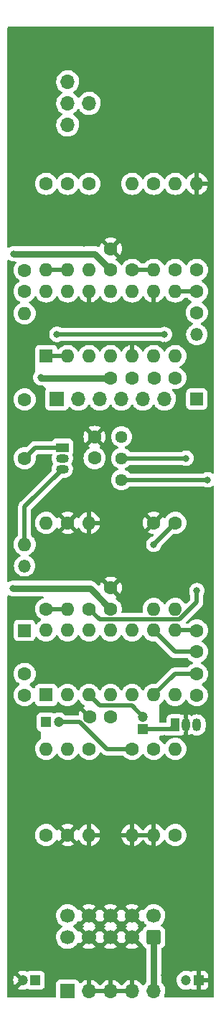
<source format=gbr>
%TF.GenerationSoftware,KiCad,Pcbnew,(6.0.5)*%
%TF.CreationDate,2023-02-15T12:36:45-05:00*%
%TF.ProjectId,wow_and_flutter,776f775f-616e-4645-9f66-6c7574746572,rev?*%
%TF.SameCoordinates,Original*%
%TF.FileFunction,Copper,L2,Bot*%
%TF.FilePolarity,Positive*%
%FSLAX46Y46*%
G04 Gerber Fmt 4.6, Leading zero omitted, Abs format (unit mm)*
G04 Created by KiCad (PCBNEW (6.0.5)) date 2023-02-15 12:36:45*
%MOMM*%
%LPD*%
G01*
G04 APERTURE LIST*
G04 Aperture macros list*
%AMRoundRect*
0 Rectangle with rounded corners*
0 $1 Rounding radius*
0 $2 $3 $4 $5 $6 $7 $8 $9 X,Y pos of 4 corners*
0 Add a 4 corners polygon primitive as box body*
4,1,4,$2,$3,$4,$5,$6,$7,$8,$9,$2,$3,0*
0 Add four circle primitives for the rounded corners*
1,1,$1+$1,$2,$3*
1,1,$1+$1,$4,$5*
1,1,$1+$1,$6,$7*
1,1,$1+$1,$8,$9*
0 Add four rect primitives between the rounded corners*
20,1,$1+$1,$2,$3,$4,$5,0*
20,1,$1+$1,$4,$5,$6,$7,0*
20,1,$1+$1,$6,$7,$8,$9,0*
20,1,$1+$1,$8,$9,$2,$3,0*%
G04 Aperture macros list end*
%TA.AperFunction,ComponentPad*%
%ADD10C,1.600000*%
%TD*%
%TA.AperFunction,ComponentPad*%
%ADD11O,1.600000X1.600000*%
%TD*%
%TA.AperFunction,ComponentPad*%
%ADD12R,1.500000X1.500000*%
%TD*%
%TA.AperFunction,ComponentPad*%
%ADD13O,1.500000X1.500000*%
%TD*%
%TA.AperFunction,ComponentPad*%
%ADD14C,1.440000*%
%TD*%
%TA.AperFunction,ComponentPad*%
%ADD15R,1.600000X1.600000*%
%TD*%
%TA.AperFunction,ComponentPad*%
%ADD16R,1.200000X1.200000*%
%TD*%
%TA.AperFunction,ComponentPad*%
%ADD17C,1.200000*%
%TD*%
%TA.AperFunction,ComponentPad*%
%ADD18R,1.050000X1.500000*%
%TD*%
%TA.AperFunction,ComponentPad*%
%ADD19O,1.050000X1.500000*%
%TD*%
%TA.AperFunction,ComponentPad*%
%ADD20RoundRect,0.250000X0.600000X-0.600000X0.600000X0.600000X-0.600000X0.600000X-0.600000X-0.600000X0*%
%TD*%
%TA.AperFunction,ComponentPad*%
%ADD21C,1.700000*%
%TD*%
%TA.AperFunction,ComponentPad*%
%ADD22R,1.700000X1.700000*%
%TD*%
%TA.AperFunction,ComponentPad*%
%ADD23O,1.700000X1.700000*%
%TD*%
%TA.AperFunction,ComponentPad*%
%ADD24R,1.500000X1.050000*%
%TD*%
%TA.AperFunction,ComponentPad*%
%ADD25O,1.500000X1.050000*%
%TD*%
%TA.AperFunction,ViaPad*%
%ADD26C,0.800000*%
%TD*%
%TA.AperFunction,Conductor*%
%ADD27C,0.800000*%
%TD*%
%TA.AperFunction,Conductor*%
%ADD28C,0.500000*%
%TD*%
G04 APERTURE END LIST*
D10*
%TO.P,R17,1*%
%TO.N,/NOISE*%
X180340000Y-83185000D03*
D11*
%TO.P,R17,2*%
%TO.N,/SH_GATE*%
X180340000Y-93345000D03*
%TD*%
D12*
%TO.P,D2,1,K*%
%TO.N,/SH_TRIG*%
X180340000Y-103505000D03*
D13*
%TO.P,D2,2,A*%
%TO.N,/SH_GATE*%
X180340000Y-95885000D03*
%TD*%
D10*
%TO.P,C3,1*%
%TO.N,GND*%
X188000000Y-113665000D03*
%TO.P,C3,2*%
%TO.N,+12V*%
X190500000Y-113665000D03*
%TD*%
D14*
%TO.P,RV2,1,1*%
%TO.N,/NOISE_AMP2_FB*%
X191770000Y-85725000D03*
%TO.P,RV2,2,2*%
%TO.N,/NOISE*%
X191770000Y-83185000D03*
%TO.P,RV2,3,3*%
X191770000Y-80645000D03*
%TD*%
D15*
%TO.P,U2,1*%
%TO.N,/INV_OUT*%
X182880000Y-71120000D03*
D11*
%TO.P,U2,2,-*%
X185420000Y-71120000D03*
%TO.P,U2,3,+*%
%TO.N,/DEPTH_CTRL*%
X187960000Y-71120000D03*
%TO.P,U2,4,V+*%
%TO.N,+12V*%
X190500000Y-71120000D03*
%TO.P,U2,5,+*%
%TO.N,GND*%
X193040000Y-71120000D03*
%TO.P,U2,6,-*%
%TO.N,/LFO_CTRL*%
X195580000Y-71120000D03*
%TO.P,U2,7*%
%TO.N,/TRI*%
X198120000Y-71120000D03*
%TO.P,U2,8*%
%TO.N,/SQR*%
X198120000Y-63500000D03*
%TO.P,U2,9,-*%
%TO.N,GND*%
X195580000Y-63500000D03*
%TO.P,U2,10,+*%
%TO.N,/LFO_CMP*%
X193040000Y-63500000D03*
%TO.P,U2,11,V-*%
%TO.N,-12V*%
X190500000Y-63500000D03*
%TO.P,U2,12,+*%
%TO.N,GND*%
X187960000Y-63500000D03*
%TO.P,U2,13,-*%
%TO.N,/GAIN_SELECT*%
X185420000Y-63500000D03*
%TO.P,U2,14*%
%TO.N,/DEPTH_FB*%
X182880000Y-63500000D03*
%TD*%
D10*
%TO.P,R16,1*%
%TO.N,/TRIG_CMP*%
X182880000Y-100965000D03*
D11*
%TO.P,R16,2*%
%TO.N,+12V*%
X182880000Y-90805000D03*
%TD*%
D16*
%TO.P,C8,1*%
%TO.N,/NOISE_SRC*%
X194310000Y-115165000D03*
D17*
%TO.P,C8,2*%
%TO.N,/NOISE_IN*%
X194310000Y-113665000D03*
%TD*%
D10*
%TO.P,R10,1*%
%TO.N,/NOISE_AMP1_FB*%
X182880000Y-127635000D03*
D11*
%TO.P,R10,2*%
%TO.N,/NOISE_AMP1*%
X182880000Y-117475000D03*
%TD*%
D10*
%TO.P,R5,1*%
%TO.N,/SQR*%
X198125000Y-60960000D03*
D11*
%TO.P,R5,2*%
%TO.N,/LFO_FB*%
X198125000Y-50800000D03*
%TD*%
D10*
%TO.P,R4,1*%
%TO.N,/LFO_CMP*%
X193040000Y-60960000D03*
D11*
%TO.P,R4,2*%
%TO.N,/LFO_FB*%
X193040000Y-50800000D03*
%TD*%
D10*
%TO.P,R8,1*%
%TO.N,/NOISE_IN*%
X187960000Y-117475000D03*
D11*
%TO.P,R8,2*%
%TO.N,GND*%
X187960000Y-127635000D03*
%TD*%
D10*
%TO.P,R19,1*%
%TO.N,/SH_FB*%
X198120000Y-90805000D03*
D11*
%TO.P,R19,2*%
%TO.N,/S&H*%
X198120000Y-100965000D03*
%TD*%
D10*
%TO.P,R3,1*%
%TO.N,/TRI*%
X195580000Y-50800000D03*
D11*
%TO.P,R3,2*%
%TO.N,/LFO_CMP*%
X195580000Y-60960000D03*
%TD*%
D10*
%TO.P,R23,1*%
%TO.N,Net-(JP1-Pad3)*%
X182880000Y-50800000D03*
D11*
%TO.P,R23,2*%
%TO.N,/DEPTH_FB*%
X182880000Y-60960000D03*
%TD*%
D10*
%TO.P,C13,1*%
%TO.N,GND*%
X188595000Y-80665000D03*
%TO.P,C13,2*%
%TO.N,/SH_IN*%
X188595000Y-83165000D03*
%TD*%
%TO.P,C4,1*%
%TO.N,GND*%
X190500000Y-98465000D03*
%TO.P,C4,2*%
%TO.N,-12V*%
X190500000Y-100965000D03*
%TD*%
D12*
%TO.P,D1,1,K*%
%TO.N,/TRIG_IN*%
X200660000Y-76200000D03*
D13*
%TO.P,D1,2,A*%
%TO.N,/TRIG_FILTER*%
X200660000Y-68580000D03*
%TD*%
D10*
%TO.P,R22,1*%
%TO.N,Net-(JP1-Pad2)*%
X187965000Y-50800000D03*
D11*
%TO.P,R22,2*%
%TO.N,/DEPTH_FB*%
X187965000Y-60960000D03*
%TD*%
D15*
%TO.P,U1,1*%
%TO.N,/NOISE_AMP1*%
X182875000Y-111115000D03*
D11*
%TO.P,U1,2,-*%
%TO.N,/NOISE_AMP1_FB*%
X185415000Y-111115000D03*
%TO.P,U1,3,+*%
%TO.N,/NOISE_IN*%
X187955000Y-111115000D03*
%TO.P,U1,4,V+*%
%TO.N,+12V*%
X190495000Y-111115000D03*
%TO.P,U1,5,+*%
%TO.N,/NOISE_AMP2*%
X193035000Y-111115000D03*
%TO.P,U1,6,-*%
%TO.N,/NOISE_AMP2_FB*%
X195575000Y-111115000D03*
%TO.P,U1,7*%
%TO.N,/NOISE*%
X198115000Y-111115000D03*
%TO.P,U1,8*%
%TO.N,/S&H*%
X198115000Y-103495000D03*
%TO.P,U1,9,-*%
%TO.N,/SH_FB*%
X195575000Y-103495000D03*
%TO.P,U1,10,+*%
%TO.N,/SH_IN*%
X193035000Y-103495000D03*
%TO.P,U1,11,V-*%
%TO.N,-12V*%
X190495000Y-103495000D03*
%TO.P,U1,12,+*%
%TO.N,/TRIG_IN*%
X187955000Y-103495000D03*
%TO.P,U1,13,-*%
%TO.N,/TRIG_CMP*%
X185415000Y-103495000D03*
%TO.P,U1,14*%
%TO.N,/SH_TRIG*%
X182875000Y-103495000D03*
%TD*%
D18*
%TO.P,Q1,1,E*%
%TO.N,/NOISE_SRC*%
X198120000Y-114660000D03*
D19*
%TO.P,Q1,2,B*%
%TO.N,GND*%
X199390000Y-114660000D03*
%TO.P,Q1,3,C*%
%TO.N,unconnected-(Q1-Pad3)*%
X200660000Y-114660000D03*
%TD*%
D10*
%TO.P,C11,1*%
%TO.N,/NOISE_AMP2_FB*%
X200660000Y-108625000D03*
%TO.P,C11,2*%
%TO.N,/NOISE*%
X200660000Y-111125000D03*
%TD*%
D20*
%TO.P,J1,1,Pin_1*%
%TO.N,-12V*%
X195580000Y-139700000D03*
D21*
%TO.P,J1,2,Pin_2*%
X195580000Y-137160000D03*
%TO.P,J1,3,Pin_3*%
%TO.N,GND*%
X193040000Y-139700000D03*
%TO.P,J1,4,Pin_4*%
X193040000Y-137160000D03*
%TO.P,J1,5,Pin_5*%
X190500000Y-139700000D03*
%TO.P,J1,6,Pin_6*%
X190500000Y-137160000D03*
%TO.P,J1,7,Pin_7*%
X187960000Y-139700000D03*
%TO.P,J1,8,Pin_8*%
X187960000Y-137160000D03*
%TO.P,J1,9,Pin_9*%
%TO.N,+12V*%
X185420000Y-139700000D03*
%TO.P,J1,10,Pin_10*%
X185420000Y-137160000D03*
%TD*%
D10*
%TO.P,R14,1*%
%TO.N,/TRIG_IN*%
X187960000Y-100965000D03*
D11*
%TO.P,R14,2*%
%TO.N,GND*%
X187960000Y-90805000D03*
%TD*%
D10*
%TO.P,R11,1*%
%TO.N,/NOISE_AMP2*%
X193040000Y-117475000D03*
D11*
%TO.P,R11,2*%
%TO.N,GND*%
X193040000Y-127635000D03*
%TD*%
D10*
%TO.P,C14,1*%
%TO.N,/SH_FB*%
X200660000Y-106005000D03*
%TO.P,C14,2*%
%TO.N,/S&H*%
X200660000Y-103505000D03*
%TD*%
D22*
%TO.P,J3,1,Pin_1*%
%TO.N,+12V*%
X185420000Y-146050000D03*
D23*
%TO.P,J3,2,Pin_2*%
%TO.N,GND*%
X187960000Y-146050000D03*
%TO.P,J3,3,Pin_3*%
X190500000Y-146050000D03*
%TO.P,J3,4,Pin_4*%
X193040000Y-146050000D03*
%TO.P,J3,5,Pin_5*%
%TO.N,-12V*%
X195580000Y-146050000D03*
%TD*%
%TO.P,JP1,1,A*%
%TO.N,Net-(JP1-Pad1)*%
X185425000Y-43855000D03*
%TO.P,JP1,2,C*%
%TO.N,Net-(JP1-Pad2)*%
X187965000Y-41315000D03*
%TO.P,JP1,3,B*%
%TO.N,Net-(JP1-Pad3)*%
X185425000Y-38775000D03*
%TO.P,JP1,4,C*%
%TO.N,/GAIN_SELECT*%
X185425000Y-41315000D03*
%TD*%
D24*
%TO.P,Q2,1,D*%
%TO.N,/NOISE*%
X184785000Y-81915000D03*
D25*
%TO.P,Q2,2,S*%
%TO.N,/SH_IN*%
X184785000Y-83185000D03*
%TO.P,Q2,3,G*%
%TO.N,/SH_GATE*%
X184785000Y-84455000D03*
%TD*%
D10*
%TO.P,R15,1*%
%TO.N,GND*%
X185420000Y-90805000D03*
D11*
%TO.P,R15,2*%
%TO.N,/TRIG_CMP*%
X185420000Y-100965000D03*
%TD*%
D16*
%TO.P,C2,1*%
%TO.N,GND*%
X200890000Y-144780000D03*
D17*
%TO.P,C2,2*%
%TO.N,-12V*%
X199390000Y-144780000D03*
%TD*%
D16*
%TO.P,C1,1*%
%TO.N,+12V*%
X181610000Y-144780000D03*
D17*
%TO.P,C1,2*%
%TO.N,GND*%
X180110000Y-144780000D03*
%TD*%
D22*
%TO.P,J5,1,Pin_1*%
%TO.N,/TRI*%
X184150000Y-76200000D03*
D23*
%TO.P,J5,2,Pin_2*%
%TO.N,/DEPTH_FB*%
X186690000Y-76200000D03*
%TO.P,J5,3,Pin_3*%
%TO.N,/DEPTH_CTRL*%
X189230000Y-76200000D03*
%TO.P,J5,4,Pin_4*%
%TO.N,/S&H*%
X191770000Y-76200000D03*
%TO.P,J5,5,Pin_5*%
%TO.N,/LFO_FB*%
X194310000Y-76200000D03*
%TO.P,J5,6,Pin_6*%
%TO.N,/LFO_CTRL*%
X196850000Y-76200000D03*
%TD*%
D10*
%TO.P,R12,1*%
%TO.N,/NOISE_AMP2_FB*%
X195580000Y-117475000D03*
D11*
%TO.P,R12,2*%
%TO.N,GND*%
X195580000Y-127635000D03*
%TD*%
D10*
%TO.P,C16,1*%
%TO.N,/DEPTH_FB*%
X180345000Y-61000000D03*
%TO.P,C16,2*%
%TO.N,/GAIN_SELECT*%
X180345000Y-63500000D03*
%TD*%
%TO.P,R18,1*%
%TO.N,GND*%
X195580000Y-90805000D03*
D11*
%TO.P,R18,2*%
%TO.N,/SH_FB*%
X195580000Y-100965000D03*
%TD*%
D16*
%TO.P,C10,1*%
%TO.N,/NOISE_AMP1*%
X182880000Y-114300000D03*
D17*
%TO.P,C10,2*%
%TO.N,/NOISE_AMP2*%
X184380000Y-114300000D03*
%TD*%
D10*
%TO.P,C12,1*%
%TO.N,/TRIG_FILTER*%
X200665000Y-66000000D03*
%TO.P,C12,2*%
%TO.N,/SQR*%
X200665000Y-63500000D03*
%TD*%
%TO.P,R21,1*%
%TO.N,Net-(JP1-Pad1)*%
X185420000Y-50800000D03*
D11*
%TO.P,R21,2*%
%TO.N,/DEPTH_FB*%
X185420000Y-60960000D03*
%TD*%
D10*
%TO.P,R20,1*%
%TO.N,/INV_OUT*%
X180345000Y-76240000D03*
D11*
%TO.P,R20,2*%
%TO.N,/GAIN_SELECT*%
X180345000Y-66080000D03*
%TD*%
D10*
%TO.P,C5,1*%
%TO.N,GND*%
X193000000Y-73700000D03*
%TO.P,C5,2*%
%TO.N,+12V*%
X190500000Y-73700000D03*
%TD*%
%TO.P,C6,1*%
%TO.N,GND*%
X190505000Y-58460000D03*
%TO.P,C6,2*%
%TO.N,-12V*%
X190505000Y-60960000D03*
%TD*%
%TO.P,R13,1*%
%TO.N,/TRIG_FILTER*%
X200665000Y-60960000D03*
D11*
%TO.P,R13,2*%
%TO.N,GND*%
X200665000Y-50800000D03*
%TD*%
D10*
%TO.P,C7,1*%
%TO.N,/TRI*%
X198125000Y-73700000D03*
%TO.P,C7,2*%
%TO.N,/LFO_CTRL*%
X195625000Y-73700000D03*
%TD*%
%TO.P,R7,1*%
%TO.N,+12V*%
X198120000Y-127635000D03*
D11*
%TO.P,R7,2*%
%TO.N,/NOISE_SRC*%
X198120000Y-117475000D03*
%TD*%
D10*
%TO.P,C9,1*%
%TO.N,/NOISE_AMP1_FB*%
X180340000Y-108625000D03*
%TO.P,C9,2*%
%TO.N,/NOISE_AMP1*%
X180340000Y-111125000D03*
%TD*%
%TO.P,R9,1*%
%TO.N,GND*%
X185420000Y-127635000D03*
D11*
%TO.P,R9,2*%
%TO.N,/NOISE_AMP1_FB*%
X185420000Y-117475000D03*
%TD*%
D26*
%TO.N,GND*%
X196850000Y-116205000D03*
%TO.N,+12V*%
X182245000Y-73660000D03*
%TO.N,GND*%
X191770000Y-36830000D03*
X201930000Y-134620000D03*
X200025000Y-137160000D03*
X185420000Y-67310000D03*
X195580000Y-77470000D03*
X198120000Y-44450000D03*
X185420000Y-93345000D03*
X198120000Y-58420000D03*
X194310000Y-97790000D03*
X193040000Y-81915000D03*
X196850000Y-38100000D03*
X196850000Y-113030000D03*
X200025000Y-132080000D03*
X190500000Y-77470000D03*
X186055000Y-105410000D03*
X200660000Y-71755000D03*
X184150000Y-130810000D03*
X198120000Y-88900000D03*
X190500000Y-93345000D03*
X201930000Y-123825000D03*
X186690000Y-85725000D03*
X186690000Y-109220000D03*
X189230000Y-45720000D03*
X180340000Y-127000000D03*
X201930000Y-139700000D03*
X182245000Y-97155000D03*
X193675000Y-132715000D03*
X189230000Y-64770000D03*
X182880000Y-69215000D03*
X191770000Y-69850000D03*
X186690000Y-52070000D03*
X187960000Y-38735000D03*
X199390000Y-59690000D03*
X198755000Y-68580000D03*
X180340000Y-71755000D03*
X196215000Y-134620000D03*
X198120000Y-81915000D03*
X180340000Y-36830000D03*
X194310000Y-45720000D03*
X193040000Y-53340000D03*
X198120000Y-107315000D03*
X190500000Y-122555000D03*
X201930000Y-59690000D03*
X196850000Y-144145000D03*
X191770000Y-109220000D03*
X181610000Y-45720000D03*
X179070000Y-139700000D03*
X180340000Y-85725000D03*
X201930000Y-67310000D03*
X190500000Y-130810000D03*
X200660000Y-36830000D03*
X184150000Y-78105000D03*
X185420000Y-97155000D03*
X196850000Y-128905000D03*
X180340000Y-100330000D03*
X179070000Y-49530000D03*
X201930000Y-129540000D03*
X179070000Y-135255000D03*
X198120000Y-98425000D03*
X191770000Y-118745000D03*
X187325000Y-57785000D03*
X184150000Y-107950000D03*
X194310000Y-105410000D03*
X198755000Y-75565000D03*
X201930000Y-78105000D03*
X190500000Y-125730000D03*
X201930000Y-83820000D03*
X181610000Y-40640000D03*
X189230000Y-69850000D03*
X201930000Y-48260000D03*
X196850000Y-69850000D03*
X184150000Y-86995000D03*
X183515000Y-134620000D03*
X200025000Y-127000000D03*
X185420000Y-65405000D03*
X194310000Y-126365000D03*
X198120000Y-53340000D03*
X189230000Y-118745000D03*
X195580000Y-33020000D03*
X184785000Y-120650000D03*
X190500000Y-50800000D03*
X195580000Y-120015000D03*
X199390000Y-33020000D03*
X191770000Y-59690000D03*
X198120000Y-93345000D03*
X195580000Y-86995000D03*
X193040000Y-58420000D03*
X194945000Y-109220000D03*
X183515000Y-33020000D03*
X191135000Y-89535000D03*
X181610000Y-118745000D03*
%TO.N,/TRI*%
X184150000Y-68559511D03*
%TO.N,-12V*%
X178940489Y-98554511D03*
%TO.N,GND*%
X182245000Y-92710000D03*
X186690000Y-80645000D03*
X186690000Y-130810000D03*
X198120000Y-65405000D03*
X195580000Y-84455000D03*
X189230000Y-105410000D03*
X198120000Y-125095000D03*
X179070000Y-57150000D03*
X198120000Y-84455000D03*
X201930000Y-33020000D03*
X201930000Y-142240000D03*
X200025000Y-120650000D03*
X198120000Y-79375000D03*
%TO.N,/TRI*%
X196829511Y-68580000D03*
%TO.N,/NOISE_AMP2_FB*%
X201930000Y-85725000D03*
%TO.N,GND*%
X201930000Y-118745000D03*
X179070000Y-130810000D03*
X191770000Y-64770000D03*
X180975000Y-113030000D03*
X183515000Y-138430000D03*
%TO.N,/NOISE*%
X199390000Y-83185000D03*
%TO.N,GND*%
X182245000Y-105410000D03*
X180340000Y-67945000D03*
X179070000Y-33020000D03*
%TO.N,-12V*%
X179070000Y-59055000D03*
%TO.N,/TRIG_IN*%
X200660000Y-98806000D03*
%TO.N,GND*%
X183515000Y-144145000D03*
X193040000Y-86995000D03*
X201930000Y-43180000D03*
%TO.N,/SH_FB*%
X195580000Y-93345000D03*
%TO.N,GND*%
X193040000Y-84455000D03*
%TD*%
D27*
%TO.N,-12V*%
X179070000Y-59055000D02*
X188600000Y-59055000D01*
D28*
%TO.N,/TRI*%
X184150000Y-68559511D02*
X196809022Y-68559511D01*
D27*
%TO.N,+12V*%
X182285000Y-73700000D02*
X182245000Y-73660000D01*
%TO.N,-12V*%
X188089511Y-98554511D02*
X178940489Y-98554511D01*
D28*
%TO.N,/SQR*%
X200665000Y-63500000D02*
X198120000Y-63500000D01*
D27*
%TO.N,+12V*%
X190500000Y-73700000D02*
X182285000Y-73700000D01*
%TO.N,-12V*%
X195580000Y-146050000D02*
X195580000Y-139700000D01*
X188600000Y-59055000D02*
X190505000Y-60960000D01*
X190500000Y-100965000D02*
X188089511Y-98554511D01*
D28*
%TO.N,/NOISE*%
X191770000Y-83185000D02*
X199390000Y-83185000D01*
X184785000Y-81915000D02*
X181610000Y-81915000D01*
%TO.N,/S&H*%
X198115000Y-103495000D02*
X200650000Y-103495000D01*
%TO.N,/DEPTH_FB*%
X182880000Y-60960000D02*
X185420000Y-60960000D01*
%TO.N,/S&H*%
X200650000Y-103495000D02*
X200660000Y-103505000D01*
%TO.N,/NOISE*%
X181610000Y-81915000D02*
X180340000Y-83185000D01*
%TO.N,/NOISE_AMP2*%
X186867924Y-114300000D02*
X190042924Y-117475000D01*
%TO.N,/NOISE_SRC*%
X197615000Y-115165000D02*
X198120000Y-114660000D01*
%TO.N,/NOISE_AMP2_FB*%
X198065000Y-108625000D02*
X200660000Y-108625000D01*
%TO.N,/SH_FB*%
X198085000Y-106005000D02*
X200660000Y-106005000D01*
X195575000Y-103495000D02*
X198085000Y-106005000D01*
%TO.N,/NOISE_AMP2_FB*%
X195575000Y-111115000D02*
X198065000Y-108625000D01*
%TO.N,/NOISE_AMP2*%
X184380000Y-114300000D02*
X186867924Y-114300000D01*
X190042924Y-117475000D02*
X193040000Y-117475000D01*
%TO.N,/SH_FB*%
X198120000Y-90805000D02*
X195580000Y-93345000D01*
%TO.N,/NOISE_IN*%
X187955000Y-111115000D02*
X189204511Y-112364511D01*
X193009511Y-112364511D02*
X194310000Y-113665000D01*
%TO.N,/NOISE_AMP2_FB*%
X191770000Y-85725000D02*
X201930000Y-85725000D01*
%TO.N,/NOISE_IN*%
X189204511Y-112364511D02*
X193009511Y-112364511D01*
%TO.N,/NOISE_SRC*%
X194310000Y-115165000D02*
X197615000Y-115165000D01*
%TO.N,/INV_OUT*%
X182880000Y-71120000D02*
X185420000Y-71120000D01*
%TO.N,/TRIG_IN*%
X187960000Y-100965000D02*
X189209511Y-102214511D01*
X189209511Y-102214511D02*
X198637565Y-102214511D01*
X198637565Y-102214511D02*
X200660000Y-100192076D01*
X200660000Y-100192076D02*
X200660000Y-98806000D01*
%TO.N,/SH_GATE*%
X184785000Y-84455000D02*
X180340000Y-88900000D01*
%TO.N,/LFO_CMP*%
X195585000Y-60960000D02*
X193040000Y-60960000D01*
%TO.N,/TRIG_CMP*%
X182880000Y-100965000D02*
X185420000Y-100965000D01*
%TO.N,/SH_GATE*%
X180340000Y-88900000D02*
X180340000Y-93345000D01*
%TD*%
%TA.AperFunction,Conductor*%
%TO.N,GND*%
G36*
X202633621Y-32278502D02*
G01*
X202680114Y-32332158D01*
X202691500Y-32384500D01*
X202691500Y-84908006D01*
X202671498Y-84976127D01*
X202617842Y-85022620D01*
X202547568Y-85032724D01*
X202491439Y-85009942D01*
X202392094Y-84937763D01*
X202392093Y-84937762D01*
X202386752Y-84933882D01*
X202380724Y-84931198D01*
X202380722Y-84931197D01*
X202218319Y-84858891D01*
X202218318Y-84858891D01*
X202212288Y-84856206D01*
X202118888Y-84836353D01*
X202031944Y-84817872D01*
X202031939Y-84817872D01*
X202025487Y-84816500D01*
X201834513Y-84816500D01*
X201828061Y-84817872D01*
X201828056Y-84817872D01*
X201741112Y-84836353D01*
X201647712Y-84856206D01*
X201641682Y-84858891D01*
X201641681Y-84858891D01*
X201479278Y-84931197D01*
X201479276Y-84931198D01*
X201473248Y-84933882D01*
X201467909Y-84937761D01*
X201467902Y-84937765D01*
X201461472Y-84942437D01*
X201387413Y-84966500D01*
X192801052Y-84966500D01*
X192732931Y-84946498D01*
X192711957Y-84929595D01*
X192562681Y-84780319D01*
X192386597Y-84657024D01*
X192381619Y-84654703D01*
X192381616Y-84654701D01*
X192198247Y-84569195D01*
X192144962Y-84522278D01*
X192125501Y-84454000D01*
X192146043Y-84386041D01*
X192198247Y-84340805D01*
X192381616Y-84255299D01*
X192381619Y-84255297D01*
X192386597Y-84252976D01*
X192562681Y-84129681D01*
X192711957Y-83980405D01*
X192774269Y-83946379D01*
X192801052Y-83943500D01*
X198847413Y-83943500D01*
X198921472Y-83967563D01*
X198927902Y-83972235D01*
X198927909Y-83972239D01*
X198933248Y-83976118D01*
X198939276Y-83978802D01*
X198939278Y-83978803D01*
X199101681Y-84051109D01*
X199107712Y-84053794D01*
X199201112Y-84073647D01*
X199288056Y-84092128D01*
X199288061Y-84092128D01*
X199294513Y-84093500D01*
X199485487Y-84093500D01*
X199491939Y-84092128D01*
X199491944Y-84092128D01*
X199578887Y-84073647D01*
X199672288Y-84053794D01*
X199678319Y-84051109D01*
X199840722Y-83978803D01*
X199840724Y-83978802D01*
X199846752Y-83976118D01*
X199852097Y-83972235D01*
X199902157Y-83935864D01*
X200001253Y-83863866D01*
X200040983Y-83819741D01*
X200124621Y-83726852D01*
X200124622Y-83726851D01*
X200129040Y-83721944D01*
X200224527Y-83556556D01*
X200283542Y-83374928D01*
X200303504Y-83185000D01*
X200300827Y-83159525D01*
X200284232Y-83001635D01*
X200284232Y-83001633D01*
X200283542Y-82995072D01*
X200224527Y-82813444D01*
X200129040Y-82648056D01*
X200007650Y-82513238D01*
X200005675Y-82511045D01*
X200005674Y-82511044D01*
X200001253Y-82506134D01*
X199891647Y-82426500D01*
X199852094Y-82397763D01*
X199852093Y-82397762D01*
X199846752Y-82393882D01*
X199840724Y-82391198D01*
X199840722Y-82391197D01*
X199678319Y-82318891D01*
X199678318Y-82318891D01*
X199672288Y-82316206D01*
X199578888Y-82296353D01*
X199491944Y-82277872D01*
X199491939Y-82277872D01*
X199485487Y-82276500D01*
X199294513Y-82276500D01*
X199288061Y-82277872D01*
X199288056Y-82277872D01*
X199201112Y-82296353D01*
X199107712Y-82316206D01*
X199101682Y-82318891D01*
X199101681Y-82318891D01*
X198939278Y-82391197D01*
X198939276Y-82391198D01*
X198933248Y-82393882D01*
X198927909Y-82397761D01*
X198927902Y-82397765D01*
X198921472Y-82402437D01*
X198847413Y-82426500D01*
X192801052Y-82426500D01*
X192732931Y-82406498D01*
X192711957Y-82389595D01*
X192562681Y-82240319D01*
X192386597Y-82117024D01*
X192381619Y-82114703D01*
X192381616Y-82114701D01*
X192198247Y-82029195D01*
X192144962Y-81982278D01*
X192125501Y-81914000D01*
X192146043Y-81846041D01*
X192198247Y-81800805D01*
X192381616Y-81715299D01*
X192381619Y-81715297D01*
X192386597Y-81712976D01*
X192562681Y-81589681D01*
X192714681Y-81437681D01*
X192837976Y-81261596D01*
X192854132Y-81226951D01*
X192926499Y-81071759D01*
X192926500Y-81071757D01*
X192928822Y-81066777D01*
X192937627Y-81033919D01*
X192983034Y-80864457D01*
X192983034Y-80864455D01*
X192984458Y-80859142D01*
X193003193Y-80645000D01*
X192984458Y-80430858D01*
X192928822Y-80223223D01*
X192837976Y-80028404D01*
X192714681Y-79852319D01*
X192562681Y-79700319D01*
X192386597Y-79577024D01*
X192381619Y-79574703D01*
X192381616Y-79574701D01*
X192196759Y-79488501D01*
X192196758Y-79488500D01*
X192191777Y-79486178D01*
X192186469Y-79484756D01*
X192186467Y-79484755D01*
X191989457Y-79431966D01*
X191989455Y-79431966D01*
X191984142Y-79430542D01*
X191770000Y-79411807D01*
X191555858Y-79430542D01*
X191550545Y-79431966D01*
X191550543Y-79431966D01*
X191353533Y-79484755D01*
X191353531Y-79484756D01*
X191348223Y-79486178D01*
X191343243Y-79488500D01*
X191343241Y-79488501D01*
X191158385Y-79574701D01*
X191158382Y-79574703D01*
X191153404Y-79577024D01*
X190977319Y-79700319D01*
X190825319Y-79852319D01*
X190702024Y-80028404D01*
X190611178Y-80223223D01*
X190555542Y-80430858D01*
X190536807Y-80645000D01*
X190555542Y-80859142D01*
X190556966Y-80864455D01*
X190556966Y-80864457D01*
X190602374Y-81033919D01*
X190611178Y-81066777D01*
X190613500Y-81071757D01*
X190613501Y-81071759D01*
X190685869Y-81226951D01*
X190702024Y-81261596D01*
X190825319Y-81437681D01*
X190977319Y-81589681D01*
X191153403Y-81712976D01*
X191158381Y-81715297D01*
X191158384Y-81715299D01*
X191341753Y-81800805D01*
X191395038Y-81847722D01*
X191414499Y-81916000D01*
X191393957Y-81983959D01*
X191341753Y-82029195D01*
X191158385Y-82114701D01*
X191158382Y-82114703D01*
X191153404Y-82117024D01*
X190977319Y-82240319D01*
X190825319Y-82392319D01*
X190702024Y-82568404D01*
X190699703Y-82573382D01*
X190699701Y-82573385D01*
X190621255Y-82741613D01*
X190611178Y-82763223D01*
X190609756Y-82768531D01*
X190609755Y-82768533D01*
X190557810Y-82962393D01*
X190555542Y-82970858D01*
X190536807Y-83185000D01*
X190555542Y-83399142D01*
X190556966Y-83404455D01*
X190556966Y-83404457D01*
X190559279Y-83413087D01*
X190611178Y-83606777D01*
X190613500Y-83611757D01*
X190613501Y-83611759D01*
X190685296Y-83765722D01*
X190702024Y-83801596D01*
X190825319Y-83977681D01*
X190977319Y-84129681D01*
X191153403Y-84252976D01*
X191158381Y-84255297D01*
X191158384Y-84255299D01*
X191341753Y-84340805D01*
X191395038Y-84387722D01*
X191414499Y-84456000D01*
X191393957Y-84523959D01*
X191341753Y-84569195D01*
X191158385Y-84654701D01*
X191158382Y-84654703D01*
X191153404Y-84657024D01*
X190977319Y-84780319D01*
X190825319Y-84932319D01*
X190702024Y-85108404D01*
X190699703Y-85113382D01*
X190699701Y-85113385D01*
X190661277Y-85195785D01*
X190611178Y-85303223D01*
X190609756Y-85308531D01*
X190609755Y-85308533D01*
X190561533Y-85488500D01*
X190555542Y-85510858D01*
X190536807Y-85725000D01*
X190555542Y-85939142D01*
X190611178Y-86146777D01*
X190702024Y-86341596D01*
X190825319Y-86517681D01*
X190977319Y-86669681D01*
X191153403Y-86792976D01*
X191158381Y-86795297D01*
X191158384Y-86795299D01*
X191343241Y-86881499D01*
X191348223Y-86883822D01*
X191353531Y-86885244D01*
X191353533Y-86885245D01*
X191550543Y-86938034D01*
X191550545Y-86938034D01*
X191555858Y-86939458D01*
X191770000Y-86958193D01*
X191984142Y-86939458D01*
X191989455Y-86938034D01*
X191989457Y-86938034D01*
X192186467Y-86885245D01*
X192186469Y-86885244D01*
X192191777Y-86883822D01*
X192196759Y-86881499D01*
X192381616Y-86795299D01*
X192381619Y-86795297D01*
X192386597Y-86792976D01*
X192562681Y-86669681D01*
X192711957Y-86520405D01*
X192774269Y-86486379D01*
X192801052Y-86483500D01*
X201387413Y-86483500D01*
X201461472Y-86507563D01*
X201467902Y-86512235D01*
X201467909Y-86512239D01*
X201473248Y-86516118D01*
X201479276Y-86518802D01*
X201479278Y-86518803D01*
X201641681Y-86591109D01*
X201647712Y-86593794D01*
X201741113Y-86613647D01*
X201828056Y-86632128D01*
X201828061Y-86632128D01*
X201834513Y-86633500D01*
X202025487Y-86633500D01*
X202031939Y-86632128D01*
X202031944Y-86632128D01*
X202118887Y-86613647D01*
X202212288Y-86593794D01*
X202218319Y-86591109D01*
X202380722Y-86518803D01*
X202380724Y-86518802D01*
X202386752Y-86516118D01*
X202392097Y-86512235D01*
X202491439Y-86440058D01*
X202558306Y-86416200D01*
X202627458Y-86432280D01*
X202676938Y-86483194D01*
X202691500Y-86541994D01*
X202691500Y-146685500D01*
X202671498Y-146753621D01*
X202617842Y-146800114D01*
X202565500Y-146811500D01*
X196921905Y-146811500D01*
X196853784Y-146791498D01*
X196807291Y-146737842D01*
X196797187Y-146667568D01*
X196808948Y-146629673D01*
X196845136Y-146556452D01*
X196847430Y-146551811D01*
X196912370Y-146338069D01*
X196941529Y-146116590D01*
X196943156Y-146050000D01*
X196924852Y-145827361D01*
X196870431Y-145610702D01*
X196781354Y-145405840D01*
X196660014Y-145218277D01*
X196640405Y-145196727D01*
X196521307Y-145065839D01*
X196490255Y-145001993D01*
X196488500Y-144981039D01*
X196488500Y-144750859D01*
X198277132Y-144750859D01*
X198290457Y-144954151D01*
X198340605Y-145151610D01*
X198425898Y-145336624D01*
X198543479Y-145502997D01*
X198547613Y-145507024D01*
X198670469Y-145626705D01*
X198689410Y-145645157D01*
X198694206Y-145648362D01*
X198694209Y-145648364D01*
X198767684Y-145697458D01*
X198858803Y-145758342D01*
X198864106Y-145760620D01*
X198864109Y-145760622D01*
X199040680Y-145836483D01*
X199045987Y-145838763D01*
X199118817Y-145855243D01*
X199239055Y-145882450D01*
X199239060Y-145882451D01*
X199244692Y-145883725D01*
X199250463Y-145883952D01*
X199250465Y-145883952D01*
X199310945Y-145886328D01*
X199448263Y-145891723D01*
X199649883Y-145862490D01*
X199655347Y-145860635D01*
X199655352Y-145860634D01*
X199837331Y-145798860D01*
X199842799Y-145797004D01*
X199850557Y-145792659D01*
X199860833Y-145786905D01*
X199930041Y-145771073D01*
X199997962Y-145796014D01*
X200036356Y-145824789D01*
X200051946Y-145833324D01*
X200172394Y-145878478D01*
X200187649Y-145882105D01*
X200238514Y-145887631D01*
X200245328Y-145888000D01*
X200617885Y-145888000D01*
X200633124Y-145883525D01*
X200634329Y-145882135D01*
X200636000Y-145874452D01*
X200636000Y-145869884D01*
X201144000Y-145869884D01*
X201148475Y-145885123D01*
X201149865Y-145886328D01*
X201157548Y-145887999D01*
X201534669Y-145887999D01*
X201541490Y-145887629D01*
X201592352Y-145882105D01*
X201607604Y-145878479D01*
X201728054Y-145833324D01*
X201743649Y-145824786D01*
X201845724Y-145748285D01*
X201858285Y-145735724D01*
X201934786Y-145633649D01*
X201943324Y-145618054D01*
X201988478Y-145497606D01*
X201992105Y-145482351D01*
X201997631Y-145431486D01*
X201998000Y-145424672D01*
X201998000Y-145052115D01*
X201993525Y-145036876D01*
X201992135Y-145035671D01*
X201984452Y-145034000D01*
X201162115Y-145034000D01*
X201146876Y-145038475D01*
X201145671Y-145039865D01*
X201144000Y-145047548D01*
X201144000Y-145869884D01*
X200636000Y-145869884D01*
X200636000Y-144507885D01*
X201144000Y-144507885D01*
X201148475Y-144523124D01*
X201149865Y-144524329D01*
X201157548Y-144526000D01*
X201979884Y-144526000D01*
X201995123Y-144521525D01*
X201996328Y-144520135D01*
X201997999Y-144512452D01*
X201997999Y-144135331D01*
X201997629Y-144128510D01*
X201992105Y-144077648D01*
X201988479Y-144062396D01*
X201943324Y-143941946D01*
X201934786Y-143926351D01*
X201858285Y-143824276D01*
X201845724Y-143811715D01*
X201743649Y-143735214D01*
X201728054Y-143726676D01*
X201607606Y-143681522D01*
X201592351Y-143677895D01*
X201541486Y-143672369D01*
X201534672Y-143672000D01*
X201162115Y-143672000D01*
X201146876Y-143676475D01*
X201145671Y-143677865D01*
X201144000Y-143685548D01*
X201144000Y-144507885D01*
X200636000Y-144507885D01*
X200636000Y-143690116D01*
X200631525Y-143674877D01*
X200630135Y-143673672D01*
X200622452Y-143672001D01*
X200245331Y-143672001D01*
X200238510Y-143672371D01*
X200187648Y-143677895D01*
X200172396Y-143681521D01*
X200051942Y-143726677D01*
X200036355Y-143735211D01*
X199997925Y-143764012D01*
X199931418Y-143788859D01*
X199875671Y-143780215D01*
X199711549Y-143714737D01*
X199706180Y-143712595D01*
X199524595Y-143676475D01*
X199512032Y-143673976D01*
X199512031Y-143673976D01*
X199506366Y-143672849D01*
X199500592Y-143672773D01*
X199500588Y-143672773D01*
X199397452Y-143671424D01*
X199302655Y-143670183D01*
X199296958Y-143671162D01*
X199296957Y-143671162D01*
X199186651Y-143690116D01*
X199101870Y-143704684D01*
X198910734Y-143775198D01*
X198905773Y-143778150D01*
X198905772Y-143778150D01*
X198828242Y-143824276D01*
X198735649Y-143879363D01*
X198582478Y-144013690D01*
X198578911Y-144018215D01*
X198578906Y-144018220D01*
X198532057Y-144077648D01*
X198456351Y-144173681D01*
X198361492Y-144353978D01*
X198301078Y-144548543D01*
X198277132Y-144750859D01*
X196488500Y-144750859D01*
X196488500Y-141071311D01*
X196508502Y-141003190D01*
X196548196Y-140964167D01*
X196654348Y-140898478D01*
X196779305Y-140773303D01*
X196801357Y-140737529D01*
X196868275Y-140628968D01*
X196868276Y-140628966D01*
X196872115Y-140622738D01*
X196927797Y-140454861D01*
X196938500Y-140350400D01*
X196938500Y-139049600D01*
X196938077Y-139045523D01*
X196928238Y-138950692D01*
X196928237Y-138950688D01*
X196927526Y-138943834D01*
X196893598Y-138842138D01*
X196873868Y-138783002D01*
X196871550Y-138776054D01*
X196778478Y-138625652D01*
X196653303Y-138500695D01*
X196638166Y-138491364D01*
X196560284Y-138443357D01*
X196502738Y-138407885D01*
X196495785Y-138405579D01*
X196494904Y-138405168D01*
X196441618Y-138358252D01*
X196422156Y-138289975D01*
X196442696Y-138222015D01*
X196460529Y-138201844D01*
X196459860Y-138201173D01*
X196614435Y-138047137D01*
X196618096Y-138043489D01*
X196677594Y-137960689D01*
X196745435Y-137866277D01*
X196748453Y-137862077D01*
X196761995Y-137834678D01*
X196845136Y-137666453D01*
X196845137Y-137666451D01*
X196847430Y-137661811D01*
X196912370Y-137448069D01*
X196941529Y-137226590D01*
X196943156Y-137160000D01*
X196924852Y-136937361D01*
X196870431Y-136720702D01*
X196781354Y-136515840D01*
X196660014Y-136328277D01*
X196509670Y-136163051D01*
X196505619Y-136159852D01*
X196505615Y-136159848D01*
X196338414Y-136027800D01*
X196338410Y-136027798D01*
X196334359Y-136024598D01*
X196138789Y-135916638D01*
X196133920Y-135914914D01*
X196133916Y-135914912D01*
X195933087Y-135843795D01*
X195933083Y-135843794D01*
X195928212Y-135842069D01*
X195923119Y-135841162D01*
X195923116Y-135841161D01*
X195713373Y-135803800D01*
X195713367Y-135803799D01*
X195708284Y-135802894D01*
X195634452Y-135801992D01*
X195490081Y-135800228D01*
X195490079Y-135800228D01*
X195484911Y-135800165D01*
X195264091Y-135833955D01*
X195051756Y-135903357D01*
X194853607Y-136006507D01*
X194849474Y-136009610D01*
X194849471Y-136009612D01*
X194679100Y-136137530D01*
X194674965Y-136140635D01*
X194520629Y-136302138D01*
X194447693Y-136409059D01*
X194412898Y-136460066D01*
X194357987Y-136505069D01*
X194287462Y-136513240D01*
X194223715Y-136481986D01*
X194203017Y-136457501D01*
X194173062Y-136411197D01*
X194162377Y-136401995D01*
X194152812Y-136406398D01*
X193412022Y-137147188D01*
X193404408Y-137161132D01*
X193404539Y-137162965D01*
X193408790Y-137169580D01*
X194150474Y-137911264D01*
X194162484Y-137917823D01*
X194174223Y-137908855D01*
X194208022Y-137861819D01*
X194209277Y-137862721D01*
X194256391Y-137819355D01*
X194326330Y-137807148D01*
X194391767Y-137834691D01*
X194419580Y-137866513D01*
X194477287Y-137960683D01*
X194477291Y-137960688D01*
X194479987Y-137965088D01*
X194626250Y-138133938D01*
X194696344Y-138192131D01*
X194735979Y-138251033D01*
X194737477Y-138322014D01*
X194700363Y-138382537D01*
X194669312Y-138403175D01*
X194662996Y-138406134D01*
X194656054Y-138408450D01*
X194505652Y-138501522D01*
X194380695Y-138626697D01*
X194376855Y-138632927D01*
X194376854Y-138632928D01*
X194333630Y-138703051D01*
X194287885Y-138777262D01*
X194285581Y-138784209D01*
X194263236Y-138851577D01*
X194222806Y-138909937D01*
X194196330Y-138926366D01*
X194152811Y-138946399D01*
X193412022Y-139687188D01*
X193404408Y-139701132D01*
X193404539Y-139702965D01*
X193408790Y-139709580D01*
X194150474Y-140451264D01*
X194190998Y-140473393D01*
X194203589Y-140476132D01*
X194253791Y-140526335D01*
X194262726Y-140546842D01*
X194288450Y-140623946D01*
X194381522Y-140774348D01*
X194506697Y-140899305D01*
X194512927Y-140903145D01*
X194512928Y-140903146D01*
X194611616Y-140963978D01*
X194659109Y-141016750D01*
X194671500Y-141071238D01*
X194671500Y-144983737D01*
X194651498Y-145051858D01*
X194636594Y-145070788D01*
X194555849Y-145155283D01*
X194520629Y-145192138D01*
X194517715Y-145196410D01*
X194517714Y-145196411D01*
X194505409Y-145214450D01*
X194414337Y-145347957D01*
X194412898Y-145350066D01*
X194357987Y-145395069D01*
X194287462Y-145403240D01*
X194223715Y-145371986D01*
X194203018Y-145347502D01*
X194122426Y-145222926D01*
X194116136Y-145214757D01*
X193972806Y-145057240D01*
X193965273Y-145050215D01*
X193798139Y-144918222D01*
X193789552Y-144912517D01*
X193603117Y-144809599D01*
X193593705Y-144805369D01*
X193392959Y-144734280D01*
X193382988Y-144731646D01*
X193311837Y-144718972D01*
X193298540Y-144720432D01*
X193294000Y-144734989D01*
X193294000Y-146178000D01*
X193273998Y-146246121D01*
X193220342Y-146292614D01*
X193168000Y-146304000D01*
X187832000Y-146304000D01*
X187763879Y-146283998D01*
X187717386Y-146230342D01*
X187706000Y-146178000D01*
X187706000Y-145777885D01*
X188214000Y-145777885D01*
X188218475Y-145793124D01*
X188219865Y-145794329D01*
X188227548Y-145796000D01*
X190227885Y-145796000D01*
X190243124Y-145791525D01*
X190244329Y-145790135D01*
X190246000Y-145782452D01*
X190246000Y-145777885D01*
X190754000Y-145777885D01*
X190758475Y-145793124D01*
X190759865Y-145794329D01*
X190767548Y-145796000D01*
X192767885Y-145796000D01*
X192783124Y-145791525D01*
X192784329Y-145790135D01*
X192786000Y-145782452D01*
X192786000Y-144733102D01*
X192782082Y-144719758D01*
X192767806Y-144717771D01*
X192729324Y-144723660D01*
X192719288Y-144726051D01*
X192516868Y-144792212D01*
X192507359Y-144796209D01*
X192318463Y-144894542D01*
X192309738Y-144900036D01*
X192139433Y-145027905D01*
X192131726Y-145034748D01*
X191984590Y-145188717D01*
X191978104Y-145196727D01*
X191873193Y-145350521D01*
X191818282Y-145395524D01*
X191747757Y-145403695D01*
X191684010Y-145372441D01*
X191663313Y-145347957D01*
X191582427Y-145222926D01*
X191576136Y-145214757D01*
X191432806Y-145057240D01*
X191425273Y-145050215D01*
X191258139Y-144918222D01*
X191249552Y-144912517D01*
X191063117Y-144809599D01*
X191053705Y-144805369D01*
X190852959Y-144734280D01*
X190842988Y-144731646D01*
X190771837Y-144718972D01*
X190758540Y-144720432D01*
X190754000Y-144734989D01*
X190754000Y-145777885D01*
X190246000Y-145777885D01*
X190246000Y-144733102D01*
X190242082Y-144719758D01*
X190227806Y-144717771D01*
X190189324Y-144723660D01*
X190179288Y-144726051D01*
X189976868Y-144792212D01*
X189967359Y-144796209D01*
X189778463Y-144894542D01*
X189769738Y-144900036D01*
X189599433Y-145027905D01*
X189591726Y-145034748D01*
X189444590Y-145188717D01*
X189438104Y-145196727D01*
X189333193Y-145350521D01*
X189278282Y-145395524D01*
X189207757Y-145403695D01*
X189144010Y-145372441D01*
X189123313Y-145347957D01*
X189042427Y-145222926D01*
X189036136Y-145214757D01*
X188892806Y-145057240D01*
X188885273Y-145050215D01*
X188718139Y-144918222D01*
X188709552Y-144912517D01*
X188523117Y-144809599D01*
X188513705Y-144805369D01*
X188312959Y-144734280D01*
X188302988Y-144731646D01*
X188231837Y-144718972D01*
X188218540Y-144720432D01*
X188214000Y-144734989D01*
X188214000Y-145777885D01*
X187706000Y-145777885D01*
X187706000Y-144733102D01*
X187702082Y-144719758D01*
X187687806Y-144717771D01*
X187649324Y-144723660D01*
X187639288Y-144726051D01*
X187436868Y-144792212D01*
X187427359Y-144796209D01*
X187238463Y-144894542D01*
X187229738Y-144900036D01*
X187059433Y-145027905D01*
X187051726Y-145034748D01*
X186974478Y-145115584D01*
X186912954Y-145151014D01*
X186842042Y-145147557D01*
X186784255Y-145106311D01*
X186765402Y-145072763D01*
X186723767Y-144961703D01*
X186720615Y-144953295D01*
X186633261Y-144836739D01*
X186516705Y-144749385D01*
X186380316Y-144698255D01*
X186318134Y-144691500D01*
X184521866Y-144691500D01*
X184459684Y-144698255D01*
X184323295Y-144749385D01*
X184206739Y-144836739D01*
X184119385Y-144953295D01*
X184068255Y-145089684D01*
X184061500Y-145151866D01*
X184061500Y-146685500D01*
X184041498Y-146753621D01*
X183987842Y-146800114D01*
X183935500Y-146811500D01*
X178434500Y-146811500D01*
X178366379Y-146791498D01*
X178319886Y-146737842D01*
X178308500Y-146685500D01*
X178308500Y-144756638D01*
X178998012Y-144756638D01*
X179010575Y-144948304D01*
X179012376Y-144959674D01*
X179059657Y-145145843D01*
X179063498Y-145156690D01*
X179143916Y-145331130D01*
X179149664Y-145341086D01*
X179155788Y-145349751D01*
X179166377Y-145358140D01*
X179179676Y-145351113D01*
X179737979Y-144792811D01*
X179745592Y-144778868D01*
X179745461Y-144777034D01*
X179741210Y-144770420D01*
X179178538Y-144207749D01*
X179166163Y-144200992D01*
X179160197Y-144205458D01*
X179084645Y-144349058D01*
X179080242Y-144359691D01*
X179023281Y-144543132D01*
X179020891Y-144554376D01*
X178998313Y-144745137D01*
X178998012Y-144756638D01*
X178308500Y-144756638D01*
X178308500Y-143838675D01*
X179532788Y-143838675D01*
X179536275Y-143847065D01*
X180380115Y-144690905D01*
X180414141Y-144753217D01*
X180409076Y-144824032D01*
X180380115Y-144869095D01*
X180110000Y-145139210D01*
X179539263Y-145709948D01*
X179533067Y-145721294D01*
X179542949Y-145733784D01*
X179574239Y-145754691D01*
X179584349Y-145760181D01*
X179760835Y-145836005D01*
X179771778Y-145839560D01*
X179959120Y-145881952D01*
X179970530Y-145883454D01*
X180162469Y-145890995D01*
X180173951Y-145890393D01*
X180364045Y-145862832D01*
X180375240Y-145860144D01*
X180557127Y-145798401D01*
X180567626Y-145793726D01*
X180579913Y-145786845D01*
X180649121Y-145771011D01*
X180717045Y-145795953D01*
X180763295Y-145830615D01*
X180899684Y-145881745D01*
X180961866Y-145888500D01*
X182258134Y-145888500D01*
X182320316Y-145881745D01*
X182456705Y-145830615D01*
X182573261Y-145743261D01*
X182660615Y-145626705D01*
X182711745Y-145490316D01*
X182718500Y-145428134D01*
X182718500Y-144131866D01*
X182711745Y-144069684D01*
X182660615Y-143933295D01*
X182573261Y-143816739D01*
X182456705Y-143729385D01*
X182320316Y-143678255D01*
X182258134Y-143671500D01*
X180961866Y-143671500D01*
X180899684Y-143678255D01*
X180763295Y-143729385D01*
X180737614Y-143748632D01*
X180716913Y-143764146D01*
X180650407Y-143788993D01*
X180594659Y-143780349D01*
X180431401Y-143715216D01*
X180420373Y-143711949D01*
X180231982Y-143674476D01*
X180220535Y-143673273D01*
X180028477Y-143670759D01*
X180016997Y-143671662D01*
X179827697Y-143704190D01*
X179816577Y-143707170D01*
X179636365Y-143773653D01*
X179625991Y-143778601D01*
X179542385Y-143828342D01*
X179532788Y-143838675D01*
X178308500Y-143838675D01*
X178308500Y-139666695D01*
X184057251Y-139666695D01*
X184057548Y-139671848D01*
X184057548Y-139671851D01*
X184059910Y-139712812D01*
X184070110Y-139889715D01*
X184071247Y-139894761D01*
X184071248Y-139894767D01*
X184092275Y-139988069D01*
X184119222Y-140107639D01*
X184203266Y-140314616D01*
X184240072Y-140374678D01*
X184290008Y-140456166D01*
X184319987Y-140505088D01*
X184466250Y-140673938D01*
X184638126Y-140816632D01*
X184831000Y-140929338D01*
X185039692Y-141009030D01*
X185044760Y-141010061D01*
X185044763Y-141010062D01*
X185149604Y-141031392D01*
X185258597Y-141053567D01*
X185263772Y-141053757D01*
X185263774Y-141053757D01*
X185476673Y-141061564D01*
X185476677Y-141061564D01*
X185481837Y-141061753D01*
X185486957Y-141061097D01*
X185486959Y-141061097D01*
X185698288Y-141034025D01*
X185698289Y-141034025D01*
X185703416Y-141033368D01*
X185708366Y-141031883D01*
X185912429Y-140970661D01*
X185912434Y-140970659D01*
X185917384Y-140969174D01*
X186117994Y-140870896D01*
X186182544Y-140824853D01*
X187199977Y-140824853D01*
X187205258Y-140831907D01*
X187366756Y-140926279D01*
X187376042Y-140930729D01*
X187575001Y-141006703D01*
X187584899Y-141009579D01*
X187793595Y-141052038D01*
X187803823Y-141053257D01*
X188016650Y-141061062D01*
X188026936Y-141060595D01*
X188238185Y-141033534D01*
X188248262Y-141031392D01*
X188452255Y-140970191D01*
X188461842Y-140966433D01*
X188653098Y-140872738D01*
X188661944Y-140867465D01*
X188709247Y-140833723D01*
X188716211Y-140824853D01*
X189739977Y-140824853D01*
X189745258Y-140831907D01*
X189906756Y-140926279D01*
X189916042Y-140930729D01*
X190115001Y-141006703D01*
X190124899Y-141009579D01*
X190333595Y-141052038D01*
X190343823Y-141053257D01*
X190556650Y-141061062D01*
X190566936Y-141060595D01*
X190778185Y-141033534D01*
X190788262Y-141031392D01*
X190992255Y-140970191D01*
X191001842Y-140966433D01*
X191193098Y-140872738D01*
X191201944Y-140867465D01*
X191249247Y-140833723D01*
X191256211Y-140824853D01*
X192279977Y-140824853D01*
X192285258Y-140831907D01*
X192446756Y-140926279D01*
X192456042Y-140930729D01*
X192655001Y-141006703D01*
X192664899Y-141009579D01*
X192873595Y-141052038D01*
X192883823Y-141053257D01*
X193096650Y-141061062D01*
X193106936Y-141060595D01*
X193318185Y-141033534D01*
X193328262Y-141031392D01*
X193532255Y-140970191D01*
X193541842Y-140966433D01*
X193733098Y-140872738D01*
X193741944Y-140867465D01*
X193789247Y-140833723D01*
X193797648Y-140823023D01*
X193790660Y-140809870D01*
X193052812Y-140072022D01*
X193038868Y-140064408D01*
X193037035Y-140064539D01*
X193030420Y-140068790D01*
X192286737Y-140812473D01*
X192279977Y-140824853D01*
X191256211Y-140824853D01*
X191257648Y-140823023D01*
X191250660Y-140809870D01*
X190512812Y-140072022D01*
X190498868Y-140064408D01*
X190497035Y-140064539D01*
X190490420Y-140068790D01*
X189746737Y-140812473D01*
X189739977Y-140824853D01*
X188716211Y-140824853D01*
X188717648Y-140823023D01*
X188710660Y-140809870D01*
X187972812Y-140072022D01*
X187958868Y-140064408D01*
X187957035Y-140064539D01*
X187950420Y-140068790D01*
X187206737Y-140812473D01*
X187199977Y-140824853D01*
X186182544Y-140824853D01*
X186299860Y-140741173D01*
X186458096Y-140583489D01*
X186484430Y-140546842D01*
X186588453Y-140402077D01*
X186589640Y-140402930D01*
X186636960Y-140359362D01*
X186706897Y-140347145D01*
X186772338Y-140374678D01*
X186800166Y-140406512D01*
X186826459Y-140449419D01*
X186836916Y-140458880D01*
X186845694Y-140455096D01*
X187587978Y-139712812D01*
X187594356Y-139701132D01*
X188324408Y-139701132D01*
X188324539Y-139702965D01*
X188328790Y-139709580D01*
X189070474Y-140451264D01*
X189082484Y-140457823D01*
X189094223Y-140448855D01*
X189128022Y-140401819D01*
X189129149Y-140402629D01*
X189176659Y-140358881D01*
X189246596Y-140346661D01*
X189312038Y-140374191D01*
X189339870Y-140406029D01*
X189366459Y-140449419D01*
X189376916Y-140458880D01*
X189385694Y-140455096D01*
X190127978Y-139712812D01*
X190134356Y-139701132D01*
X190864408Y-139701132D01*
X190864539Y-139702965D01*
X190868790Y-139709580D01*
X191610474Y-140451264D01*
X191622484Y-140457823D01*
X191634223Y-140448855D01*
X191668022Y-140401819D01*
X191669149Y-140402629D01*
X191716659Y-140358881D01*
X191786596Y-140346661D01*
X191852038Y-140374191D01*
X191879870Y-140406029D01*
X191906459Y-140449419D01*
X191916916Y-140458880D01*
X191925694Y-140455096D01*
X192667978Y-139712812D01*
X192675592Y-139698868D01*
X192675461Y-139697035D01*
X192671210Y-139690420D01*
X191929849Y-138949059D01*
X191918313Y-138942759D01*
X191906028Y-138952384D01*
X191873192Y-139000520D01*
X191818281Y-139045523D01*
X191747756Y-139053694D01*
X191684009Y-139022440D01*
X191663311Y-138997955D01*
X191633062Y-138951197D01*
X191622377Y-138941995D01*
X191612812Y-138946398D01*
X190872022Y-139687188D01*
X190864408Y-139701132D01*
X190134356Y-139701132D01*
X190135592Y-139698868D01*
X190135461Y-139697035D01*
X190131210Y-139690420D01*
X189389849Y-138949059D01*
X189378313Y-138942759D01*
X189366028Y-138952384D01*
X189333192Y-139000520D01*
X189278281Y-139045523D01*
X189207756Y-139053694D01*
X189144009Y-139022440D01*
X189123311Y-138997955D01*
X189093062Y-138951197D01*
X189082377Y-138941995D01*
X189072812Y-138946398D01*
X188332022Y-139687188D01*
X188324408Y-139701132D01*
X187594356Y-139701132D01*
X187595592Y-139698868D01*
X187595461Y-139697035D01*
X187591210Y-139690420D01*
X186849849Y-138949059D01*
X186838313Y-138942759D01*
X186826031Y-138952382D01*
X186793499Y-139000072D01*
X186738587Y-139045075D01*
X186668063Y-139053246D01*
X186604316Y-139021992D01*
X186583618Y-138997508D01*
X186502822Y-138872617D01*
X186502820Y-138872614D01*
X186500014Y-138868277D01*
X186349670Y-138703051D01*
X186345619Y-138699852D01*
X186345615Y-138699848D01*
X186178414Y-138567800D01*
X186178410Y-138567798D01*
X186174359Y-138564598D01*
X186133053Y-138541796D01*
X186083084Y-138491364D01*
X186068312Y-138421921D01*
X186093428Y-138355516D01*
X186120780Y-138328909D01*
X186182544Y-138284853D01*
X187199977Y-138284853D01*
X187205258Y-138291907D01*
X187252479Y-138319501D01*
X187301203Y-138371139D01*
X187314274Y-138440922D01*
X187287543Y-138506694D01*
X187247087Y-138540053D01*
X187238466Y-138544541D01*
X187229734Y-138550039D01*
X187209677Y-138565099D01*
X187201223Y-138576427D01*
X187207968Y-138588758D01*
X187947188Y-139327978D01*
X187961132Y-139335592D01*
X187962965Y-139335461D01*
X187969580Y-139331210D01*
X188713389Y-138587401D01*
X188720410Y-138574544D01*
X188713611Y-138565213D01*
X188709559Y-138562521D01*
X188672116Y-138541852D01*
X188622145Y-138491420D01*
X188607373Y-138421977D01*
X188632489Y-138355572D01*
X188659840Y-138328965D01*
X188709247Y-138293723D01*
X188716211Y-138284853D01*
X189739977Y-138284853D01*
X189745258Y-138291907D01*
X189792479Y-138319501D01*
X189841203Y-138371139D01*
X189854274Y-138440922D01*
X189827543Y-138506694D01*
X189787087Y-138540053D01*
X189778466Y-138544541D01*
X189769734Y-138550039D01*
X189749677Y-138565099D01*
X189741223Y-138576427D01*
X189747968Y-138588758D01*
X190487188Y-139327978D01*
X190501132Y-139335592D01*
X190502965Y-139335461D01*
X190509580Y-139331210D01*
X191253389Y-138587401D01*
X191260410Y-138574544D01*
X191253611Y-138565213D01*
X191249559Y-138562521D01*
X191212116Y-138541852D01*
X191162145Y-138491420D01*
X191147373Y-138421977D01*
X191172489Y-138355572D01*
X191199840Y-138328965D01*
X191249247Y-138293723D01*
X191256211Y-138284853D01*
X192279977Y-138284853D01*
X192285258Y-138291907D01*
X192332479Y-138319501D01*
X192381203Y-138371139D01*
X192394274Y-138440922D01*
X192367543Y-138506694D01*
X192327087Y-138540053D01*
X192318466Y-138544541D01*
X192309734Y-138550039D01*
X192289677Y-138565099D01*
X192281223Y-138576427D01*
X192287968Y-138588758D01*
X193027188Y-139327978D01*
X193041132Y-139335592D01*
X193042965Y-139335461D01*
X193049580Y-139331210D01*
X193793389Y-138587401D01*
X193800410Y-138574544D01*
X193793611Y-138565213D01*
X193789559Y-138562521D01*
X193752116Y-138541852D01*
X193702145Y-138491420D01*
X193687373Y-138421977D01*
X193712489Y-138355572D01*
X193739840Y-138328965D01*
X193789247Y-138293723D01*
X193797648Y-138283023D01*
X193790660Y-138269870D01*
X193052812Y-137532022D01*
X193038868Y-137524408D01*
X193037035Y-137524539D01*
X193030420Y-137528790D01*
X192286737Y-138272473D01*
X192279977Y-138284853D01*
X191256211Y-138284853D01*
X191257648Y-138283023D01*
X191250660Y-138269870D01*
X190512812Y-137532022D01*
X190498868Y-137524408D01*
X190497035Y-137524539D01*
X190490420Y-137528790D01*
X189746737Y-138272473D01*
X189739977Y-138284853D01*
X188716211Y-138284853D01*
X188717648Y-138283023D01*
X188710660Y-138269870D01*
X187972812Y-137532022D01*
X187958868Y-137524408D01*
X187957035Y-137524539D01*
X187950420Y-137528790D01*
X187206737Y-138272473D01*
X187199977Y-138284853D01*
X186182544Y-138284853D01*
X186185110Y-138283023D01*
X186299860Y-138201173D01*
X186458096Y-138043489D01*
X186517594Y-137960689D01*
X186588453Y-137862077D01*
X186589640Y-137862930D01*
X186636960Y-137819362D01*
X186706897Y-137807145D01*
X186772338Y-137834678D01*
X186800166Y-137866512D01*
X186826459Y-137909419D01*
X186836916Y-137918880D01*
X186845694Y-137915096D01*
X187587978Y-137172812D01*
X187594356Y-137161132D01*
X188324408Y-137161132D01*
X188324539Y-137162965D01*
X188328790Y-137169580D01*
X189070474Y-137911264D01*
X189082484Y-137917823D01*
X189094223Y-137908855D01*
X189128022Y-137861819D01*
X189129149Y-137862629D01*
X189176659Y-137818881D01*
X189246596Y-137806661D01*
X189312038Y-137834191D01*
X189339870Y-137866029D01*
X189366459Y-137909419D01*
X189376916Y-137918880D01*
X189385694Y-137915096D01*
X190127978Y-137172812D01*
X190134356Y-137161132D01*
X190864408Y-137161132D01*
X190864539Y-137162965D01*
X190868790Y-137169580D01*
X191610474Y-137911264D01*
X191622484Y-137917823D01*
X191634223Y-137908855D01*
X191668022Y-137861819D01*
X191669149Y-137862629D01*
X191716659Y-137818881D01*
X191786596Y-137806661D01*
X191852038Y-137834191D01*
X191879870Y-137866029D01*
X191906459Y-137909419D01*
X191916916Y-137918880D01*
X191925694Y-137915096D01*
X192667978Y-137172812D01*
X192675592Y-137158868D01*
X192675461Y-137157035D01*
X192671210Y-137150420D01*
X191929849Y-136409059D01*
X191918313Y-136402759D01*
X191906028Y-136412384D01*
X191873192Y-136460520D01*
X191818281Y-136505523D01*
X191747756Y-136513694D01*
X191684009Y-136482440D01*
X191663311Y-136457955D01*
X191633062Y-136411197D01*
X191622377Y-136401995D01*
X191612812Y-136406398D01*
X190872022Y-137147188D01*
X190864408Y-137161132D01*
X190134356Y-137161132D01*
X190135592Y-137158868D01*
X190135461Y-137157035D01*
X190131210Y-137150420D01*
X189389849Y-136409059D01*
X189378313Y-136402759D01*
X189366028Y-136412384D01*
X189333192Y-136460520D01*
X189278281Y-136505523D01*
X189207756Y-136513694D01*
X189144009Y-136482440D01*
X189123311Y-136457955D01*
X189093062Y-136411197D01*
X189082377Y-136401995D01*
X189072812Y-136406398D01*
X188332022Y-137147188D01*
X188324408Y-137161132D01*
X187594356Y-137161132D01*
X187595592Y-137158868D01*
X187595461Y-137157035D01*
X187591210Y-137150420D01*
X186849849Y-136409059D01*
X186838313Y-136402759D01*
X186826031Y-136412382D01*
X186793499Y-136460072D01*
X186738587Y-136505075D01*
X186668063Y-136513246D01*
X186604316Y-136481992D01*
X186583618Y-136457508D01*
X186502822Y-136332617D01*
X186502820Y-136332614D01*
X186500014Y-136328277D01*
X186349670Y-136163051D01*
X186345619Y-136159852D01*
X186345615Y-136159848D01*
X186189338Y-136036427D01*
X187201223Y-136036427D01*
X187207968Y-136048758D01*
X187947188Y-136787978D01*
X187961132Y-136795592D01*
X187962965Y-136795461D01*
X187969580Y-136791210D01*
X188713389Y-136047401D01*
X188719382Y-136036427D01*
X189741223Y-136036427D01*
X189747968Y-136048758D01*
X190487188Y-136787978D01*
X190501132Y-136795592D01*
X190502965Y-136795461D01*
X190509580Y-136791210D01*
X191253389Y-136047401D01*
X191259382Y-136036427D01*
X192281223Y-136036427D01*
X192287968Y-136048758D01*
X193027188Y-136787978D01*
X193041132Y-136795592D01*
X193042965Y-136795461D01*
X193049580Y-136791210D01*
X193793389Y-136047401D01*
X193800410Y-136034544D01*
X193793611Y-136025213D01*
X193789554Y-136022518D01*
X193603117Y-135919599D01*
X193593705Y-135915369D01*
X193392959Y-135844280D01*
X193382989Y-135841646D01*
X193173327Y-135804301D01*
X193163073Y-135803331D01*
X192950116Y-135800728D01*
X192939832Y-135801448D01*
X192729321Y-135833661D01*
X192719293Y-135836050D01*
X192516868Y-135902212D01*
X192507359Y-135906209D01*
X192318466Y-136004540D01*
X192309734Y-136010039D01*
X192289677Y-136025099D01*
X192281223Y-136036427D01*
X191259382Y-136036427D01*
X191260410Y-136034544D01*
X191253611Y-136025213D01*
X191249554Y-136022518D01*
X191063117Y-135919599D01*
X191053705Y-135915369D01*
X190852959Y-135844280D01*
X190842989Y-135841646D01*
X190633327Y-135804301D01*
X190623073Y-135803331D01*
X190410116Y-135800728D01*
X190399832Y-135801448D01*
X190189321Y-135833661D01*
X190179293Y-135836050D01*
X189976868Y-135902212D01*
X189967359Y-135906209D01*
X189778466Y-136004540D01*
X189769734Y-136010039D01*
X189749677Y-136025099D01*
X189741223Y-136036427D01*
X188719382Y-136036427D01*
X188720410Y-136034544D01*
X188713611Y-136025213D01*
X188709554Y-136022518D01*
X188523117Y-135919599D01*
X188513705Y-135915369D01*
X188312959Y-135844280D01*
X188302989Y-135841646D01*
X188093327Y-135804301D01*
X188083073Y-135803331D01*
X187870116Y-135800728D01*
X187859832Y-135801448D01*
X187649321Y-135833661D01*
X187639293Y-135836050D01*
X187436868Y-135902212D01*
X187427359Y-135906209D01*
X187238466Y-136004540D01*
X187229734Y-136010039D01*
X187209677Y-136025099D01*
X187201223Y-136036427D01*
X186189338Y-136036427D01*
X186178414Y-136027800D01*
X186178410Y-136027798D01*
X186174359Y-136024598D01*
X185978789Y-135916638D01*
X185973920Y-135914914D01*
X185973916Y-135914912D01*
X185773087Y-135843795D01*
X185773083Y-135843794D01*
X185768212Y-135842069D01*
X185763119Y-135841162D01*
X185763116Y-135841161D01*
X185553373Y-135803800D01*
X185553367Y-135803799D01*
X185548284Y-135802894D01*
X185474452Y-135801992D01*
X185330081Y-135800228D01*
X185330079Y-135800228D01*
X185324911Y-135800165D01*
X185104091Y-135833955D01*
X184891756Y-135903357D01*
X184693607Y-136006507D01*
X184689474Y-136009610D01*
X184689471Y-136009612D01*
X184519100Y-136137530D01*
X184514965Y-136140635D01*
X184360629Y-136302138D01*
X184234743Y-136486680D01*
X184140688Y-136689305D01*
X184080989Y-136904570D01*
X184057251Y-137126695D01*
X184057548Y-137131848D01*
X184057548Y-137131851D01*
X184063011Y-137226590D01*
X184070110Y-137349715D01*
X184071247Y-137354761D01*
X184071248Y-137354767D01*
X184091119Y-137442939D01*
X184119222Y-137567639D01*
X184203266Y-137774616D01*
X184240072Y-137834678D01*
X184317288Y-137960683D01*
X184319987Y-137965088D01*
X184466250Y-138133938D01*
X184638126Y-138276632D01*
X184649063Y-138283023D01*
X184711445Y-138319476D01*
X184760169Y-138371114D01*
X184773240Y-138440897D01*
X184746509Y-138506669D01*
X184706055Y-138540027D01*
X184693607Y-138546507D01*
X184689474Y-138549610D01*
X184689471Y-138549612D01*
X184519100Y-138677530D01*
X184514965Y-138680635D01*
X184511393Y-138684373D01*
X184428580Y-138771032D01*
X184360629Y-138842138D01*
X184234743Y-139026680D01*
X184140688Y-139229305D01*
X184080989Y-139444570D01*
X184057251Y-139666695D01*
X178308500Y-139666695D01*
X178308500Y-127635000D01*
X181566502Y-127635000D01*
X181586457Y-127863087D01*
X181587881Y-127868400D01*
X181587881Y-127868402D01*
X181625025Y-128007022D01*
X181645716Y-128084243D01*
X181648039Y-128089224D01*
X181648039Y-128089225D01*
X181740151Y-128286762D01*
X181740154Y-128286767D01*
X181742477Y-128291749D01*
X181873802Y-128479300D01*
X182035700Y-128641198D01*
X182040208Y-128644355D01*
X182040211Y-128644357D01*
X182118389Y-128699098D01*
X182223251Y-128772523D01*
X182228233Y-128774846D01*
X182228238Y-128774849D01*
X182424765Y-128866490D01*
X182430757Y-128869284D01*
X182436065Y-128870706D01*
X182436067Y-128870707D01*
X182646598Y-128927119D01*
X182646600Y-128927119D01*
X182651913Y-128928543D01*
X182880000Y-128948498D01*
X183108087Y-128928543D01*
X183113400Y-128927119D01*
X183113402Y-128927119D01*
X183323933Y-128870707D01*
X183323935Y-128870706D01*
X183329243Y-128869284D01*
X183335235Y-128866490D01*
X183531762Y-128774849D01*
X183531767Y-128774846D01*
X183536749Y-128772523D01*
X183610243Y-128721062D01*
X184698493Y-128721062D01*
X184707789Y-128733077D01*
X184758994Y-128768931D01*
X184768489Y-128774414D01*
X184965947Y-128866490D01*
X184976239Y-128870236D01*
X185186688Y-128926625D01*
X185197481Y-128928528D01*
X185414525Y-128947517D01*
X185425475Y-128947517D01*
X185642519Y-128928528D01*
X185653312Y-128926625D01*
X185863761Y-128870236D01*
X185874053Y-128866490D01*
X186071511Y-128774414D01*
X186081006Y-128768931D01*
X186133048Y-128732491D01*
X186141424Y-128722012D01*
X186134356Y-128708566D01*
X185432812Y-128007022D01*
X185418868Y-127999408D01*
X185417035Y-127999539D01*
X185410420Y-128003790D01*
X184704923Y-128709287D01*
X184698493Y-128721062D01*
X183610243Y-128721062D01*
X183641611Y-128699098D01*
X183719789Y-128644357D01*
X183719792Y-128644355D01*
X183724300Y-128641198D01*
X183886198Y-128479300D01*
X184017523Y-128291749D01*
X184019846Y-128286767D01*
X184019849Y-128286762D01*
X184036081Y-128251951D01*
X184082998Y-128198666D01*
X184151275Y-128179205D01*
X184219235Y-128199747D01*
X184264471Y-128251951D01*
X184280586Y-128286511D01*
X184286069Y-128296006D01*
X184322509Y-128348048D01*
X184332988Y-128356424D01*
X184346434Y-128349356D01*
X185047978Y-127647812D01*
X185054356Y-127636132D01*
X185784408Y-127636132D01*
X185784539Y-127637965D01*
X185788790Y-127644580D01*
X186494287Y-128350077D01*
X186506062Y-128356507D01*
X186518077Y-128347211D01*
X186553931Y-128296006D01*
X186559414Y-128286511D01*
X186575805Y-128251359D01*
X186622722Y-128198074D01*
X186690999Y-128178613D01*
X186758959Y-128199155D01*
X186804195Y-128251359D01*
X186820586Y-128286511D01*
X186826069Y-128296007D01*
X186951028Y-128474467D01*
X186958084Y-128482875D01*
X187112125Y-128636916D01*
X187120533Y-128643972D01*
X187298993Y-128768931D01*
X187308489Y-128774414D01*
X187505947Y-128866490D01*
X187516239Y-128870236D01*
X187688503Y-128916394D01*
X187702599Y-128916058D01*
X187706000Y-128908116D01*
X187706000Y-128902967D01*
X188214000Y-128902967D01*
X188217973Y-128916498D01*
X188226522Y-128917727D01*
X188403761Y-128870236D01*
X188414053Y-128866490D01*
X188611511Y-128774414D01*
X188621007Y-128768931D01*
X188799467Y-128643972D01*
X188807875Y-128636916D01*
X188961916Y-128482875D01*
X188968972Y-128474467D01*
X189093931Y-128296007D01*
X189099414Y-128286511D01*
X189191490Y-128089053D01*
X189195236Y-128078761D01*
X189241394Y-127906497D01*
X189241275Y-127901522D01*
X191757273Y-127901522D01*
X191804764Y-128078761D01*
X191808510Y-128089053D01*
X191900586Y-128286511D01*
X191906069Y-128296007D01*
X192031028Y-128474467D01*
X192038084Y-128482875D01*
X192192125Y-128636916D01*
X192200533Y-128643972D01*
X192378993Y-128768931D01*
X192388489Y-128774414D01*
X192585947Y-128866490D01*
X192596239Y-128870236D01*
X192768503Y-128916394D01*
X192782599Y-128916058D01*
X192786000Y-128908116D01*
X192786000Y-128902967D01*
X193294000Y-128902967D01*
X193297973Y-128916498D01*
X193306522Y-128917727D01*
X193483761Y-128870236D01*
X193494053Y-128866490D01*
X193691511Y-128774414D01*
X193701007Y-128768931D01*
X193879467Y-128643972D01*
X193887875Y-128636916D01*
X194041916Y-128482875D01*
X194048972Y-128474467D01*
X194173931Y-128296007D01*
X194179414Y-128286511D01*
X194195805Y-128251359D01*
X194242722Y-128198074D01*
X194310999Y-128178613D01*
X194378959Y-128199155D01*
X194424195Y-128251359D01*
X194440586Y-128286511D01*
X194446069Y-128296007D01*
X194571028Y-128474467D01*
X194578084Y-128482875D01*
X194732125Y-128636916D01*
X194740533Y-128643972D01*
X194918993Y-128768931D01*
X194928489Y-128774414D01*
X195125947Y-128866490D01*
X195136239Y-128870236D01*
X195308503Y-128916394D01*
X195322599Y-128916058D01*
X195326000Y-128908116D01*
X195326000Y-128902967D01*
X195834000Y-128902967D01*
X195837973Y-128916498D01*
X195846522Y-128917727D01*
X196023761Y-128870236D01*
X196034053Y-128866490D01*
X196231511Y-128774414D01*
X196241007Y-128768931D01*
X196419467Y-128643972D01*
X196427875Y-128636916D01*
X196581916Y-128482875D01*
X196588972Y-128474467D01*
X196713931Y-128296007D01*
X196719414Y-128286511D01*
X196735529Y-128251951D01*
X196782446Y-128198666D01*
X196850723Y-128179205D01*
X196918683Y-128199747D01*
X196963919Y-128251951D01*
X196980151Y-128286762D01*
X196980154Y-128286767D01*
X196982477Y-128291749D01*
X197113802Y-128479300D01*
X197275700Y-128641198D01*
X197280208Y-128644355D01*
X197280211Y-128644357D01*
X197358389Y-128699098D01*
X197463251Y-128772523D01*
X197468233Y-128774846D01*
X197468238Y-128774849D01*
X197664765Y-128866490D01*
X197670757Y-128869284D01*
X197676065Y-128870706D01*
X197676067Y-128870707D01*
X197886598Y-128927119D01*
X197886600Y-128927119D01*
X197891913Y-128928543D01*
X198120000Y-128948498D01*
X198348087Y-128928543D01*
X198353400Y-128927119D01*
X198353402Y-128927119D01*
X198563933Y-128870707D01*
X198563935Y-128870706D01*
X198569243Y-128869284D01*
X198575235Y-128866490D01*
X198771762Y-128774849D01*
X198771767Y-128774846D01*
X198776749Y-128772523D01*
X198881611Y-128699098D01*
X198959789Y-128644357D01*
X198959792Y-128644355D01*
X198964300Y-128641198D01*
X199126198Y-128479300D01*
X199257523Y-128291749D01*
X199259846Y-128286767D01*
X199259849Y-128286762D01*
X199351961Y-128089225D01*
X199351961Y-128089224D01*
X199354284Y-128084243D01*
X199374976Y-128007022D01*
X199412119Y-127868402D01*
X199412119Y-127868400D01*
X199413543Y-127863087D01*
X199433498Y-127635000D01*
X199413543Y-127406913D01*
X199403244Y-127368478D01*
X199355707Y-127191067D01*
X199355706Y-127191065D01*
X199354284Y-127185757D01*
X199300424Y-127070253D01*
X199259849Y-126983238D01*
X199259846Y-126983233D01*
X199257523Y-126978251D01*
X199126198Y-126790700D01*
X198964300Y-126628802D01*
X198959792Y-126625645D01*
X198959789Y-126625643D01*
X198833920Y-126537509D01*
X198776749Y-126497477D01*
X198771767Y-126495154D01*
X198771762Y-126495151D01*
X198574225Y-126403039D01*
X198574224Y-126403039D01*
X198569243Y-126400716D01*
X198563935Y-126399294D01*
X198563933Y-126399293D01*
X198353402Y-126342881D01*
X198353400Y-126342881D01*
X198348087Y-126341457D01*
X198120000Y-126321502D01*
X197891913Y-126341457D01*
X197886600Y-126342881D01*
X197886598Y-126342881D01*
X197676067Y-126399293D01*
X197676065Y-126399294D01*
X197670757Y-126400716D01*
X197665776Y-126403039D01*
X197665775Y-126403039D01*
X197468238Y-126495151D01*
X197468233Y-126495154D01*
X197463251Y-126497477D01*
X197406080Y-126537509D01*
X197280211Y-126625643D01*
X197280208Y-126625645D01*
X197275700Y-126628802D01*
X197113802Y-126790700D01*
X196982477Y-126978251D01*
X196980154Y-126983233D01*
X196980151Y-126983238D01*
X196963919Y-127018049D01*
X196917002Y-127071334D01*
X196848725Y-127090795D01*
X196780765Y-127070253D01*
X196735529Y-127018049D01*
X196719414Y-126983489D01*
X196713931Y-126973993D01*
X196588972Y-126795533D01*
X196581916Y-126787125D01*
X196427875Y-126633084D01*
X196419467Y-126626028D01*
X196241007Y-126501069D01*
X196231511Y-126495586D01*
X196034053Y-126403510D01*
X196023761Y-126399764D01*
X195851497Y-126353606D01*
X195837401Y-126353942D01*
X195834000Y-126361884D01*
X195834000Y-128902967D01*
X195326000Y-128902967D01*
X195326000Y-127907115D01*
X195321525Y-127891876D01*
X195320135Y-127890671D01*
X195312452Y-127889000D01*
X193312115Y-127889000D01*
X193296876Y-127893475D01*
X193295671Y-127894865D01*
X193294000Y-127902548D01*
X193294000Y-128902967D01*
X192786000Y-128902967D01*
X192786000Y-127907115D01*
X192781525Y-127891876D01*
X192780135Y-127890671D01*
X192772452Y-127889000D01*
X191772033Y-127889000D01*
X191758502Y-127892973D01*
X191757273Y-127901522D01*
X189241275Y-127901522D01*
X189241058Y-127892401D01*
X189233116Y-127889000D01*
X188232115Y-127889000D01*
X188216876Y-127893475D01*
X188215671Y-127894865D01*
X188214000Y-127902548D01*
X188214000Y-128902967D01*
X187706000Y-128902967D01*
X187706000Y-127362885D01*
X188214000Y-127362885D01*
X188218475Y-127378124D01*
X188219865Y-127379329D01*
X188227548Y-127381000D01*
X189227967Y-127381000D01*
X189241498Y-127377027D01*
X189242727Y-127368478D01*
X189241394Y-127363503D01*
X191758606Y-127363503D01*
X191758942Y-127377599D01*
X191766884Y-127381000D01*
X192767885Y-127381000D01*
X192783124Y-127376525D01*
X192784329Y-127375135D01*
X192786000Y-127367452D01*
X192786000Y-127362885D01*
X193294000Y-127362885D01*
X193298475Y-127378124D01*
X193299865Y-127379329D01*
X193307548Y-127381000D01*
X195307885Y-127381000D01*
X195323124Y-127376525D01*
X195324329Y-127375135D01*
X195326000Y-127367452D01*
X195326000Y-126367033D01*
X195322027Y-126353502D01*
X195313478Y-126352273D01*
X195136239Y-126399764D01*
X195125947Y-126403510D01*
X194928489Y-126495586D01*
X194918993Y-126501069D01*
X194740533Y-126626028D01*
X194732125Y-126633084D01*
X194578084Y-126787125D01*
X194571028Y-126795533D01*
X194446069Y-126973993D01*
X194440586Y-126983489D01*
X194424195Y-127018641D01*
X194377278Y-127071926D01*
X194309001Y-127091387D01*
X194241041Y-127070845D01*
X194195805Y-127018641D01*
X194179414Y-126983489D01*
X194173931Y-126973993D01*
X194048972Y-126795533D01*
X194041916Y-126787125D01*
X193887875Y-126633084D01*
X193879467Y-126626028D01*
X193701007Y-126501069D01*
X193691511Y-126495586D01*
X193494053Y-126403510D01*
X193483761Y-126399764D01*
X193311497Y-126353606D01*
X193297401Y-126353942D01*
X193294000Y-126361884D01*
X193294000Y-127362885D01*
X192786000Y-127362885D01*
X192786000Y-126367033D01*
X192782027Y-126353502D01*
X192773478Y-126352273D01*
X192596239Y-126399764D01*
X192585947Y-126403510D01*
X192388489Y-126495586D01*
X192378993Y-126501069D01*
X192200533Y-126626028D01*
X192192125Y-126633084D01*
X192038084Y-126787125D01*
X192031028Y-126795533D01*
X191906069Y-126973993D01*
X191900586Y-126983489D01*
X191808510Y-127180947D01*
X191804764Y-127191239D01*
X191758606Y-127363503D01*
X189241394Y-127363503D01*
X189195236Y-127191239D01*
X189191490Y-127180947D01*
X189099414Y-126983489D01*
X189093931Y-126973993D01*
X188968972Y-126795533D01*
X188961916Y-126787125D01*
X188807875Y-126633084D01*
X188799467Y-126626028D01*
X188621007Y-126501069D01*
X188611511Y-126495586D01*
X188414053Y-126403510D01*
X188403761Y-126399764D01*
X188231497Y-126353606D01*
X188217401Y-126353942D01*
X188214000Y-126361884D01*
X188214000Y-127362885D01*
X187706000Y-127362885D01*
X187706000Y-126367033D01*
X187702027Y-126353502D01*
X187693478Y-126352273D01*
X187516239Y-126399764D01*
X187505947Y-126403510D01*
X187308489Y-126495586D01*
X187298993Y-126501069D01*
X187120533Y-126626028D01*
X187112125Y-126633084D01*
X186958084Y-126787125D01*
X186951028Y-126795533D01*
X186826069Y-126973993D01*
X186820586Y-126983489D01*
X186804195Y-127018641D01*
X186757278Y-127071926D01*
X186689001Y-127091387D01*
X186621041Y-127070845D01*
X186575805Y-127018641D01*
X186559414Y-126983489D01*
X186553931Y-126973994D01*
X186517491Y-126921952D01*
X186507012Y-126913576D01*
X186493566Y-126920644D01*
X185792022Y-127622188D01*
X185784408Y-127636132D01*
X185054356Y-127636132D01*
X185055592Y-127633868D01*
X185055461Y-127632035D01*
X185051210Y-127625420D01*
X184345713Y-126919923D01*
X184333938Y-126913493D01*
X184321923Y-126922789D01*
X184286069Y-126973994D01*
X184280586Y-126983489D01*
X184264471Y-127018049D01*
X184217554Y-127071334D01*
X184149277Y-127090795D01*
X184081317Y-127070253D01*
X184036081Y-127018049D01*
X184019849Y-126983238D01*
X184019846Y-126983233D01*
X184017523Y-126978251D01*
X183886198Y-126790700D01*
X183724300Y-126628802D01*
X183719792Y-126625645D01*
X183719789Y-126625643D01*
X183608886Y-126547988D01*
X184698576Y-126547988D01*
X184705644Y-126561434D01*
X185407188Y-127262978D01*
X185421132Y-127270592D01*
X185422965Y-127270461D01*
X185429580Y-127266210D01*
X186135077Y-126560713D01*
X186141507Y-126548938D01*
X186132211Y-126536923D01*
X186081006Y-126501069D01*
X186071511Y-126495586D01*
X185874053Y-126403510D01*
X185863761Y-126399764D01*
X185653312Y-126343375D01*
X185642519Y-126341472D01*
X185425475Y-126322483D01*
X185414525Y-126322483D01*
X185197481Y-126341472D01*
X185186688Y-126343375D01*
X184976239Y-126399764D01*
X184965947Y-126403510D01*
X184768489Y-126495586D01*
X184758994Y-126501069D01*
X184706952Y-126537509D01*
X184698576Y-126547988D01*
X183608886Y-126547988D01*
X183593920Y-126537509D01*
X183536749Y-126497477D01*
X183531767Y-126495154D01*
X183531762Y-126495151D01*
X183334225Y-126403039D01*
X183334224Y-126403039D01*
X183329243Y-126400716D01*
X183323935Y-126399294D01*
X183323933Y-126399293D01*
X183113402Y-126342881D01*
X183113400Y-126342881D01*
X183108087Y-126341457D01*
X182880000Y-126321502D01*
X182651913Y-126341457D01*
X182646600Y-126342881D01*
X182646598Y-126342881D01*
X182436067Y-126399293D01*
X182436065Y-126399294D01*
X182430757Y-126400716D01*
X182425776Y-126403039D01*
X182425775Y-126403039D01*
X182228238Y-126495151D01*
X182228233Y-126495154D01*
X182223251Y-126497477D01*
X182166080Y-126537509D01*
X182040211Y-126625643D01*
X182040208Y-126625645D01*
X182035700Y-126628802D01*
X181873802Y-126790700D01*
X181742477Y-126978251D01*
X181740154Y-126983233D01*
X181740151Y-126983238D01*
X181699576Y-127070253D01*
X181645716Y-127185757D01*
X181644294Y-127191065D01*
X181644293Y-127191067D01*
X181596756Y-127368478D01*
X181586457Y-127406913D01*
X181566502Y-127635000D01*
X178308500Y-127635000D01*
X178308500Y-99461632D01*
X178328502Y-99393511D01*
X178382158Y-99347018D01*
X178452432Y-99336914D01*
X178485748Y-99346525D01*
X178521447Y-99362419D01*
X178533197Y-99368406D01*
X178568933Y-99389038D01*
X178575216Y-99391079D01*
X178575217Y-99391080D01*
X178608185Y-99401792D01*
X178620483Y-99406512D01*
X178658201Y-99423305D01*
X178664654Y-99424677D01*
X178664658Y-99424678D01*
X178698569Y-99431886D01*
X178711306Y-99435299D01*
X178744280Y-99446013D01*
X178744287Y-99446014D01*
X178750561Y-99448053D01*
X178757122Y-99448743D01*
X178757124Y-99448743D01*
X178771179Y-99450220D01*
X178791617Y-99452368D01*
X178804625Y-99454429D01*
X178845002Y-99463011D01*
X182472779Y-99463011D01*
X182540900Y-99483013D01*
X182587393Y-99536669D01*
X182597497Y-99606943D01*
X182568003Y-99671523D01*
X182505390Y-99710718D01*
X182436067Y-99729293D01*
X182436065Y-99729294D01*
X182430757Y-99730716D01*
X182425776Y-99733039D01*
X182425775Y-99733039D01*
X182228238Y-99825151D01*
X182228233Y-99825154D01*
X182223251Y-99827477D01*
X182151247Y-99877895D01*
X182040211Y-99955643D01*
X182040208Y-99955645D01*
X182035700Y-99958802D01*
X181873802Y-100120700D01*
X181870645Y-100125208D01*
X181870643Y-100125211D01*
X181827730Y-100186498D01*
X181742477Y-100308251D01*
X181740154Y-100313233D01*
X181740151Y-100313238D01*
X181717570Y-100361664D01*
X181645716Y-100515757D01*
X181644294Y-100521065D01*
X181644293Y-100521067D01*
X181593586Y-100710308D01*
X181586457Y-100736913D01*
X181566502Y-100965000D01*
X181586457Y-101193087D01*
X181587880Y-101198399D01*
X181587881Y-101198402D01*
X181614408Y-101297399D01*
X181645716Y-101414243D01*
X181648039Y-101419224D01*
X181648039Y-101419225D01*
X181740151Y-101616762D01*
X181740154Y-101616767D01*
X181742477Y-101621749D01*
X181873802Y-101809300D01*
X182035700Y-101971198D01*
X182040208Y-101974355D01*
X182040211Y-101974357D01*
X182118389Y-102029098D01*
X182223251Y-102102523D01*
X182249234Y-102114639D01*
X182302519Y-102161554D01*
X182321981Y-102229831D01*
X182301440Y-102297792D01*
X182249235Y-102343029D01*
X182223238Y-102355151D01*
X182223233Y-102355154D01*
X182218251Y-102357477D01*
X182203970Y-102367477D01*
X182035211Y-102485643D01*
X182035208Y-102485645D01*
X182030700Y-102488802D01*
X181868802Y-102650700D01*
X181865645Y-102655208D01*
X181865643Y-102655211D01*
X181858641Y-102665211D01*
X181827082Y-102710283D01*
X181821795Y-102717833D01*
X181766338Y-102762161D01*
X181695719Y-102769470D01*
X181632358Y-102737439D01*
X181596373Y-102676238D01*
X181593319Y-102659173D01*
X181593274Y-102658762D01*
X181591745Y-102644684D01*
X181540615Y-102508295D01*
X181453261Y-102391739D01*
X181336705Y-102304385D01*
X181200316Y-102253255D01*
X181138134Y-102246500D01*
X179541866Y-102246500D01*
X179479684Y-102253255D01*
X179343295Y-102304385D01*
X179226739Y-102391739D01*
X179139385Y-102508295D01*
X179088255Y-102644684D01*
X179081500Y-102706866D01*
X179081500Y-104303134D01*
X179088255Y-104365316D01*
X179139385Y-104501705D01*
X179226739Y-104618261D01*
X179343295Y-104705615D01*
X179479684Y-104756745D01*
X179541866Y-104763500D01*
X181138134Y-104763500D01*
X181200316Y-104756745D01*
X181336705Y-104705615D01*
X181453261Y-104618261D01*
X181540615Y-104501705D01*
X181591745Y-104365316D01*
X181595200Y-104333514D01*
X181622443Y-104267953D01*
X181680807Y-104227527D01*
X181751761Y-104225073D01*
X181812778Y-104261369D01*
X181823676Y-104274854D01*
X181865639Y-104334784D01*
X181865643Y-104334789D01*
X181868802Y-104339300D01*
X182030700Y-104501198D01*
X182035208Y-104504355D01*
X182035211Y-104504357D01*
X182044981Y-104511198D01*
X182218251Y-104632523D01*
X182223233Y-104634846D01*
X182223238Y-104634849D01*
X182420775Y-104726961D01*
X182425757Y-104729284D01*
X182431065Y-104730706D01*
X182431067Y-104730707D01*
X182641598Y-104787119D01*
X182641600Y-104787119D01*
X182646913Y-104788543D01*
X182875000Y-104808498D01*
X183103087Y-104788543D01*
X183108400Y-104787119D01*
X183108402Y-104787119D01*
X183318933Y-104730707D01*
X183318935Y-104730706D01*
X183324243Y-104729284D01*
X183329225Y-104726961D01*
X183526762Y-104634849D01*
X183526767Y-104634846D01*
X183531749Y-104632523D01*
X183705019Y-104511198D01*
X183714789Y-104504357D01*
X183714792Y-104504355D01*
X183719300Y-104501198D01*
X183881198Y-104339300D01*
X183884361Y-104334784D01*
X183941276Y-104253500D01*
X184012523Y-104151749D01*
X184014846Y-104146767D01*
X184014849Y-104146762D01*
X184030805Y-104112543D01*
X184077722Y-104059258D01*
X184145999Y-104039797D01*
X184213959Y-104060339D01*
X184259195Y-104112543D01*
X184275151Y-104146762D01*
X184275154Y-104146767D01*
X184277477Y-104151749D01*
X184348724Y-104253500D01*
X184405640Y-104334784D01*
X184408802Y-104339300D01*
X184570700Y-104501198D01*
X184575208Y-104504355D01*
X184575211Y-104504357D01*
X184584981Y-104511198D01*
X184758251Y-104632523D01*
X184763233Y-104634846D01*
X184763238Y-104634849D01*
X184960775Y-104726961D01*
X184965757Y-104729284D01*
X184971065Y-104730706D01*
X184971067Y-104730707D01*
X185181598Y-104787119D01*
X185181600Y-104787119D01*
X185186913Y-104788543D01*
X185415000Y-104808498D01*
X185643087Y-104788543D01*
X185648400Y-104787119D01*
X185648402Y-104787119D01*
X185858933Y-104730707D01*
X185858935Y-104730706D01*
X185864243Y-104729284D01*
X185869225Y-104726961D01*
X186066762Y-104634849D01*
X186066767Y-104634846D01*
X186071749Y-104632523D01*
X186245019Y-104511198D01*
X186254789Y-104504357D01*
X186254792Y-104504355D01*
X186259300Y-104501198D01*
X186421198Y-104339300D01*
X186424361Y-104334784D01*
X186481276Y-104253500D01*
X186552523Y-104151749D01*
X186554846Y-104146767D01*
X186554849Y-104146762D01*
X186570805Y-104112543D01*
X186617722Y-104059258D01*
X186685999Y-104039797D01*
X186753959Y-104060339D01*
X186799195Y-104112543D01*
X186815151Y-104146762D01*
X186815154Y-104146767D01*
X186817477Y-104151749D01*
X186888724Y-104253500D01*
X186945640Y-104334784D01*
X186948802Y-104339300D01*
X187110700Y-104501198D01*
X187115208Y-104504355D01*
X187115211Y-104504357D01*
X187124981Y-104511198D01*
X187298251Y-104632523D01*
X187303233Y-104634846D01*
X187303238Y-104634849D01*
X187500775Y-104726961D01*
X187505757Y-104729284D01*
X187511065Y-104730706D01*
X187511067Y-104730707D01*
X187721598Y-104787119D01*
X187721600Y-104787119D01*
X187726913Y-104788543D01*
X187955000Y-104808498D01*
X188183087Y-104788543D01*
X188188400Y-104787119D01*
X188188402Y-104787119D01*
X188398933Y-104730707D01*
X188398935Y-104730706D01*
X188404243Y-104729284D01*
X188409225Y-104726961D01*
X188606762Y-104634849D01*
X188606767Y-104634846D01*
X188611749Y-104632523D01*
X188785019Y-104511198D01*
X188794789Y-104504357D01*
X188794792Y-104504355D01*
X188799300Y-104501198D01*
X188961198Y-104339300D01*
X188964361Y-104334784D01*
X189021276Y-104253500D01*
X189092523Y-104151749D01*
X189094846Y-104146767D01*
X189094849Y-104146762D01*
X189110805Y-104112543D01*
X189157722Y-104059258D01*
X189225999Y-104039797D01*
X189293959Y-104060339D01*
X189339195Y-104112543D01*
X189355151Y-104146762D01*
X189355154Y-104146767D01*
X189357477Y-104151749D01*
X189428724Y-104253500D01*
X189485640Y-104334784D01*
X189488802Y-104339300D01*
X189650700Y-104501198D01*
X189655208Y-104504355D01*
X189655211Y-104504357D01*
X189664981Y-104511198D01*
X189838251Y-104632523D01*
X189843233Y-104634846D01*
X189843238Y-104634849D01*
X190040775Y-104726961D01*
X190045757Y-104729284D01*
X190051065Y-104730706D01*
X190051067Y-104730707D01*
X190261598Y-104787119D01*
X190261600Y-104787119D01*
X190266913Y-104788543D01*
X190495000Y-104808498D01*
X190723087Y-104788543D01*
X190728400Y-104787119D01*
X190728402Y-104787119D01*
X190938933Y-104730707D01*
X190938935Y-104730706D01*
X190944243Y-104729284D01*
X190949225Y-104726961D01*
X191146762Y-104634849D01*
X191146767Y-104634846D01*
X191151749Y-104632523D01*
X191325019Y-104511198D01*
X191334789Y-104504357D01*
X191334792Y-104504355D01*
X191339300Y-104501198D01*
X191501198Y-104339300D01*
X191504361Y-104334784D01*
X191561276Y-104253500D01*
X191632523Y-104151749D01*
X191634846Y-104146767D01*
X191634849Y-104146762D01*
X191650805Y-104112543D01*
X191697722Y-104059258D01*
X191765999Y-104039797D01*
X191833959Y-104060339D01*
X191879195Y-104112543D01*
X191895151Y-104146762D01*
X191895154Y-104146767D01*
X191897477Y-104151749D01*
X191968724Y-104253500D01*
X192025640Y-104334784D01*
X192028802Y-104339300D01*
X192190700Y-104501198D01*
X192195208Y-104504355D01*
X192195211Y-104504357D01*
X192204981Y-104511198D01*
X192378251Y-104632523D01*
X192383233Y-104634846D01*
X192383238Y-104634849D01*
X192580775Y-104726961D01*
X192585757Y-104729284D01*
X192591065Y-104730706D01*
X192591067Y-104730707D01*
X192801598Y-104787119D01*
X192801600Y-104787119D01*
X192806913Y-104788543D01*
X193035000Y-104808498D01*
X193263087Y-104788543D01*
X193268400Y-104787119D01*
X193268402Y-104787119D01*
X193478933Y-104730707D01*
X193478935Y-104730706D01*
X193484243Y-104729284D01*
X193489225Y-104726961D01*
X193686762Y-104634849D01*
X193686767Y-104634846D01*
X193691749Y-104632523D01*
X193865019Y-104511198D01*
X193874789Y-104504357D01*
X193874792Y-104504355D01*
X193879300Y-104501198D01*
X194041198Y-104339300D01*
X194044361Y-104334784D01*
X194101276Y-104253500D01*
X194172523Y-104151749D01*
X194174846Y-104146767D01*
X194174849Y-104146762D01*
X194190805Y-104112543D01*
X194237722Y-104059258D01*
X194305999Y-104039797D01*
X194373959Y-104060339D01*
X194419195Y-104112543D01*
X194435151Y-104146762D01*
X194435154Y-104146767D01*
X194437477Y-104151749D01*
X194508724Y-104253500D01*
X194565640Y-104334784D01*
X194568802Y-104339300D01*
X194730700Y-104501198D01*
X194735208Y-104504355D01*
X194735211Y-104504357D01*
X194744981Y-104511198D01*
X194918251Y-104632523D01*
X194923233Y-104634846D01*
X194923238Y-104634849D01*
X195120775Y-104726961D01*
X195125757Y-104729284D01*
X195131065Y-104730706D01*
X195131067Y-104730707D01*
X195341598Y-104787119D01*
X195341600Y-104787119D01*
X195346913Y-104788543D01*
X195575000Y-104808498D01*
X195580475Y-104808019D01*
X195737913Y-104794245D01*
X195807518Y-104808234D01*
X195837990Y-104830671D01*
X197501230Y-106493911D01*
X197513616Y-106508323D01*
X197522149Y-106519918D01*
X197522154Y-106519923D01*
X197526492Y-106525818D01*
X197532070Y-106530557D01*
X197532073Y-106530560D01*
X197566768Y-106560035D01*
X197574284Y-106566965D01*
X197579979Y-106572660D01*
X197582861Y-106574940D01*
X197602251Y-106590281D01*
X197605655Y-106593072D01*
X197655703Y-106635591D01*
X197661285Y-106640333D01*
X197667801Y-106643661D01*
X197672850Y-106647028D01*
X197677979Y-106650195D01*
X197683716Y-106654734D01*
X197749875Y-106685655D01*
X197753769Y-106687558D01*
X197818808Y-106720769D01*
X197825916Y-106722508D01*
X197831559Y-106724607D01*
X197837322Y-106726524D01*
X197843950Y-106729622D01*
X197851112Y-106731112D01*
X197851113Y-106731112D01*
X197915412Y-106744486D01*
X197919696Y-106745456D01*
X197990610Y-106762808D01*
X197996212Y-106763156D01*
X197996215Y-106763156D01*
X198001764Y-106763500D01*
X198001762Y-106763536D01*
X198005755Y-106763775D01*
X198009947Y-106764149D01*
X198017115Y-106765640D01*
X198094520Y-106763546D01*
X198097928Y-106763500D01*
X199528133Y-106763500D01*
X199596254Y-106783502D01*
X199631345Y-106817228D01*
X199653802Y-106849300D01*
X199815700Y-107011198D01*
X199820208Y-107014355D01*
X199820211Y-107014357D01*
X199898389Y-107069098D01*
X200003251Y-107142523D01*
X200008233Y-107144846D01*
X200008238Y-107144849D01*
X200128238Y-107200805D01*
X200181523Y-107247722D01*
X200200984Y-107315999D01*
X200180442Y-107383959D01*
X200128238Y-107429195D01*
X200008238Y-107485151D01*
X200008233Y-107485154D01*
X200003251Y-107487477D01*
X199898389Y-107560902D01*
X199820211Y-107615643D01*
X199820208Y-107615645D01*
X199815700Y-107618802D01*
X199653802Y-107780700D01*
X199631345Y-107812771D01*
X199575890Y-107857099D01*
X199528133Y-107866500D01*
X198132070Y-107866500D01*
X198113120Y-107865067D01*
X198098885Y-107862901D01*
X198098881Y-107862901D01*
X198091651Y-107861801D01*
X198084359Y-107862394D01*
X198084356Y-107862394D01*
X198038982Y-107866085D01*
X198028767Y-107866500D01*
X198020707Y-107866500D01*
X198017073Y-107866924D01*
X198017067Y-107866924D01*
X198004042Y-107868443D01*
X197992480Y-107869791D01*
X197988132Y-107870221D01*
X197915364Y-107876140D01*
X197908403Y-107878395D01*
X197902463Y-107879582D01*
X197896588Y-107880971D01*
X197889319Y-107881818D01*
X197820670Y-107906736D01*
X197816542Y-107908153D01*
X197754064Y-107928393D01*
X197754062Y-107928394D01*
X197747101Y-107930649D01*
X197740846Y-107934445D01*
X197735372Y-107936951D01*
X197729942Y-107939670D01*
X197723063Y-107942167D01*
X197716943Y-107946180D01*
X197716942Y-107946180D01*
X197662024Y-107982186D01*
X197658320Y-107984523D01*
X197595893Y-108022405D01*
X197587516Y-108029803D01*
X197587492Y-108029776D01*
X197584500Y-108032429D01*
X197581267Y-108035132D01*
X197575148Y-108039144D01*
X197570116Y-108044456D01*
X197521872Y-108095383D01*
X197519494Y-108097825D01*
X195837990Y-109779329D01*
X195775678Y-109813355D01*
X195737913Y-109815755D01*
X195580475Y-109801981D01*
X195575000Y-109801502D01*
X195346913Y-109821457D01*
X195341600Y-109822881D01*
X195341598Y-109822881D01*
X195131067Y-109879293D01*
X195131065Y-109879294D01*
X195125757Y-109880716D01*
X195120776Y-109883039D01*
X195120775Y-109883039D01*
X194923238Y-109975151D01*
X194923233Y-109975154D01*
X194918251Y-109977477D01*
X194813389Y-110050902D01*
X194735211Y-110105643D01*
X194735208Y-110105645D01*
X194730700Y-110108802D01*
X194568802Y-110270700D01*
X194565645Y-110275208D01*
X194565643Y-110275211D01*
X194552668Y-110293742D01*
X194437477Y-110458251D01*
X194435154Y-110463233D01*
X194435151Y-110463238D01*
X194419195Y-110497457D01*
X194372278Y-110550742D01*
X194304001Y-110570203D01*
X194236041Y-110549661D01*
X194190805Y-110497457D01*
X194174849Y-110463238D01*
X194174846Y-110463233D01*
X194172523Y-110458251D01*
X194057332Y-110293742D01*
X194044357Y-110275211D01*
X194044355Y-110275208D01*
X194041198Y-110270700D01*
X193879300Y-110108802D01*
X193874792Y-110105645D01*
X193874789Y-110105643D01*
X193796611Y-110050902D01*
X193691749Y-109977477D01*
X193686767Y-109975154D01*
X193686762Y-109975151D01*
X193489225Y-109883039D01*
X193489224Y-109883039D01*
X193484243Y-109880716D01*
X193478935Y-109879294D01*
X193478933Y-109879293D01*
X193268402Y-109822881D01*
X193268400Y-109822881D01*
X193263087Y-109821457D01*
X193035000Y-109801502D01*
X192806913Y-109821457D01*
X192801600Y-109822881D01*
X192801598Y-109822881D01*
X192591067Y-109879293D01*
X192591065Y-109879294D01*
X192585757Y-109880716D01*
X192580776Y-109883039D01*
X192580775Y-109883039D01*
X192383238Y-109975151D01*
X192383233Y-109975154D01*
X192378251Y-109977477D01*
X192273389Y-110050902D01*
X192195211Y-110105643D01*
X192195208Y-110105645D01*
X192190700Y-110108802D01*
X192028802Y-110270700D01*
X192025645Y-110275208D01*
X192025643Y-110275211D01*
X192012668Y-110293742D01*
X191897477Y-110458251D01*
X191895154Y-110463233D01*
X191895151Y-110463238D01*
X191879195Y-110497457D01*
X191832278Y-110550742D01*
X191764001Y-110570203D01*
X191696041Y-110549661D01*
X191650805Y-110497457D01*
X191634849Y-110463238D01*
X191634846Y-110463233D01*
X191632523Y-110458251D01*
X191517332Y-110293742D01*
X191504357Y-110275211D01*
X191504355Y-110275208D01*
X191501198Y-110270700D01*
X191339300Y-110108802D01*
X191334792Y-110105645D01*
X191334789Y-110105643D01*
X191256611Y-110050902D01*
X191151749Y-109977477D01*
X191146767Y-109975154D01*
X191146762Y-109975151D01*
X190949225Y-109883039D01*
X190949224Y-109883039D01*
X190944243Y-109880716D01*
X190938935Y-109879294D01*
X190938933Y-109879293D01*
X190728402Y-109822881D01*
X190728400Y-109822881D01*
X190723087Y-109821457D01*
X190495000Y-109801502D01*
X190266913Y-109821457D01*
X190261600Y-109822881D01*
X190261598Y-109822881D01*
X190051067Y-109879293D01*
X190051065Y-109879294D01*
X190045757Y-109880716D01*
X190040776Y-109883039D01*
X190040775Y-109883039D01*
X189843238Y-109975151D01*
X189843233Y-109975154D01*
X189838251Y-109977477D01*
X189733389Y-110050902D01*
X189655211Y-110105643D01*
X189655208Y-110105645D01*
X189650700Y-110108802D01*
X189488802Y-110270700D01*
X189485645Y-110275208D01*
X189485643Y-110275211D01*
X189472668Y-110293742D01*
X189357477Y-110458251D01*
X189355154Y-110463233D01*
X189355151Y-110463238D01*
X189339195Y-110497457D01*
X189292278Y-110550742D01*
X189224001Y-110570203D01*
X189156041Y-110549661D01*
X189110805Y-110497457D01*
X189094849Y-110463238D01*
X189094846Y-110463233D01*
X189092523Y-110458251D01*
X188977332Y-110293742D01*
X188964357Y-110275211D01*
X188964355Y-110275208D01*
X188961198Y-110270700D01*
X188799300Y-110108802D01*
X188794792Y-110105645D01*
X188794789Y-110105643D01*
X188716611Y-110050902D01*
X188611749Y-109977477D01*
X188606767Y-109975154D01*
X188606762Y-109975151D01*
X188409225Y-109883039D01*
X188409224Y-109883039D01*
X188404243Y-109880716D01*
X188398935Y-109879294D01*
X188398933Y-109879293D01*
X188188402Y-109822881D01*
X188188400Y-109822881D01*
X188183087Y-109821457D01*
X187955000Y-109801502D01*
X187726913Y-109821457D01*
X187721600Y-109822881D01*
X187721598Y-109822881D01*
X187511067Y-109879293D01*
X187511065Y-109879294D01*
X187505757Y-109880716D01*
X187500776Y-109883039D01*
X187500775Y-109883039D01*
X187303238Y-109975151D01*
X187303233Y-109975154D01*
X187298251Y-109977477D01*
X187193389Y-110050902D01*
X187115211Y-110105643D01*
X187115208Y-110105645D01*
X187110700Y-110108802D01*
X186948802Y-110270700D01*
X186945645Y-110275208D01*
X186945643Y-110275211D01*
X186932668Y-110293742D01*
X186817477Y-110458251D01*
X186815154Y-110463233D01*
X186815151Y-110463238D01*
X186799195Y-110497457D01*
X186752278Y-110550742D01*
X186684001Y-110570203D01*
X186616041Y-110549661D01*
X186570805Y-110497457D01*
X186554849Y-110463238D01*
X186554846Y-110463233D01*
X186552523Y-110458251D01*
X186437332Y-110293742D01*
X186424357Y-110275211D01*
X186424355Y-110275208D01*
X186421198Y-110270700D01*
X186259300Y-110108802D01*
X186254792Y-110105645D01*
X186254789Y-110105643D01*
X186176611Y-110050902D01*
X186071749Y-109977477D01*
X186066767Y-109975154D01*
X186066762Y-109975151D01*
X185869225Y-109883039D01*
X185869224Y-109883039D01*
X185864243Y-109880716D01*
X185858935Y-109879294D01*
X185858933Y-109879293D01*
X185648402Y-109822881D01*
X185648400Y-109822881D01*
X185643087Y-109821457D01*
X185415000Y-109801502D01*
X185186913Y-109821457D01*
X185181600Y-109822881D01*
X185181598Y-109822881D01*
X184971067Y-109879293D01*
X184971065Y-109879294D01*
X184965757Y-109880716D01*
X184960776Y-109883039D01*
X184960775Y-109883039D01*
X184763238Y-109975151D01*
X184763233Y-109975154D01*
X184758251Y-109977477D01*
X184653389Y-110050902D01*
X184575211Y-110105643D01*
X184575208Y-110105645D01*
X184570700Y-110108802D01*
X184408802Y-110270700D01*
X184405643Y-110275211D01*
X184402108Y-110279424D01*
X184400974Y-110278473D01*
X184350929Y-110318471D01*
X184280310Y-110325776D01*
X184216951Y-110293742D01*
X184180970Y-110232538D01*
X184177918Y-110215483D01*
X184176745Y-110204684D01*
X184125615Y-110068295D01*
X184038261Y-109951739D01*
X183921705Y-109864385D01*
X183785316Y-109813255D01*
X183723134Y-109806500D01*
X182026866Y-109806500D01*
X181964684Y-109813255D01*
X181828295Y-109864385D01*
X181711739Y-109951739D01*
X181624385Y-110068295D01*
X181573255Y-110204684D01*
X181572402Y-110212537D01*
X181572401Y-110212541D01*
X181571749Y-110218547D01*
X181544509Y-110284110D01*
X181486148Y-110324538D01*
X181415194Y-110326995D01*
X181349968Y-110285939D01*
X181349355Y-110285208D01*
X181346198Y-110280700D01*
X181184300Y-110118802D01*
X181179792Y-110115645D01*
X181179789Y-110115643D01*
X181001253Y-109990631D01*
X180996749Y-109987477D01*
X180991767Y-109985154D01*
X180989973Y-109984118D01*
X180940981Y-109932734D01*
X180927546Y-109863021D01*
X180953934Y-109797110D01*
X180989973Y-109765882D01*
X180991767Y-109764846D01*
X180996749Y-109762523D01*
X181145419Y-109658423D01*
X181179789Y-109634357D01*
X181179792Y-109634355D01*
X181184300Y-109631198D01*
X181346198Y-109469300D01*
X181477523Y-109281749D01*
X181479846Y-109276767D01*
X181479849Y-109276762D01*
X181571961Y-109079225D01*
X181571961Y-109079224D01*
X181574284Y-109074243D01*
X181633543Y-108853087D01*
X181653498Y-108625000D01*
X181633543Y-108396913D01*
X181574284Y-108175757D01*
X181537372Y-108096598D01*
X181479849Y-107973238D01*
X181479846Y-107973233D01*
X181477523Y-107968251D01*
X181346198Y-107780700D01*
X181184300Y-107618802D01*
X181179792Y-107615645D01*
X181179789Y-107615643D01*
X181101611Y-107560902D01*
X180996749Y-107487477D01*
X180991767Y-107485154D01*
X180991762Y-107485151D01*
X180794225Y-107393039D01*
X180794224Y-107393039D01*
X180789243Y-107390716D01*
X180783935Y-107389294D01*
X180783933Y-107389293D01*
X180573402Y-107332881D01*
X180573400Y-107332881D01*
X180568087Y-107331457D01*
X180340000Y-107311502D01*
X180111913Y-107331457D01*
X180106600Y-107332881D01*
X180106598Y-107332881D01*
X179896067Y-107389293D01*
X179896065Y-107389294D01*
X179890757Y-107390716D01*
X179885776Y-107393039D01*
X179885775Y-107393039D01*
X179688238Y-107485151D01*
X179688233Y-107485154D01*
X179683251Y-107487477D01*
X179578389Y-107560902D01*
X179500211Y-107615643D01*
X179500208Y-107615645D01*
X179495700Y-107618802D01*
X179333802Y-107780700D01*
X179202477Y-107968251D01*
X179200154Y-107973233D01*
X179200151Y-107973238D01*
X179142628Y-108096598D01*
X179105716Y-108175757D01*
X179046457Y-108396913D01*
X179026502Y-108625000D01*
X179046457Y-108853087D01*
X179105716Y-109074243D01*
X179108039Y-109079224D01*
X179108039Y-109079225D01*
X179200151Y-109276762D01*
X179200154Y-109276767D01*
X179202477Y-109281749D01*
X179333802Y-109469300D01*
X179495700Y-109631198D01*
X179500208Y-109634355D01*
X179500211Y-109634357D01*
X179534581Y-109658423D01*
X179683251Y-109762523D01*
X179688233Y-109764846D01*
X179690027Y-109765882D01*
X179739019Y-109817266D01*
X179752454Y-109886979D01*
X179726066Y-109952890D01*
X179690027Y-109984118D01*
X179688233Y-109985154D01*
X179683251Y-109987477D01*
X179678747Y-109990631D01*
X179500211Y-110115643D01*
X179500208Y-110115645D01*
X179495700Y-110118802D01*
X179333802Y-110280700D01*
X179330645Y-110285208D01*
X179330643Y-110285211D01*
X179324670Y-110293742D01*
X179202477Y-110468251D01*
X179200154Y-110473233D01*
X179200151Y-110473238D01*
X179188858Y-110497457D01*
X179105716Y-110675757D01*
X179104294Y-110681065D01*
X179104293Y-110681067D01*
X179068840Y-110813380D01*
X179046457Y-110896913D01*
X179026502Y-111125000D01*
X179046457Y-111353087D01*
X179105716Y-111574243D01*
X179108039Y-111579224D01*
X179108039Y-111579225D01*
X179200151Y-111776762D01*
X179200154Y-111776767D01*
X179202477Y-111781749D01*
X179205634Y-111786257D01*
X179329529Y-111963197D01*
X179333802Y-111969300D01*
X179495700Y-112131198D01*
X179500208Y-112134355D01*
X179500211Y-112134357D01*
X179539268Y-112161705D01*
X179683251Y-112262523D01*
X179688233Y-112264846D01*
X179688238Y-112264849D01*
X179872363Y-112350707D01*
X179890757Y-112359284D01*
X179896065Y-112360706D01*
X179896067Y-112360707D01*
X180106598Y-112417119D01*
X180106600Y-112417119D01*
X180111913Y-112418543D01*
X180340000Y-112438498D01*
X180568087Y-112418543D01*
X180573400Y-112417119D01*
X180573402Y-112417119D01*
X180783933Y-112360707D01*
X180783935Y-112360706D01*
X180789243Y-112359284D01*
X180807637Y-112350707D01*
X180991762Y-112264849D01*
X180991767Y-112264846D01*
X180996749Y-112262523D01*
X181140732Y-112161705D01*
X181179789Y-112134357D01*
X181179792Y-112134355D01*
X181184300Y-112131198D01*
X181346198Y-111969300D01*
X181349356Y-111964789D01*
X181352277Y-111961309D01*
X181411389Y-111921985D01*
X181482376Y-111920861D01*
X181542703Y-111958295D01*
X181571379Y-112013159D01*
X181572402Y-112017460D01*
X181573255Y-112025316D01*
X181576027Y-112032711D01*
X181576028Y-112032714D01*
X181612948Y-112131198D01*
X181624385Y-112161705D01*
X181711739Y-112278261D01*
X181828295Y-112365615D01*
X181964684Y-112416745D01*
X182026866Y-112423500D01*
X183723134Y-112423500D01*
X183785316Y-112416745D01*
X183921705Y-112365615D01*
X184038261Y-112278261D01*
X184125615Y-112161705D01*
X184176745Y-112025316D01*
X184177917Y-112014526D01*
X184178803Y-112012394D01*
X184179425Y-112009778D01*
X184179848Y-112009879D01*
X184205155Y-111948965D01*
X184263517Y-111908537D01*
X184334471Y-111906078D01*
X184395490Y-111942371D01*
X184402489Y-111951031D01*
X184405643Y-111954789D01*
X184408802Y-111959300D01*
X184570700Y-112121198D01*
X184575208Y-112124355D01*
X184575211Y-112124357D01*
X184584981Y-112131198D01*
X184758251Y-112252523D01*
X184763233Y-112254846D01*
X184763238Y-112254849D01*
X184924063Y-112329842D01*
X184965757Y-112349284D01*
X184971065Y-112350706D01*
X184971067Y-112350707D01*
X185181598Y-112407119D01*
X185181600Y-112407119D01*
X185186913Y-112408543D01*
X185415000Y-112428498D01*
X185643087Y-112408543D01*
X185648400Y-112407119D01*
X185648402Y-112407119D01*
X185858933Y-112350707D01*
X185858935Y-112350706D01*
X185864243Y-112349284D01*
X185905937Y-112329842D01*
X186066762Y-112254849D01*
X186066767Y-112254846D01*
X186071749Y-112252523D01*
X186245019Y-112131198D01*
X186254789Y-112124357D01*
X186254792Y-112124355D01*
X186259300Y-112121198D01*
X186421198Y-111959300D01*
X186447327Y-111921985D01*
X186542364Y-111786257D01*
X186552523Y-111771749D01*
X186554846Y-111766767D01*
X186554849Y-111766762D01*
X186570805Y-111732543D01*
X186617722Y-111679258D01*
X186685999Y-111659797D01*
X186753959Y-111680339D01*
X186799195Y-111732543D01*
X186815151Y-111766762D01*
X186815154Y-111766767D01*
X186817477Y-111771749D01*
X186827636Y-111786257D01*
X186922674Y-111921985D01*
X186948802Y-111959300D01*
X187110700Y-112121198D01*
X187115208Y-112124355D01*
X187115211Y-112124357D01*
X187124981Y-112131198D01*
X187298251Y-112252523D01*
X187303233Y-112254846D01*
X187303238Y-112254849D01*
X187371272Y-112286573D01*
X187424557Y-112333490D01*
X187444018Y-112401767D01*
X187423476Y-112469727D01*
X187371271Y-112514963D01*
X187348493Y-112525584D01*
X187338994Y-112531069D01*
X187286952Y-112567509D01*
X187278576Y-112577988D01*
X187285644Y-112591434D01*
X188270115Y-113575905D01*
X188304141Y-113638217D01*
X188299076Y-113709032D01*
X188270115Y-113754095D01*
X188089095Y-113935115D01*
X188026783Y-113969141D01*
X187955968Y-113964076D01*
X187910905Y-113935115D01*
X186925713Y-112949923D01*
X186913938Y-112943493D01*
X186901923Y-112952789D01*
X186866069Y-113003994D01*
X186860586Y-113013489D01*
X186768510Y-113210947D01*
X186764764Y-113221239D01*
X186708375Y-113431688D01*
X186707371Y-113437380D01*
X186675844Y-113500992D01*
X186614930Y-113537462D01*
X186583285Y-113541500D01*
X185241917Y-113541500D01*
X185173796Y-113521498D01*
X185156388Y-113508024D01*
X185061948Y-113420724D01*
X185057703Y-113416800D01*
X184942193Y-113343919D01*
X184890288Y-113311169D01*
X184890283Y-113311167D01*
X184885404Y-113308088D01*
X184696180Y-113232595D01*
X184496366Y-113192849D01*
X184490592Y-113192773D01*
X184490588Y-113192773D01*
X184387452Y-113191424D01*
X184292655Y-113190183D01*
X184286958Y-113191162D01*
X184286957Y-113191162D01*
X184097567Y-113223705D01*
X184091870Y-113224684D01*
X183900734Y-113295198D01*
X183899598Y-113295874D01*
X183830931Y-113306918D01*
X183771215Y-113282744D01*
X183733892Y-113254771D01*
X183733890Y-113254770D01*
X183726705Y-113249385D01*
X183590316Y-113198255D01*
X183528134Y-113191500D01*
X182231866Y-113191500D01*
X182169684Y-113198255D01*
X182033295Y-113249385D01*
X181916739Y-113336739D01*
X181829385Y-113453295D01*
X181778255Y-113589684D01*
X181771500Y-113651866D01*
X181771500Y-114948134D01*
X181778255Y-115010316D01*
X181829385Y-115146705D01*
X181916739Y-115263261D01*
X182033295Y-115350615D01*
X182041703Y-115353767D01*
X182163230Y-115399326D01*
X182219994Y-115441968D01*
X182244694Y-115508530D01*
X182245000Y-115517308D01*
X182245000Y-116256657D01*
X182224998Y-116324778D01*
X182191271Y-116359870D01*
X182040211Y-116465643D01*
X182040208Y-116465645D01*
X182035700Y-116468802D01*
X181873802Y-116630700D01*
X181742477Y-116818251D01*
X181740154Y-116823233D01*
X181740151Y-116823238D01*
X181701365Y-116906416D01*
X181645716Y-117025757D01*
X181586457Y-117246913D01*
X181566502Y-117475000D01*
X181586457Y-117703087D01*
X181587881Y-117708400D01*
X181587881Y-117708402D01*
X181634620Y-117882831D01*
X181645716Y-117924243D01*
X181648039Y-117929224D01*
X181648039Y-117929225D01*
X181740151Y-118126762D01*
X181740154Y-118126767D01*
X181742477Y-118131749D01*
X181873802Y-118319300D01*
X182035700Y-118481198D01*
X182040208Y-118484355D01*
X182040211Y-118484357D01*
X182118389Y-118539098D01*
X182223251Y-118612523D01*
X182228233Y-118614846D01*
X182228238Y-118614849D01*
X182425775Y-118706961D01*
X182430757Y-118709284D01*
X182436065Y-118710706D01*
X182436067Y-118710707D01*
X182646598Y-118767119D01*
X182646600Y-118767119D01*
X182651913Y-118768543D01*
X182880000Y-118788498D01*
X183108087Y-118768543D01*
X183113400Y-118767119D01*
X183113402Y-118767119D01*
X183323933Y-118710707D01*
X183323935Y-118710706D01*
X183329243Y-118709284D01*
X183334225Y-118706961D01*
X183531762Y-118614849D01*
X183531767Y-118614846D01*
X183536749Y-118612523D01*
X183641611Y-118539098D01*
X183719789Y-118484357D01*
X183719792Y-118484355D01*
X183724300Y-118481198D01*
X183886198Y-118319300D01*
X184017523Y-118131749D01*
X184019846Y-118126767D01*
X184019849Y-118126762D01*
X184035805Y-118092543D01*
X184082722Y-118039258D01*
X184150999Y-118019797D01*
X184218959Y-118040339D01*
X184264195Y-118092543D01*
X184280151Y-118126762D01*
X184280154Y-118126767D01*
X184282477Y-118131749D01*
X184413802Y-118319300D01*
X184575700Y-118481198D01*
X184580208Y-118484355D01*
X184580211Y-118484357D01*
X184658389Y-118539098D01*
X184763251Y-118612523D01*
X184768233Y-118614846D01*
X184768238Y-118614849D01*
X184965775Y-118706961D01*
X184970757Y-118709284D01*
X184976065Y-118710706D01*
X184976067Y-118710707D01*
X185186598Y-118767119D01*
X185186600Y-118767119D01*
X185191913Y-118768543D01*
X185420000Y-118788498D01*
X185648087Y-118768543D01*
X185653400Y-118767119D01*
X185653402Y-118767119D01*
X185863933Y-118710707D01*
X185863935Y-118710706D01*
X185869243Y-118709284D01*
X185874225Y-118706961D01*
X186071762Y-118614849D01*
X186071767Y-118614846D01*
X186076749Y-118612523D01*
X186181611Y-118539098D01*
X186259789Y-118484357D01*
X186259792Y-118484355D01*
X186264300Y-118481198D01*
X186426198Y-118319300D01*
X186557523Y-118131749D01*
X186559846Y-118126767D01*
X186559849Y-118126762D01*
X186575805Y-118092543D01*
X186622722Y-118039258D01*
X186690999Y-118019797D01*
X186758959Y-118040339D01*
X186804195Y-118092543D01*
X186820151Y-118126762D01*
X186820154Y-118126767D01*
X186822477Y-118131749D01*
X186953802Y-118319300D01*
X187115700Y-118481198D01*
X187120208Y-118484355D01*
X187120211Y-118484357D01*
X187198389Y-118539098D01*
X187303251Y-118612523D01*
X187308233Y-118614846D01*
X187308238Y-118614849D01*
X187505775Y-118706961D01*
X187510757Y-118709284D01*
X187516065Y-118710706D01*
X187516067Y-118710707D01*
X187726598Y-118767119D01*
X187726600Y-118767119D01*
X187731913Y-118768543D01*
X187960000Y-118788498D01*
X188188087Y-118768543D01*
X188193400Y-118767119D01*
X188193402Y-118767119D01*
X188403933Y-118710707D01*
X188403935Y-118710706D01*
X188409243Y-118709284D01*
X188414225Y-118706961D01*
X188611762Y-118614849D01*
X188611767Y-118614846D01*
X188616749Y-118612523D01*
X188721611Y-118539098D01*
X188799789Y-118484357D01*
X188799792Y-118484355D01*
X188804300Y-118481198D01*
X188966198Y-118319300D01*
X189097523Y-118131749D01*
X189099846Y-118126767D01*
X189099849Y-118126762D01*
X189180728Y-117953314D01*
X189227645Y-117900029D01*
X189295922Y-117880568D01*
X189318715Y-117882831D01*
X189354240Y-117889662D01*
X189419543Y-117924300D01*
X189459154Y-117963911D01*
X189471540Y-117978323D01*
X189480073Y-117989918D01*
X189480078Y-117989923D01*
X189484416Y-117995818D01*
X189489994Y-118000557D01*
X189489997Y-118000560D01*
X189524692Y-118030035D01*
X189532208Y-118036965D01*
X189537903Y-118042660D01*
X189540785Y-118044940D01*
X189560175Y-118060281D01*
X189563579Y-118063072D01*
X189598269Y-118092543D01*
X189619209Y-118110333D01*
X189625725Y-118113661D01*
X189630774Y-118117028D01*
X189635903Y-118120195D01*
X189641640Y-118124734D01*
X189707799Y-118155655D01*
X189711693Y-118157558D01*
X189776732Y-118190769D01*
X189783840Y-118192508D01*
X189789483Y-118194607D01*
X189795246Y-118196524D01*
X189801874Y-118199622D01*
X189809036Y-118201112D01*
X189809037Y-118201112D01*
X189873336Y-118214486D01*
X189877620Y-118215456D01*
X189948534Y-118232808D01*
X189954136Y-118233156D01*
X189954139Y-118233156D01*
X189959688Y-118233500D01*
X189959686Y-118233536D01*
X189963679Y-118233775D01*
X189967871Y-118234149D01*
X189975039Y-118235640D01*
X190052444Y-118233546D01*
X190055852Y-118233500D01*
X191908133Y-118233500D01*
X191976254Y-118253502D01*
X192011345Y-118287228D01*
X192033802Y-118319300D01*
X192195700Y-118481198D01*
X192200208Y-118484355D01*
X192200211Y-118484357D01*
X192278389Y-118539098D01*
X192383251Y-118612523D01*
X192388233Y-118614846D01*
X192388238Y-118614849D01*
X192585775Y-118706961D01*
X192590757Y-118709284D01*
X192596065Y-118710706D01*
X192596067Y-118710707D01*
X192806598Y-118767119D01*
X192806600Y-118767119D01*
X192811913Y-118768543D01*
X193040000Y-118788498D01*
X193268087Y-118768543D01*
X193273400Y-118767119D01*
X193273402Y-118767119D01*
X193483933Y-118710707D01*
X193483935Y-118710706D01*
X193489243Y-118709284D01*
X193494225Y-118706961D01*
X193691762Y-118614849D01*
X193691767Y-118614846D01*
X193696749Y-118612523D01*
X193801611Y-118539098D01*
X193879789Y-118484357D01*
X193879792Y-118484355D01*
X193884300Y-118481198D01*
X194046198Y-118319300D01*
X194155131Y-118163728D01*
X194210587Y-118119401D01*
X194258343Y-118110000D01*
X194361657Y-118110000D01*
X194429778Y-118130002D01*
X194464869Y-118163728D01*
X194573802Y-118319300D01*
X194735700Y-118481198D01*
X194740208Y-118484355D01*
X194740211Y-118484357D01*
X194818389Y-118539098D01*
X194923251Y-118612523D01*
X194928233Y-118614846D01*
X194928238Y-118614849D01*
X195125775Y-118706961D01*
X195130757Y-118709284D01*
X195136065Y-118710706D01*
X195136067Y-118710707D01*
X195346598Y-118767119D01*
X195346600Y-118767119D01*
X195351913Y-118768543D01*
X195580000Y-118788498D01*
X195808087Y-118768543D01*
X195813400Y-118767119D01*
X195813402Y-118767119D01*
X196023933Y-118710707D01*
X196023935Y-118710706D01*
X196029243Y-118709284D01*
X196034225Y-118706961D01*
X196231762Y-118614849D01*
X196231767Y-118614846D01*
X196236749Y-118612523D01*
X196341611Y-118539098D01*
X196419789Y-118484357D01*
X196419792Y-118484355D01*
X196424300Y-118481198D01*
X196586198Y-118319300D01*
X196717523Y-118131749D01*
X196719846Y-118126767D01*
X196719849Y-118126762D01*
X196735805Y-118092543D01*
X196782722Y-118039258D01*
X196850999Y-118019797D01*
X196918959Y-118040339D01*
X196964195Y-118092543D01*
X196980151Y-118126762D01*
X196980154Y-118126767D01*
X196982477Y-118131749D01*
X197113802Y-118319300D01*
X197275700Y-118481198D01*
X197280208Y-118484355D01*
X197280211Y-118484357D01*
X197358389Y-118539098D01*
X197463251Y-118612523D01*
X197468233Y-118614846D01*
X197468238Y-118614849D01*
X197665775Y-118706961D01*
X197670757Y-118709284D01*
X197676065Y-118710706D01*
X197676067Y-118710707D01*
X197886598Y-118767119D01*
X197886600Y-118767119D01*
X197891913Y-118768543D01*
X198120000Y-118788498D01*
X198348087Y-118768543D01*
X198353400Y-118767119D01*
X198353402Y-118767119D01*
X198563933Y-118710707D01*
X198563935Y-118710706D01*
X198569243Y-118709284D01*
X198574225Y-118706961D01*
X198771762Y-118614849D01*
X198771767Y-118614846D01*
X198776749Y-118612523D01*
X198881611Y-118539098D01*
X198959789Y-118484357D01*
X198959792Y-118484355D01*
X198964300Y-118481198D01*
X199126198Y-118319300D01*
X199257523Y-118131749D01*
X199259846Y-118126767D01*
X199259849Y-118126762D01*
X199351961Y-117929225D01*
X199351961Y-117929224D01*
X199354284Y-117924243D01*
X199365381Y-117882831D01*
X199412119Y-117708402D01*
X199412119Y-117708400D01*
X199413543Y-117703087D01*
X199433498Y-117475000D01*
X199413543Y-117246913D01*
X199354284Y-117025757D01*
X199298635Y-116906416D01*
X199259849Y-116823238D01*
X199259846Y-116823233D01*
X199257523Y-116818251D01*
X199126198Y-116630700D01*
X198964300Y-116468802D01*
X198959792Y-116465645D01*
X198959789Y-116465643D01*
X198808729Y-116359870D01*
X198776749Y-116337477D01*
X198771767Y-116335154D01*
X198771762Y-116335151D01*
X198574225Y-116243039D01*
X198574224Y-116243039D01*
X198569243Y-116240716D01*
X198563935Y-116239294D01*
X198563933Y-116239293D01*
X198353402Y-116182881D01*
X198353400Y-116182881D01*
X198348087Y-116181457D01*
X198217373Y-116170021D01*
X198151255Y-116144157D01*
X198119234Y-116099937D01*
X198106869Y-116127012D01*
X198047143Y-116165396D01*
X198022627Y-116170021D01*
X197891913Y-116181457D01*
X197886600Y-116182881D01*
X197886598Y-116182881D01*
X197676067Y-116239293D01*
X197676065Y-116239294D01*
X197670757Y-116240716D01*
X197665776Y-116243039D01*
X197665775Y-116243039D01*
X197468238Y-116335151D01*
X197468233Y-116335154D01*
X197463251Y-116337477D01*
X197431271Y-116359870D01*
X197280211Y-116465643D01*
X197280208Y-116465645D01*
X197275700Y-116468802D01*
X197113802Y-116630700D01*
X196982477Y-116818251D01*
X196980154Y-116823233D01*
X196980151Y-116823238D01*
X196964195Y-116857457D01*
X196917278Y-116910742D01*
X196849001Y-116930203D01*
X196781041Y-116909661D01*
X196735805Y-116857457D01*
X196719849Y-116823238D01*
X196719846Y-116823233D01*
X196717523Y-116818251D01*
X196586198Y-116630700D01*
X196424300Y-116468802D01*
X196419792Y-116465645D01*
X196419789Y-116465643D01*
X196268729Y-116359870D01*
X196224401Y-116304413D01*
X196215000Y-116256657D01*
X196215000Y-116049500D01*
X196235002Y-115981379D01*
X196288658Y-115934886D01*
X196341000Y-115923500D01*
X197547930Y-115923500D01*
X197566880Y-115924933D01*
X197581115Y-115927099D01*
X197581119Y-115927099D01*
X197588349Y-115928199D01*
X197595641Y-115927606D01*
X197595644Y-115927606D01*
X197641018Y-115923915D01*
X197651233Y-115923500D01*
X197659293Y-115923500D01*
X197687509Y-115920211D01*
X197691880Y-115919778D01*
X197702490Y-115918915D01*
X197712705Y-115918500D01*
X198011645Y-115918500D01*
X198079766Y-115938502D01*
X198121905Y-115987133D01*
X198140684Y-115954002D01*
X198203529Y-115920970D01*
X198228355Y-115918500D01*
X198693134Y-115918500D01*
X198755316Y-115911745D01*
X198830294Y-115883637D01*
X198883301Y-115863766D01*
X198883304Y-115863764D01*
X198891705Y-115860615D01*
X198898888Y-115855232D01*
X198899753Y-115854758D01*
X198969110Y-115839589D01*
X198997522Y-115844913D01*
X199118693Y-115882422D01*
X199132795Y-115882628D01*
X199136000Y-115875873D01*
X199136000Y-115571820D01*
X199142584Y-115535505D01*
X199142144Y-115535400D01*
X199143971Y-115527716D01*
X199146745Y-115520316D01*
X199153500Y-115458134D01*
X199153500Y-114936004D01*
X199626500Y-114936004D01*
X199641277Y-115086713D01*
X199641968Y-115089002D01*
X199644000Y-115109724D01*
X199644000Y-115868986D01*
X199647973Y-115882517D01*
X199655768Y-115883637D01*
X199772932Y-115849154D01*
X199784300Y-115844561D01*
X199952907Y-115756416D01*
X199955983Y-115754403D01*
X199957822Y-115753846D01*
X199958370Y-115753560D01*
X199958424Y-115753664D01*
X200023936Y-115733839D01*
X200084906Y-115748999D01*
X200257565Y-115842356D01*
X200354373Y-115872323D01*
X200445293Y-115900468D01*
X200445296Y-115900469D01*
X200451180Y-115902290D01*
X200457305Y-115902934D01*
X200457306Y-115902934D01*
X200646622Y-115922832D01*
X200646623Y-115922832D01*
X200652750Y-115923476D01*
X200736014Y-115915898D01*
X200848457Y-115905665D01*
X200848460Y-115905664D01*
X200854596Y-115905106D01*
X200860502Y-115903368D01*
X200860506Y-115903367D01*
X201043120Y-115849620D01*
X201043119Y-115849620D01*
X201049029Y-115847881D01*
X201054486Y-115845028D01*
X201054489Y-115845027D01*
X201191765Y-115773261D01*
X201228645Y-115753981D01*
X201386601Y-115626981D01*
X201516881Y-115471719D01*
X201519845Y-115466327D01*
X201519848Y-115466323D01*
X201611556Y-115299506D01*
X201614523Y-115294109D01*
X201675807Y-115100916D01*
X201677401Y-115086713D01*
X201686851Y-115002460D01*
X201693500Y-114943183D01*
X201693500Y-114383996D01*
X201678723Y-114233287D01*
X201620142Y-114039258D01*
X201524990Y-113860302D01*
X201396890Y-113703237D01*
X201358772Y-113671703D01*
X201245472Y-113577973D01*
X201245469Y-113577971D01*
X201240722Y-113574044D01*
X201062435Y-113477644D01*
X200932696Y-113437483D01*
X200874707Y-113419532D01*
X200874704Y-113419531D01*
X200868820Y-113417710D01*
X200862695Y-113417066D01*
X200862694Y-113417066D01*
X200673378Y-113397168D01*
X200673377Y-113397168D01*
X200667250Y-113396524D01*
X200583986Y-113404102D01*
X200471543Y-113414335D01*
X200471540Y-113414336D01*
X200465404Y-113414894D01*
X200459498Y-113416632D01*
X200459494Y-113416633D01*
X200366079Y-113444127D01*
X200270971Y-113472119D01*
X200265514Y-113474972D01*
X200265511Y-113474973D01*
X200096819Y-113563162D01*
X200096815Y-113563165D01*
X200091355Y-113566019D01*
X200091103Y-113566221D01*
X200025088Y-113586201D01*
X199964115Y-113571041D01*
X199797658Y-113481038D01*
X199786353Y-113476286D01*
X199661308Y-113437578D01*
X199647205Y-113437372D01*
X199644000Y-113444127D01*
X199644000Y-114213758D01*
X199643215Y-114227803D01*
X199626500Y-114376817D01*
X199626500Y-114936004D01*
X199153500Y-114936004D01*
X199153500Y-113861866D01*
X199146745Y-113799684D01*
X199143971Y-113792284D01*
X199142144Y-113784600D01*
X199142584Y-113784495D01*
X199136000Y-113748180D01*
X199136000Y-113451014D01*
X199132027Y-113437483D01*
X199124232Y-113436363D01*
X199007067Y-113470846D01*
X199006560Y-113471051D01*
X199006276Y-113471079D01*
X199001159Y-113472585D01*
X199000873Y-113471612D01*
X198935906Y-113478025D01*
X198898869Y-113464754D01*
X198891705Y-113459385D01*
X198755316Y-113408255D01*
X198693134Y-113401500D01*
X197546866Y-113401500D01*
X197484684Y-113408255D01*
X197348295Y-113459385D01*
X197231739Y-113546739D01*
X197144385Y-113663295D01*
X197093255Y-113799684D01*
X197086500Y-113861866D01*
X197086500Y-114280500D01*
X197066498Y-114348621D01*
X197012842Y-114395114D01*
X196960500Y-114406500D01*
X196341000Y-114406500D01*
X196272879Y-114386498D01*
X196226386Y-114332842D01*
X196215000Y-114280500D01*
X196215000Y-112329842D01*
X196235002Y-112261721D01*
X196268729Y-112226629D01*
X196414789Y-112124357D01*
X196414792Y-112124355D01*
X196419300Y-112121198D01*
X196581198Y-111959300D01*
X196607327Y-111921985D01*
X196702364Y-111786257D01*
X196712523Y-111771749D01*
X196714846Y-111766767D01*
X196714849Y-111766762D01*
X196730805Y-111732543D01*
X196777722Y-111679258D01*
X196845999Y-111659797D01*
X196913959Y-111680339D01*
X196959195Y-111732543D01*
X196975151Y-111766762D01*
X196975154Y-111766767D01*
X196977477Y-111771749D01*
X196987636Y-111786257D01*
X197082674Y-111921985D01*
X197108802Y-111959300D01*
X197270700Y-112121198D01*
X197275208Y-112124355D01*
X197275211Y-112124357D01*
X197284981Y-112131198D01*
X197458251Y-112252523D01*
X197463233Y-112254846D01*
X197463238Y-112254849D01*
X197624063Y-112329842D01*
X197665757Y-112349284D01*
X197671065Y-112350706D01*
X197671067Y-112350707D01*
X197881598Y-112407119D01*
X197881600Y-112407119D01*
X197886913Y-112408543D01*
X198115000Y-112428498D01*
X198343087Y-112408543D01*
X198348400Y-112407119D01*
X198348402Y-112407119D01*
X198558933Y-112350707D01*
X198558935Y-112350706D01*
X198564243Y-112349284D01*
X198605937Y-112329842D01*
X198766762Y-112254849D01*
X198766767Y-112254846D01*
X198771749Y-112252523D01*
X198945019Y-112131198D01*
X198954789Y-112124357D01*
X198954792Y-112124355D01*
X198959300Y-112121198D01*
X199121198Y-111959300D01*
X199147327Y-111921985D01*
X199242364Y-111786257D01*
X199252523Y-111771749D01*
X199254847Y-111766764D01*
X199254851Y-111766758D01*
X199270973Y-111732183D01*
X199317889Y-111678898D01*
X199386167Y-111659436D01*
X199454127Y-111679977D01*
X199499362Y-111732181D01*
X199520148Y-111776756D01*
X199520152Y-111776763D01*
X199522477Y-111781749D01*
X199525634Y-111786257D01*
X199649529Y-111963197D01*
X199653802Y-111969300D01*
X199815700Y-112131198D01*
X199820208Y-112134355D01*
X199820211Y-112134357D01*
X199859268Y-112161705D01*
X200003251Y-112262523D01*
X200008233Y-112264846D01*
X200008238Y-112264849D01*
X200192363Y-112350707D01*
X200210757Y-112359284D01*
X200216065Y-112360706D01*
X200216067Y-112360707D01*
X200426598Y-112417119D01*
X200426600Y-112417119D01*
X200431913Y-112418543D01*
X200660000Y-112438498D01*
X200888087Y-112418543D01*
X200893400Y-112417119D01*
X200893402Y-112417119D01*
X201103933Y-112360707D01*
X201103935Y-112360706D01*
X201109243Y-112359284D01*
X201127637Y-112350707D01*
X201311762Y-112264849D01*
X201311767Y-112264846D01*
X201316749Y-112262523D01*
X201460732Y-112161705D01*
X201499789Y-112134357D01*
X201499792Y-112134355D01*
X201504300Y-112131198D01*
X201666198Y-111969300D01*
X201670472Y-111963197D01*
X201794366Y-111786257D01*
X201797523Y-111781749D01*
X201799846Y-111776767D01*
X201799849Y-111776762D01*
X201891961Y-111579225D01*
X201891961Y-111579224D01*
X201894284Y-111574243D01*
X201953543Y-111353087D01*
X201973498Y-111125000D01*
X201953543Y-110896913D01*
X201931160Y-110813380D01*
X201895707Y-110681067D01*
X201895706Y-110681065D01*
X201894284Y-110675757D01*
X201811142Y-110497457D01*
X201799849Y-110473238D01*
X201799846Y-110473233D01*
X201797523Y-110468251D01*
X201675330Y-110293742D01*
X201669357Y-110285211D01*
X201669355Y-110285208D01*
X201666198Y-110280700D01*
X201504300Y-110118802D01*
X201499792Y-110115645D01*
X201499789Y-110115643D01*
X201321253Y-109990631D01*
X201316749Y-109987477D01*
X201311767Y-109985154D01*
X201309973Y-109984118D01*
X201260981Y-109932734D01*
X201247546Y-109863021D01*
X201273934Y-109797110D01*
X201309973Y-109765882D01*
X201311767Y-109764846D01*
X201316749Y-109762523D01*
X201465419Y-109658423D01*
X201499789Y-109634357D01*
X201499792Y-109634355D01*
X201504300Y-109631198D01*
X201666198Y-109469300D01*
X201797523Y-109281749D01*
X201799846Y-109276767D01*
X201799849Y-109276762D01*
X201891961Y-109079225D01*
X201891961Y-109079224D01*
X201894284Y-109074243D01*
X201953543Y-108853087D01*
X201973498Y-108625000D01*
X201953543Y-108396913D01*
X201894284Y-108175757D01*
X201857372Y-108096598D01*
X201799849Y-107973238D01*
X201799846Y-107973233D01*
X201797523Y-107968251D01*
X201666198Y-107780700D01*
X201504300Y-107618802D01*
X201499792Y-107615645D01*
X201499789Y-107615643D01*
X201421611Y-107560902D01*
X201316749Y-107487477D01*
X201311767Y-107485154D01*
X201311762Y-107485151D01*
X201191762Y-107429195D01*
X201138477Y-107382278D01*
X201119016Y-107314001D01*
X201139558Y-107246041D01*
X201191762Y-107200805D01*
X201311762Y-107144849D01*
X201311767Y-107144846D01*
X201316749Y-107142523D01*
X201421611Y-107069098D01*
X201499789Y-107014357D01*
X201499792Y-107014355D01*
X201504300Y-107011198D01*
X201666198Y-106849300D01*
X201797523Y-106661749D01*
X201799846Y-106656767D01*
X201799849Y-106656762D01*
X201891961Y-106459225D01*
X201891961Y-106459224D01*
X201894284Y-106454243D01*
X201953543Y-106233087D01*
X201973498Y-106005000D01*
X201953543Y-105776913D01*
X201894284Y-105555757D01*
X201891961Y-105550775D01*
X201799849Y-105353238D01*
X201799846Y-105353233D01*
X201797523Y-105348251D01*
X201666198Y-105160700D01*
X201504300Y-104998802D01*
X201499792Y-104995645D01*
X201499789Y-104995643D01*
X201321253Y-104870631D01*
X201316749Y-104867477D01*
X201311767Y-104865154D01*
X201309973Y-104864118D01*
X201260981Y-104812734D01*
X201247546Y-104743021D01*
X201273934Y-104677110D01*
X201309973Y-104645882D01*
X201311767Y-104644846D01*
X201316749Y-104642523D01*
X201396124Y-104586944D01*
X201499789Y-104514357D01*
X201499792Y-104514355D01*
X201504300Y-104511198D01*
X201666198Y-104349300D01*
X201670472Y-104343197D01*
X201733278Y-104253500D01*
X201797523Y-104161749D01*
X201799846Y-104156767D01*
X201799849Y-104156762D01*
X201891961Y-103959225D01*
X201891961Y-103959224D01*
X201894284Y-103954243D01*
X201939180Y-103786692D01*
X201952119Y-103738402D01*
X201952119Y-103738400D01*
X201953543Y-103733087D01*
X201973498Y-103505000D01*
X201953543Y-103276913D01*
X201952119Y-103271598D01*
X201895707Y-103061067D01*
X201895706Y-103061065D01*
X201894284Y-103055757D01*
X201889621Y-103045757D01*
X201799849Y-102853238D01*
X201799846Y-102853233D01*
X201797523Y-102848251D01*
X201705268Y-102716498D01*
X201669357Y-102665211D01*
X201669355Y-102665208D01*
X201666198Y-102660700D01*
X201504300Y-102498802D01*
X201499792Y-102495645D01*
X201499789Y-102495643D01*
X201421611Y-102440902D01*
X201316749Y-102367477D01*
X201311767Y-102365154D01*
X201311762Y-102365151D01*
X201114225Y-102273039D01*
X201114224Y-102273039D01*
X201109243Y-102270716D01*
X201103935Y-102269294D01*
X201103933Y-102269293D01*
X200893402Y-102212881D01*
X200893400Y-102212881D01*
X200888087Y-102211457D01*
X200660000Y-102191502D01*
X200431913Y-102211457D01*
X200426600Y-102212881D01*
X200426598Y-102212881D01*
X200216067Y-102269293D01*
X200216065Y-102269294D01*
X200210757Y-102270716D01*
X200205776Y-102273039D01*
X200205775Y-102273039D01*
X200008238Y-102365151D01*
X200008233Y-102365154D01*
X200003251Y-102367477D01*
X199898389Y-102440902D01*
X199820211Y-102495643D01*
X199820208Y-102495645D01*
X199815700Y-102498802D01*
X199653802Y-102660700D01*
X199638348Y-102682771D01*
X199582892Y-102727099D01*
X199535135Y-102736500D01*
X199492447Y-102736500D01*
X199424326Y-102716498D01*
X199377833Y-102662842D01*
X199367729Y-102592568D01*
X199397223Y-102527988D01*
X199403352Y-102521405D01*
X201148911Y-100775846D01*
X201163323Y-100763460D01*
X201174918Y-100754927D01*
X201174923Y-100754922D01*
X201180818Y-100750584D01*
X201185557Y-100745006D01*
X201185560Y-100745003D01*
X201215035Y-100710308D01*
X201221965Y-100702792D01*
X201227660Y-100697097D01*
X201245281Y-100674825D01*
X201248072Y-100671421D01*
X201290591Y-100621373D01*
X201290592Y-100621371D01*
X201295333Y-100615791D01*
X201298661Y-100609275D01*
X201302028Y-100604226D01*
X201305195Y-100599097D01*
X201309734Y-100593360D01*
X201340655Y-100527201D01*
X201342561Y-100523301D01*
X201348957Y-100510775D01*
X201375769Y-100458268D01*
X201377508Y-100451160D01*
X201379607Y-100445517D01*
X201381524Y-100439754D01*
X201384622Y-100433126D01*
X201399487Y-100361659D01*
X201400457Y-100357375D01*
X201407664Y-100327921D01*
X201417808Y-100286466D01*
X201418500Y-100275312D01*
X201418536Y-100275314D01*
X201418775Y-100271321D01*
X201419149Y-100267129D01*
X201420640Y-100259961D01*
X201418546Y-100182555D01*
X201418500Y-100179148D01*
X201418500Y-99342999D01*
X201435381Y-99279999D01*
X201491223Y-99183279D01*
X201491224Y-99183278D01*
X201494527Y-99177556D01*
X201553542Y-98995928D01*
X201573504Y-98806000D01*
X201553542Y-98616072D01*
X201494527Y-98434444D01*
X201399040Y-98269056D01*
X201271253Y-98127134D01*
X201125502Y-98021239D01*
X201122094Y-98018763D01*
X201122093Y-98018762D01*
X201116752Y-98014882D01*
X201110724Y-98012198D01*
X201110722Y-98012197D01*
X200948319Y-97939891D01*
X200948318Y-97939891D01*
X200942288Y-97937206D01*
X200848887Y-97917353D01*
X200761944Y-97898872D01*
X200761939Y-97898872D01*
X200755487Y-97897500D01*
X200564513Y-97897500D01*
X200558061Y-97898872D01*
X200558056Y-97898872D01*
X200471112Y-97917353D01*
X200377712Y-97937206D01*
X200371682Y-97939891D01*
X200371681Y-97939891D01*
X200209278Y-98012197D01*
X200209276Y-98012198D01*
X200203248Y-98014882D01*
X200197907Y-98018762D01*
X200197906Y-98018763D01*
X200194498Y-98021239D01*
X200048747Y-98127134D01*
X199920960Y-98269056D01*
X199825473Y-98434444D01*
X199766458Y-98616072D01*
X199746496Y-98806000D01*
X199766458Y-98995928D01*
X199825473Y-99177556D01*
X199828776Y-99183278D01*
X199828777Y-99183279D01*
X199884619Y-99279999D01*
X199901500Y-99342999D01*
X199901500Y-99825705D01*
X199881498Y-99893826D01*
X199864595Y-99914800D01*
X199451474Y-100327921D01*
X199389162Y-100361947D01*
X199318347Y-100356882D01*
X199261511Y-100314335D01*
X199257584Y-100308382D01*
X199257523Y-100308251D01*
X199179693Y-100197099D01*
X199129357Y-100125211D01*
X199129355Y-100125208D01*
X199126198Y-100120700D01*
X198964300Y-99958802D01*
X198959792Y-99955645D01*
X198959789Y-99955643D01*
X198848753Y-99877895D01*
X198776749Y-99827477D01*
X198771767Y-99825154D01*
X198771762Y-99825151D01*
X198574225Y-99733039D01*
X198574224Y-99733039D01*
X198569243Y-99730716D01*
X198563935Y-99729294D01*
X198563933Y-99729293D01*
X198353402Y-99672881D01*
X198353400Y-99672881D01*
X198348087Y-99671457D01*
X198120000Y-99651502D01*
X197891913Y-99671457D01*
X197886600Y-99672881D01*
X197886598Y-99672881D01*
X197676067Y-99729293D01*
X197676065Y-99729294D01*
X197670757Y-99730716D01*
X197665776Y-99733039D01*
X197665775Y-99733039D01*
X197468238Y-99825151D01*
X197468233Y-99825154D01*
X197463251Y-99827477D01*
X197391247Y-99877895D01*
X197280211Y-99955643D01*
X197280208Y-99955645D01*
X197275700Y-99958802D01*
X197113802Y-100120700D01*
X197110645Y-100125208D01*
X197110643Y-100125211D01*
X197067730Y-100186498D01*
X196982477Y-100308251D01*
X196980154Y-100313233D01*
X196980151Y-100313238D01*
X196964195Y-100347457D01*
X196917278Y-100400742D01*
X196849001Y-100420203D01*
X196781041Y-100399661D01*
X196735805Y-100347457D01*
X196719849Y-100313238D01*
X196719846Y-100313233D01*
X196717523Y-100308251D01*
X196632270Y-100186498D01*
X196589357Y-100125211D01*
X196589355Y-100125208D01*
X196586198Y-100120700D01*
X196424300Y-99958802D01*
X196419792Y-99955645D01*
X196419789Y-99955643D01*
X196308753Y-99877895D01*
X196236749Y-99827477D01*
X196231767Y-99825154D01*
X196231762Y-99825151D01*
X196034225Y-99733039D01*
X196034224Y-99733039D01*
X196029243Y-99730716D01*
X196023935Y-99729294D01*
X196023933Y-99729293D01*
X195813402Y-99672881D01*
X195813400Y-99672881D01*
X195808087Y-99671457D01*
X195580000Y-99651502D01*
X195351913Y-99671457D01*
X195346600Y-99672881D01*
X195346598Y-99672881D01*
X195136067Y-99729293D01*
X195136065Y-99729294D01*
X195130757Y-99730716D01*
X195125776Y-99733039D01*
X195125775Y-99733039D01*
X194928238Y-99825151D01*
X194928233Y-99825154D01*
X194923251Y-99827477D01*
X194851247Y-99877895D01*
X194740211Y-99955643D01*
X194740208Y-99955645D01*
X194735700Y-99958802D01*
X194573802Y-100120700D01*
X194570645Y-100125208D01*
X194570643Y-100125211D01*
X194527730Y-100186498D01*
X194442477Y-100308251D01*
X194440154Y-100313233D01*
X194440151Y-100313238D01*
X194417570Y-100361664D01*
X194345716Y-100515757D01*
X194344294Y-100521065D01*
X194344293Y-100521067D01*
X194293586Y-100710308D01*
X194286457Y-100736913D01*
X194266502Y-100965000D01*
X194286457Y-101193087D01*
X194310000Y-101280950D01*
X194314408Y-101297399D01*
X194312718Y-101368376D01*
X194272924Y-101427172D01*
X194207660Y-101455120D01*
X194192701Y-101456011D01*
X191887299Y-101456011D01*
X191819178Y-101436009D01*
X191772685Y-101382353D01*
X191762581Y-101312079D01*
X191765592Y-101297399D01*
X191770000Y-101280950D01*
X191793543Y-101193087D01*
X191813498Y-100965000D01*
X191793543Y-100736913D01*
X191786414Y-100710308D01*
X191735707Y-100521067D01*
X191735706Y-100521065D01*
X191734284Y-100515757D01*
X191662430Y-100361664D01*
X191639849Y-100313238D01*
X191639846Y-100313233D01*
X191637523Y-100308251D01*
X191552270Y-100186498D01*
X191509357Y-100125211D01*
X191509355Y-100125208D01*
X191506198Y-100120700D01*
X191344300Y-99958802D01*
X191339792Y-99955645D01*
X191339789Y-99955643D01*
X191228753Y-99877895D01*
X191156749Y-99827477D01*
X191151765Y-99825153D01*
X191149472Y-99823829D01*
X191100479Y-99772447D01*
X191087043Y-99702733D01*
X191113429Y-99636822D01*
X191149472Y-99605591D01*
X191161002Y-99598934D01*
X191213048Y-99562491D01*
X191221424Y-99552012D01*
X191214356Y-99538566D01*
X190141922Y-98466132D01*
X190864408Y-98466132D01*
X190864539Y-98467965D01*
X190868790Y-98474580D01*
X191574287Y-99180077D01*
X191586062Y-99186507D01*
X191598077Y-99177211D01*
X191633931Y-99126006D01*
X191639414Y-99116511D01*
X191731490Y-98919053D01*
X191735236Y-98908761D01*
X191791625Y-98698312D01*
X191793528Y-98687519D01*
X191812517Y-98470475D01*
X191812517Y-98459525D01*
X191793528Y-98242481D01*
X191791625Y-98231688D01*
X191735236Y-98021239D01*
X191731490Y-98010947D01*
X191639414Y-97813489D01*
X191633931Y-97803994D01*
X191597491Y-97751952D01*
X191587012Y-97743576D01*
X191573566Y-97750644D01*
X190872022Y-98452188D01*
X190864408Y-98466132D01*
X190141922Y-98466132D01*
X189425713Y-97749923D01*
X189413938Y-97743493D01*
X189401923Y-97752789D01*
X189366069Y-97803994D01*
X189360586Y-97813489D01*
X189268510Y-98010947D01*
X189264765Y-98021236D01*
X189231707Y-98144609D01*
X189194755Y-98205231D01*
X189130894Y-98236253D01*
X189060400Y-98227824D01*
X189020905Y-98201092D01*
X188789492Y-97969679D01*
X188776651Y-97954646D01*
X188772257Y-97948598D01*
X188772256Y-97948597D01*
X188768377Y-97943258D01*
X188717552Y-97897495D01*
X188712767Y-97892954D01*
X188698252Y-97878439D01*
X188690793Y-97872399D01*
X188682295Y-97865517D01*
X188677280Y-97861233D01*
X188631366Y-97819892D01*
X188631361Y-97819888D01*
X188626455Y-97815471D01*
X188620739Y-97812171D01*
X188620735Y-97812168D01*
X188614274Y-97808438D01*
X188597977Y-97797238D01*
X188592171Y-97792536D01*
X188592169Y-97792535D01*
X188587041Y-97788382D01*
X188526088Y-97757325D01*
X188520293Y-97754178D01*
X188516438Y-97751952D01*
X188461067Y-97719984D01*
X188454785Y-97717943D01*
X188454783Y-97717942D01*
X188447685Y-97715636D01*
X188429418Y-97708070D01*
X188416881Y-97701682D01*
X188350810Y-97683978D01*
X188344508Y-97682111D01*
X188279439Y-97660969D01*
X188272874Y-97660279D01*
X188272865Y-97660277D01*
X188265436Y-97659496D01*
X188246002Y-97655894D01*
X188238797Y-97653964D01*
X188238795Y-97653964D01*
X188232414Y-97652254D01*
X188225823Y-97651909D01*
X188225819Y-97651908D01*
X188164127Y-97648675D01*
X188157553Y-97648158D01*
X188140395Y-97646355D01*
X188140393Y-97646355D01*
X188137121Y-97646011D01*
X188116585Y-97646011D01*
X188109991Y-97645838D01*
X188048293Y-97642604D01*
X188048288Y-97642604D01*
X188041701Y-97642259D01*
X188027803Y-97644460D01*
X188008094Y-97646011D01*
X178845002Y-97646011D01*
X178804625Y-97654593D01*
X178791617Y-97656654D01*
X178771179Y-97658802D01*
X178757124Y-97660279D01*
X178757122Y-97660279D01*
X178750561Y-97660969D01*
X178744287Y-97663008D01*
X178744280Y-97663009D01*
X178711306Y-97673723D01*
X178698569Y-97677136D01*
X178664658Y-97684344D01*
X178664654Y-97684345D01*
X178658201Y-97685717D01*
X178620483Y-97702510D01*
X178608187Y-97707229D01*
X178568933Y-97719984D01*
X178563212Y-97723287D01*
X178533199Y-97740615D01*
X178521447Y-97746603D01*
X178485748Y-97762497D01*
X178415381Y-97771931D01*
X178351084Y-97741824D01*
X178313271Y-97681735D01*
X178308500Y-97647390D01*
X178308500Y-97377988D01*
X189778576Y-97377988D01*
X189785644Y-97391434D01*
X190487188Y-98092978D01*
X190501132Y-98100592D01*
X190502965Y-98100461D01*
X190509580Y-98096210D01*
X191215077Y-97390713D01*
X191221507Y-97378938D01*
X191212211Y-97366923D01*
X191161006Y-97331069D01*
X191151511Y-97325586D01*
X190954053Y-97233510D01*
X190943761Y-97229764D01*
X190733312Y-97173375D01*
X190722519Y-97171472D01*
X190505475Y-97152483D01*
X190494525Y-97152483D01*
X190277481Y-97171472D01*
X190266688Y-97173375D01*
X190056239Y-97229764D01*
X190045947Y-97233510D01*
X189848489Y-97325586D01*
X189838994Y-97331069D01*
X189786952Y-97367509D01*
X189778576Y-97377988D01*
X178308500Y-97377988D01*
X178308500Y-93345000D01*
X179026502Y-93345000D01*
X179046457Y-93573087D01*
X179047881Y-93578400D01*
X179047881Y-93578402D01*
X179083216Y-93710271D01*
X179105716Y-93794243D01*
X179108039Y-93799224D01*
X179108039Y-93799225D01*
X179200151Y-93996762D01*
X179200154Y-93996767D01*
X179202477Y-94001749D01*
X179275902Y-94106611D01*
X179298444Y-94138803D01*
X179333802Y-94189300D01*
X179495700Y-94351198D01*
X179500208Y-94354355D01*
X179500211Y-94354357D01*
X179578389Y-94409098D01*
X179683251Y-94482523D01*
X179688233Y-94484846D01*
X179688238Y-94484849D01*
X179781613Y-94528390D01*
X179834898Y-94575307D01*
X179854359Y-94643585D01*
X179833817Y-94711545D01*
X179781612Y-94756780D01*
X179713338Y-94788616D01*
X179713335Y-94788618D01*
X179708347Y-94790944D01*
X179703840Y-94794100D01*
X179703838Y-94794101D01*
X179532473Y-94914092D01*
X179532470Y-94914094D01*
X179527962Y-94917251D01*
X179372251Y-95072962D01*
X179245944Y-95253347D01*
X179243621Y-95258329D01*
X179243618Y-95258334D01*
X179196415Y-95359562D01*
X179152880Y-95452924D01*
X179095885Y-95665629D01*
X179076693Y-95885000D01*
X179095885Y-96104371D01*
X179152880Y-96317076D01*
X179155205Y-96322061D01*
X179243618Y-96511666D01*
X179243621Y-96511671D01*
X179245944Y-96516653D01*
X179372251Y-96697038D01*
X179527962Y-96852749D01*
X179708346Y-96979056D01*
X179907924Y-97072120D01*
X180120629Y-97129115D01*
X180340000Y-97148307D01*
X180559371Y-97129115D01*
X180772076Y-97072120D01*
X180971654Y-96979056D01*
X181152038Y-96852749D01*
X181307749Y-96697038D01*
X181434056Y-96516653D01*
X181436379Y-96511671D01*
X181436382Y-96511666D01*
X181524795Y-96322061D01*
X181527120Y-96317076D01*
X181584115Y-96104371D01*
X181603307Y-95885000D01*
X181584115Y-95665629D01*
X181527120Y-95452924D01*
X181483585Y-95359562D01*
X181436382Y-95258334D01*
X181436379Y-95258329D01*
X181434056Y-95253347D01*
X181307749Y-95072962D01*
X181152038Y-94917251D01*
X180971654Y-94790944D01*
X180966672Y-94788621D01*
X180966667Y-94788618D01*
X180898387Y-94756779D01*
X180845102Y-94709862D01*
X180825641Y-94641584D01*
X180846183Y-94573624D01*
X180898388Y-94528389D01*
X180991758Y-94484851D01*
X180991764Y-94484847D01*
X180996749Y-94482523D01*
X181101611Y-94409098D01*
X181179789Y-94354357D01*
X181179792Y-94354355D01*
X181184300Y-94351198D01*
X181346198Y-94189300D01*
X181381557Y-94138803D01*
X181404098Y-94106611D01*
X181477523Y-94001749D01*
X181479846Y-93996767D01*
X181479849Y-93996762D01*
X181571961Y-93799225D01*
X181571961Y-93799224D01*
X181574284Y-93794243D01*
X181596785Y-93710271D01*
X181632119Y-93578402D01*
X181632119Y-93578400D01*
X181633543Y-93573087D01*
X181653498Y-93345000D01*
X194666496Y-93345000D01*
X194686458Y-93534928D01*
X194745473Y-93716556D01*
X194840960Y-93881944D01*
X194968747Y-94023866D01*
X195123248Y-94136118D01*
X195129276Y-94138802D01*
X195129278Y-94138803D01*
X195232565Y-94184789D01*
X195297712Y-94213794D01*
X195391112Y-94233647D01*
X195478056Y-94252128D01*
X195478061Y-94252128D01*
X195484513Y-94253500D01*
X195675487Y-94253500D01*
X195681939Y-94252128D01*
X195681944Y-94252128D01*
X195768887Y-94233647D01*
X195862288Y-94213794D01*
X195927435Y-94184789D01*
X196030722Y-94138803D01*
X196030724Y-94138802D01*
X196036752Y-94136118D01*
X196191253Y-94023866D01*
X196319040Y-93881944D01*
X196414527Y-93716556D01*
X196469387Y-93547714D01*
X196500125Y-93497556D01*
X197857010Y-92140671D01*
X197919322Y-92106645D01*
X197957087Y-92104245D01*
X198114525Y-92118019D01*
X198120000Y-92118498D01*
X198348087Y-92098543D01*
X198353400Y-92097119D01*
X198353402Y-92097119D01*
X198563933Y-92040707D01*
X198563935Y-92040706D01*
X198569243Y-92039284D01*
X198575235Y-92036490D01*
X198771762Y-91944849D01*
X198771767Y-91944846D01*
X198776749Y-91942523D01*
X198881611Y-91869098D01*
X198959789Y-91814357D01*
X198959792Y-91814355D01*
X198964300Y-91811198D01*
X199126198Y-91649300D01*
X199257523Y-91461749D01*
X199259846Y-91456767D01*
X199259849Y-91456762D01*
X199351961Y-91259225D01*
X199351961Y-91259224D01*
X199354284Y-91254243D01*
X199374976Y-91177022D01*
X199412119Y-91038402D01*
X199412119Y-91038400D01*
X199413543Y-91033087D01*
X199433498Y-90805000D01*
X199413543Y-90576913D01*
X199376981Y-90440461D01*
X199355707Y-90361067D01*
X199355706Y-90361065D01*
X199354284Y-90355757D01*
X199300424Y-90240253D01*
X199259849Y-90153238D01*
X199259846Y-90153233D01*
X199257523Y-90148251D01*
X199126198Y-89960700D01*
X198964300Y-89798802D01*
X198959792Y-89795645D01*
X198959789Y-89795643D01*
X198833920Y-89707509D01*
X198776749Y-89667477D01*
X198771767Y-89665154D01*
X198771762Y-89665151D01*
X198574225Y-89573039D01*
X198574224Y-89573039D01*
X198569243Y-89570716D01*
X198563935Y-89569294D01*
X198563933Y-89569293D01*
X198353402Y-89512881D01*
X198353400Y-89512881D01*
X198348087Y-89511457D01*
X198120000Y-89491502D01*
X197891913Y-89511457D01*
X197886600Y-89512881D01*
X197886598Y-89512881D01*
X197676067Y-89569293D01*
X197676065Y-89569294D01*
X197670757Y-89570716D01*
X197665776Y-89573039D01*
X197665775Y-89573039D01*
X197468238Y-89665151D01*
X197468233Y-89665154D01*
X197463251Y-89667477D01*
X197406080Y-89707509D01*
X197280211Y-89795643D01*
X197280208Y-89795645D01*
X197275700Y-89798802D01*
X197113802Y-89960700D01*
X196982477Y-90148251D01*
X196980154Y-90153233D01*
X196980151Y-90153238D01*
X196963919Y-90188049D01*
X196917002Y-90241334D01*
X196848725Y-90260795D01*
X196780765Y-90240253D01*
X196735529Y-90188049D01*
X196719414Y-90153489D01*
X196713931Y-90143994D01*
X196677491Y-90091952D01*
X196667012Y-90083576D01*
X196653566Y-90090644D01*
X194864923Y-91879287D01*
X194858493Y-91891062D01*
X194867789Y-91903077D01*
X194918994Y-91938931D01*
X194928489Y-91944414D01*
X195125947Y-92036490D01*
X195136239Y-92040236D01*
X195346688Y-92096625D01*
X195357480Y-92098528D01*
X195452728Y-92106861D01*
X195518846Y-92132724D01*
X195560486Y-92190228D01*
X195564427Y-92261115D01*
X195530842Y-92321477D01*
X195423669Y-92428650D01*
X195360772Y-92462801D01*
X195304176Y-92474831D01*
X195304167Y-92474834D01*
X195297712Y-92476206D01*
X195291682Y-92478891D01*
X195291681Y-92478891D01*
X195129278Y-92551197D01*
X195129276Y-92551198D01*
X195123248Y-92553882D01*
X194968747Y-92666134D01*
X194840960Y-92808056D01*
X194745473Y-92973444D01*
X194686458Y-93155072D01*
X194666496Y-93345000D01*
X181653498Y-93345000D01*
X181633543Y-93116913D01*
X181632119Y-93111598D01*
X181575707Y-92901067D01*
X181575706Y-92901065D01*
X181574284Y-92895757D01*
X181531100Y-92803148D01*
X181479849Y-92693238D01*
X181479846Y-92693233D01*
X181477523Y-92688251D01*
X181383437Y-92553882D01*
X181349357Y-92505211D01*
X181349355Y-92505208D01*
X181346198Y-92500700D01*
X181184300Y-92338802D01*
X181152229Y-92316345D01*
X181107901Y-92260890D01*
X181098500Y-92213133D01*
X181098500Y-90805000D01*
X181566502Y-90805000D01*
X181586457Y-91033087D01*
X181587881Y-91038400D01*
X181587881Y-91038402D01*
X181625025Y-91177022D01*
X181645716Y-91254243D01*
X181648039Y-91259224D01*
X181648039Y-91259225D01*
X181740151Y-91456762D01*
X181740154Y-91456767D01*
X181742477Y-91461749D01*
X181873802Y-91649300D01*
X182035700Y-91811198D01*
X182040208Y-91814355D01*
X182040211Y-91814357D01*
X182118389Y-91869098D01*
X182223251Y-91942523D01*
X182228233Y-91944846D01*
X182228238Y-91944849D01*
X182424765Y-92036490D01*
X182430757Y-92039284D01*
X182436065Y-92040706D01*
X182436067Y-92040707D01*
X182646598Y-92097119D01*
X182646600Y-92097119D01*
X182651913Y-92098543D01*
X182880000Y-92118498D01*
X183108087Y-92098543D01*
X183113400Y-92097119D01*
X183113402Y-92097119D01*
X183323933Y-92040707D01*
X183323935Y-92040706D01*
X183329243Y-92039284D01*
X183335235Y-92036490D01*
X183531762Y-91944849D01*
X183531767Y-91944846D01*
X183536749Y-91942523D01*
X183610243Y-91891062D01*
X184698493Y-91891062D01*
X184707789Y-91903077D01*
X184758994Y-91938931D01*
X184768489Y-91944414D01*
X184965947Y-92036490D01*
X184976239Y-92040236D01*
X185186688Y-92096625D01*
X185197481Y-92098528D01*
X185414525Y-92117517D01*
X185425475Y-92117517D01*
X185642519Y-92098528D01*
X185653312Y-92096625D01*
X185863761Y-92040236D01*
X185874053Y-92036490D01*
X186071511Y-91944414D01*
X186081006Y-91938931D01*
X186133048Y-91902491D01*
X186141424Y-91892012D01*
X186134356Y-91878566D01*
X185432812Y-91177022D01*
X185418868Y-91169408D01*
X185417035Y-91169539D01*
X185410420Y-91173790D01*
X184704923Y-91879287D01*
X184698493Y-91891062D01*
X183610243Y-91891062D01*
X183641611Y-91869098D01*
X183719789Y-91814357D01*
X183719792Y-91814355D01*
X183724300Y-91811198D01*
X183886198Y-91649300D01*
X184017523Y-91461749D01*
X184019846Y-91456767D01*
X184019849Y-91456762D01*
X184036081Y-91421951D01*
X184082998Y-91368666D01*
X184151275Y-91349205D01*
X184219235Y-91369747D01*
X184264471Y-91421951D01*
X184280586Y-91456511D01*
X184286069Y-91466006D01*
X184322509Y-91518048D01*
X184332988Y-91526424D01*
X184346434Y-91519356D01*
X185047978Y-90817812D01*
X185054356Y-90806132D01*
X185784408Y-90806132D01*
X185784539Y-90807965D01*
X185788790Y-90814580D01*
X186494287Y-91520077D01*
X186506062Y-91526507D01*
X186518077Y-91517211D01*
X186553931Y-91466006D01*
X186559414Y-91456511D01*
X186575805Y-91421359D01*
X186622722Y-91368074D01*
X186690999Y-91348613D01*
X186758959Y-91369155D01*
X186804195Y-91421359D01*
X186820586Y-91456511D01*
X186826069Y-91466007D01*
X186951028Y-91644467D01*
X186958084Y-91652875D01*
X187112125Y-91806916D01*
X187120533Y-91813972D01*
X187298993Y-91938931D01*
X187308489Y-91944414D01*
X187505947Y-92036490D01*
X187516239Y-92040236D01*
X187688503Y-92086394D01*
X187702599Y-92086058D01*
X187706000Y-92078116D01*
X187706000Y-92072967D01*
X188214000Y-92072967D01*
X188217973Y-92086498D01*
X188226522Y-92087727D01*
X188403761Y-92040236D01*
X188414053Y-92036490D01*
X188611511Y-91944414D01*
X188621007Y-91938931D01*
X188799467Y-91813972D01*
X188807875Y-91806916D01*
X188961916Y-91652875D01*
X188968972Y-91644467D01*
X189093931Y-91466007D01*
X189099414Y-91456511D01*
X189191490Y-91259053D01*
X189195236Y-91248761D01*
X189241394Y-91076497D01*
X189241058Y-91062401D01*
X189233116Y-91059000D01*
X188232115Y-91059000D01*
X188216876Y-91063475D01*
X188215671Y-91064865D01*
X188214000Y-91072548D01*
X188214000Y-92072967D01*
X187706000Y-92072967D01*
X187706000Y-90810475D01*
X194267483Y-90810475D01*
X194286472Y-91027519D01*
X194288375Y-91038312D01*
X194344764Y-91248761D01*
X194348510Y-91259053D01*
X194440586Y-91456511D01*
X194446069Y-91466006D01*
X194482509Y-91518048D01*
X194492988Y-91526424D01*
X194506434Y-91519356D01*
X195207978Y-90817812D01*
X195215592Y-90803868D01*
X195215461Y-90802035D01*
X195211210Y-90795420D01*
X194505713Y-90089923D01*
X194493938Y-90083493D01*
X194481923Y-90092789D01*
X194446069Y-90143994D01*
X194440586Y-90153489D01*
X194348510Y-90350947D01*
X194344764Y-90361239D01*
X194288375Y-90571688D01*
X194286472Y-90582481D01*
X194267483Y-90799525D01*
X194267483Y-90810475D01*
X187706000Y-90810475D01*
X187706000Y-90532885D01*
X188214000Y-90532885D01*
X188218475Y-90548124D01*
X188219865Y-90549329D01*
X188227548Y-90551000D01*
X189227967Y-90551000D01*
X189241498Y-90547027D01*
X189242727Y-90538478D01*
X189195236Y-90361239D01*
X189191490Y-90350947D01*
X189099414Y-90153489D01*
X189093931Y-90143993D01*
X188968972Y-89965533D01*
X188961916Y-89957125D01*
X188807875Y-89803084D01*
X188799467Y-89796028D01*
X188688014Y-89717988D01*
X194858576Y-89717988D01*
X194865644Y-89731434D01*
X195567188Y-90432978D01*
X195581132Y-90440592D01*
X195582965Y-90440461D01*
X195589580Y-90436210D01*
X196295077Y-89730713D01*
X196301507Y-89718938D01*
X196292211Y-89706923D01*
X196241006Y-89671069D01*
X196231511Y-89665586D01*
X196034053Y-89573510D01*
X196023761Y-89569764D01*
X195813312Y-89513375D01*
X195802519Y-89511472D01*
X195585475Y-89492483D01*
X195574525Y-89492483D01*
X195357481Y-89511472D01*
X195346688Y-89513375D01*
X195136239Y-89569764D01*
X195125947Y-89573510D01*
X194928489Y-89665586D01*
X194918994Y-89671069D01*
X194866952Y-89707509D01*
X194858576Y-89717988D01*
X188688014Y-89717988D01*
X188621007Y-89671069D01*
X188611511Y-89665586D01*
X188414053Y-89573510D01*
X188403761Y-89569764D01*
X188231497Y-89523606D01*
X188217401Y-89523942D01*
X188214000Y-89531884D01*
X188214000Y-90532885D01*
X187706000Y-90532885D01*
X187706000Y-89537033D01*
X187702027Y-89523502D01*
X187693478Y-89522273D01*
X187516239Y-89569764D01*
X187505947Y-89573510D01*
X187308489Y-89665586D01*
X187298993Y-89671069D01*
X187120533Y-89796028D01*
X187112125Y-89803084D01*
X186958084Y-89957125D01*
X186951028Y-89965533D01*
X186826069Y-90143993D01*
X186820586Y-90153489D01*
X186804195Y-90188641D01*
X186757278Y-90241926D01*
X186689001Y-90261387D01*
X186621041Y-90240845D01*
X186575805Y-90188641D01*
X186559414Y-90153489D01*
X186553931Y-90143994D01*
X186517491Y-90091952D01*
X186507012Y-90083576D01*
X186493566Y-90090644D01*
X185792022Y-90792188D01*
X185784408Y-90806132D01*
X185054356Y-90806132D01*
X185055592Y-90803868D01*
X185055461Y-90802035D01*
X185051210Y-90795420D01*
X184345713Y-90089923D01*
X184333938Y-90083493D01*
X184321923Y-90092789D01*
X184286069Y-90143994D01*
X184280586Y-90153489D01*
X184264471Y-90188049D01*
X184217554Y-90241334D01*
X184149277Y-90260795D01*
X184081317Y-90240253D01*
X184036081Y-90188049D01*
X184019849Y-90153238D01*
X184019846Y-90153233D01*
X184017523Y-90148251D01*
X183886198Y-89960700D01*
X183724300Y-89798802D01*
X183719792Y-89795645D01*
X183719789Y-89795643D01*
X183608886Y-89717988D01*
X184698576Y-89717988D01*
X184705644Y-89731434D01*
X185407188Y-90432978D01*
X185421132Y-90440592D01*
X185422965Y-90440461D01*
X185429580Y-90436210D01*
X186135077Y-89730713D01*
X186141507Y-89718938D01*
X186132211Y-89706923D01*
X186081006Y-89671069D01*
X186071511Y-89665586D01*
X185874053Y-89573510D01*
X185863761Y-89569764D01*
X185653312Y-89513375D01*
X185642519Y-89511472D01*
X185425475Y-89492483D01*
X185414525Y-89492483D01*
X185197481Y-89511472D01*
X185186688Y-89513375D01*
X184976239Y-89569764D01*
X184965947Y-89573510D01*
X184768489Y-89665586D01*
X184758994Y-89671069D01*
X184706952Y-89707509D01*
X184698576Y-89717988D01*
X183608886Y-89717988D01*
X183593920Y-89707509D01*
X183536749Y-89667477D01*
X183531767Y-89665154D01*
X183531762Y-89665151D01*
X183334225Y-89573039D01*
X183334224Y-89573039D01*
X183329243Y-89570716D01*
X183323935Y-89569294D01*
X183323933Y-89569293D01*
X183113402Y-89512881D01*
X183113400Y-89512881D01*
X183108087Y-89511457D01*
X182880000Y-89491502D01*
X182651913Y-89511457D01*
X182646600Y-89512881D01*
X182646598Y-89512881D01*
X182436067Y-89569293D01*
X182436065Y-89569294D01*
X182430757Y-89570716D01*
X182425776Y-89573039D01*
X182425775Y-89573039D01*
X182228238Y-89665151D01*
X182228233Y-89665154D01*
X182223251Y-89667477D01*
X182166080Y-89707509D01*
X182040211Y-89795643D01*
X182040208Y-89795645D01*
X182035700Y-89798802D01*
X181873802Y-89960700D01*
X181742477Y-90148251D01*
X181740154Y-90153233D01*
X181740151Y-90153238D01*
X181699576Y-90240253D01*
X181645716Y-90355757D01*
X181644294Y-90361065D01*
X181644293Y-90361067D01*
X181623019Y-90440461D01*
X181586457Y-90576913D01*
X181566502Y-90805000D01*
X181098500Y-90805000D01*
X181098500Y-89266371D01*
X181118502Y-89198250D01*
X181135405Y-89177276D01*
X184787276Y-85525405D01*
X184849588Y-85491379D01*
X184876371Y-85488500D01*
X185061004Y-85488500D01*
X185211713Y-85473723D01*
X185405742Y-85415142D01*
X185584698Y-85319990D01*
X185741763Y-85191890D01*
X185806708Y-85113385D01*
X185867027Y-85040472D01*
X185867029Y-85040469D01*
X185870956Y-85035722D01*
X185967356Y-84857435D01*
X185997323Y-84760628D01*
X186025468Y-84669707D01*
X186025469Y-84669704D01*
X186027290Y-84663820D01*
X186028249Y-84654701D01*
X186047832Y-84468378D01*
X186047832Y-84468377D01*
X186048476Y-84462250D01*
X186035971Y-84324849D01*
X186030665Y-84266543D01*
X186030664Y-84266540D01*
X186030106Y-84260404D01*
X186026992Y-84249821D01*
X185974620Y-84071880D01*
X185972881Y-84065971D01*
X185968951Y-84058452D01*
X185923879Y-83972237D01*
X185878981Y-83886355D01*
X185879016Y-83886337D01*
X185859111Y-83820559D01*
X185874271Y-83759591D01*
X185894627Y-83721944D01*
X185967356Y-83587435D01*
X186021326Y-83413087D01*
X186025468Y-83399707D01*
X186025469Y-83399704D01*
X186027290Y-83393820D01*
X186029966Y-83368365D01*
X186047832Y-83198378D01*
X186047832Y-83198377D01*
X186048476Y-83192250D01*
X186045996Y-83165000D01*
X187281502Y-83165000D01*
X187301457Y-83393087D01*
X187302881Y-83398400D01*
X187302881Y-83398402D01*
X187357293Y-83601467D01*
X187360716Y-83614243D01*
X187363039Y-83619224D01*
X187363039Y-83619225D01*
X187455151Y-83816762D01*
X187455154Y-83816767D01*
X187457477Y-83821749D01*
X187502702Y-83886337D01*
X187567448Y-83978803D01*
X187588802Y-84009300D01*
X187750700Y-84171198D01*
X187755208Y-84174355D01*
X187755211Y-84174357D01*
X187773697Y-84187301D01*
X187938251Y-84302523D01*
X187943233Y-84304846D01*
X187943238Y-84304849D01*
X188117357Y-84386041D01*
X188145757Y-84399284D01*
X188151065Y-84400706D01*
X188151067Y-84400707D01*
X188361598Y-84457119D01*
X188361600Y-84457119D01*
X188366913Y-84458543D01*
X188595000Y-84478498D01*
X188823087Y-84458543D01*
X188828400Y-84457119D01*
X188828402Y-84457119D01*
X189038933Y-84400707D01*
X189038935Y-84400706D01*
X189044243Y-84399284D01*
X189072643Y-84386041D01*
X189246762Y-84304849D01*
X189246767Y-84304846D01*
X189251749Y-84302523D01*
X189416303Y-84187301D01*
X189434789Y-84174357D01*
X189434792Y-84174355D01*
X189439300Y-84171198D01*
X189601198Y-84009300D01*
X189622553Y-83978803D01*
X189687298Y-83886337D01*
X189732523Y-83821749D01*
X189734846Y-83816767D01*
X189734849Y-83816762D01*
X189826961Y-83619225D01*
X189826961Y-83619224D01*
X189829284Y-83614243D01*
X189832708Y-83601467D01*
X189887119Y-83398402D01*
X189887119Y-83398400D01*
X189888543Y-83393087D01*
X189908498Y-83165000D01*
X189888543Y-82936913D01*
X189861707Y-82836759D01*
X189830707Y-82721067D01*
X189830706Y-82721065D01*
X189829284Y-82715757D01*
X189826788Y-82710405D01*
X189734849Y-82513238D01*
X189734846Y-82513233D01*
X189732523Y-82508251D01*
X189615202Y-82340700D01*
X189604357Y-82325211D01*
X189604355Y-82325208D01*
X189601198Y-82320700D01*
X189439300Y-82158802D01*
X189434792Y-82155645D01*
X189434789Y-82155643D01*
X189331124Y-82083056D01*
X189251749Y-82027477D01*
X189246765Y-82025153D01*
X189244472Y-82023829D01*
X189195479Y-81972447D01*
X189182043Y-81902733D01*
X189208429Y-81836822D01*
X189244472Y-81805591D01*
X189256002Y-81798934D01*
X189308048Y-81762491D01*
X189316424Y-81752012D01*
X189309356Y-81738566D01*
X188607812Y-81037022D01*
X188593868Y-81029408D01*
X188592035Y-81029539D01*
X188585420Y-81033790D01*
X187879923Y-81739287D01*
X187873493Y-81751062D01*
X187882789Y-81763077D01*
X187933998Y-81798934D01*
X187945528Y-81805591D01*
X187994521Y-81856973D01*
X188007958Y-81926687D01*
X187981571Y-81992598D01*
X187945528Y-82023829D01*
X187943235Y-82025153D01*
X187938251Y-82027477D01*
X187858876Y-82083056D01*
X187755211Y-82155643D01*
X187755208Y-82155645D01*
X187750700Y-82158802D01*
X187588802Y-82320700D01*
X187585645Y-82325208D01*
X187585643Y-82325211D01*
X187574798Y-82340700D01*
X187457477Y-82508251D01*
X187455154Y-82513233D01*
X187455151Y-82513238D01*
X187363212Y-82710405D01*
X187360716Y-82715757D01*
X187359294Y-82721065D01*
X187359293Y-82721067D01*
X187328293Y-82836759D01*
X187301457Y-82936913D01*
X187281502Y-83165000D01*
X186045996Y-83165000D01*
X186040898Y-83108986D01*
X186030665Y-82996543D01*
X186030664Y-82996540D01*
X186030106Y-82990404D01*
X186025967Y-82976338D01*
X185974620Y-82801879D01*
X185974619Y-82801877D01*
X185972881Y-82795971D01*
X185973740Y-82795718D01*
X185967286Y-82730338D01*
X185980452Y-82693594D01*
X185985615Y-82686705D01*
X185989487Y-82676379D01*
X186033971Y-82557715D01*
X186036745Y-82550316D01*
X186043500Y-82488134D01*
X186043500Y-81341866D01*
X186036745Y-81279684D01*
X185985615Y-81143295D01*
X185898261Y-81026739D01*
X185781705Y-80939385D01*
X185645316Y-80888255D01*
X185583134Y-80881500D01*
X183986866Y-80881500D01*
X183924684Y-80888255D01*
X183788295Y-80939385D01*
X183671739Y-81026739D01*
X183666358Y-81033919D01*
X183666357Y-81033920D01*
X183612287Y-81106065D01*
X183555427Y-81148580D01*
X183511461Y-81156500D01*
X181677069Y-81156500D01*
X181658121Y-81155067D01*
X181650780Y-81153950D01*
X181643883Y-81152901D01*
X181643881Y-81152901D01*
X181636651Y-81151801D01*
X181629359Y-81152394D01*
X181629356Y-81152394D01*
X181583982Y-81156085D01*
X181573767Y-81156500D01*
X181565707Y-81156500D01*
X181552417Y-81158049D01*
X181537493Y-81159789D01*
X181533118Y-81160222D01*
X181467661Y-81165546D01*
X181467658Y-81165547D01*
X181460363Y-81166140D01*
X181453399Y-81168396D01*
X181447440Y-81169587D01*
X181441585Y-81170971D01*
X181434319Y-81171818D01*
X181365673Y-81196735D01*
X181361545Y-81198152D01*
X181299064Y-81218393D01*
X181299062Y-81218394D01*
X181292101Y-81220649D01*
X181285846Y-81224445D01*
X181280372Y-81226951D01*
X181274942Y-81229670D01*
X181268063Y-81232167D01*
X181207016Y-81272191D01*
X181203327Y-81274518D01*
X181194815Y-81279684D01*
X181145693Y-81309491D01*
X181145688Y-81309495D01*
X181140892Y-81312405D01*
X181132516Y-81319803D01*
X181132493Y-81319777D01*
X181129503Y-81322426D01*
X181126264Y-81325134D01*
X181120148Y-81329144D01*
X181115121Y-81334451D01*
X181115117Y-81334454D01*
X181066872Y-81385383D01*
X181064494Y-81387825D01*
X180602990Y-81849329D01*
X180540678Y-81883355D01*
X180502913Y-81885755D01*
X180345475Y-81871981D01*
X180340000Y-81871502D01*
X180111913Y-81891457D01*
X180106600Y-81892881D01*
X180106598Y-81892881D01*
X179896067Y-81949293D01*
X179896065Y-81949294D01*
X179890757Y-81950716D01*
X179885776Y-81953039D01*
X179885775Y-81953039D01*
X179688238Y-82045151D01*
X179688233Y-82045154D01*
X179683251Y-82047477D01*
X179583928Y-82117024D01*
X179500211Y-82175643D01*
X179500208Y-82175645D01*
X179495700Y-82178802D01*
X179333802Y-82340700D01*
X179330645Y-82345208D01*
X179330643Y-82345211D01*
X179290573Y-82402437D01*
X179202477Y-82528251D01*
X179200154Y-82533233D01*
X179200151Y-82533238D01*
X179117538Y-82710405D01*
X179105716Y-82735757D01*
X179104294Y-82741065D01*
X179104293Y-82741067D01*
X179047881Y-82951598D01*
X179046457Y-82956913D01*
X179026502Y-83185000D01*
X179046457Y-83413087D01*
X179047881Y-83418400D01*
X179047881Y-83418402D01*
X179096934Y-83601467D01*
X179105716Y-83634243D01*
X179108039Y-83639224D01*
X179108039Y-83639225D01*
X179200151Y-83836762D01*
X179200154Y-83836767D01*
X179202477Y-83841749D01*
X179225254Y-83874278D01*
X179322527Y-84013197D01*
X179333802Y-84029300D01*
X179495700Y-84191198D01*
X179500208Y-84194355D01*
X179500211Y-84194357D01*
X179565815Y-84240293D01*
X179683251Y-84322523D01*
X179688233Y-84324846D01*
X179688238Y-84324849D01*
X179850918Y-84400707D01*
X179890757Y-84419284D01*
X179896065Y-84420706D01*
X179896067Y-84420707D01*
X180106598Y-84477119D01*
X180106600Y-84477119D01*
X180111913Y-84478543D01*
X180340000Y-84498498D01*
X180568087Y-84478543D01*
X180573400Y-84477119D01*
X180573402Y-84477119D01*
X180783933Y-84420707D01*
X180783935Y-84420706D01*
X180789243Y-84419284D01*
X180829082Y-84400707D01*
X180991762Y-84324849D01*
X180991767Y-84324846D01*
X180996749Y-84322523D01*
X181114185Y-84240293D01*
X181179789Y-84194357D01*
X181179792Y-84194355D01*
X181184300Y-84191198D01*
X181346198Y-84029300D01*
X181357474Y-84013197D01*
X181454746Y-83874278D01*
X181477523Y-83841749D01*
X181479846Y-83836767D01*
X181479849Y-83836762D01*
X181571961Y-83639225D01*
X181571961Y-83639224D01*
X181574284Y-83634243D01*
X181583067Y-83601467D01*
X181632119Y-83418402D01*
X181632119Y-83418400D01*
X181633543Y-83413087D01*
X181653498Y-83185000D01*
X181639245Y-83022087D01*
X181653234Y-82952482D01*
X181675671Y-82922010D01*
X181887276Y-82710405D01*
X181949588Y-82676379D01*
X181976371Y-82673500D01*
X183465503Y-82673500D01*
X183533624Y-82693502D01*
X183580117Y-82747158D01*
X183590221Y-82817432D01*
X183585868Y-82836759D01*
X183546003Y-82965543D01*
X183542710Y-82976180D01*
X183542066Y-82982305D01*
X183542066Y-82982306D01*
X183522864Y-83165000D01*
X183521524Y-83177750D01*
X183539894Y-83379596D01*
X183541632Y-83385502D01*
X183541633Y-83385506D01*
X183545813Y-83399707D01*
X183597119Y-83574029D01*
X183599972Y-83579486D01*
X183599973Y-83579489D01*
X183625822Y-83628933D01*
X183690923Y-83753460D01*
X183690923Y-83753462D01*
X183691019Y-83753645D01*
X183690984Y-83753663D01*
X183710889Y-83819441D01*
X183695729Y-83880409D01*
X183602644Y-84052565D01*
X183542710Y-84246180D01*
X183542066Y-84252305D01*
X183542066Y-84252306D01*
X183524516Y-84419284D01*
X183521524Y-84447750D01*
X183524327Y-84478543D01*
X183532695Y-84570495D01*
X183518950Y-84640148D01*
X183496309Y-84671010D01*
X179851089Y-88316230D01*
X179836677Y-88328616D01*
X179825082Y-88337149D01*
X179825077Y-88337154D01*
X179819182Y-88341492D01*
X179814443Y-88347070D01*
X179814440Y-88347073D01*
X179784965Y-88381768D01*
X179778035Y-88389284D01*
X179772340Y-88394979D01*
X179770060Y-88397861D01*
X179754719Y-88417251D01*
X179751928Y-88420655D01*
X179709409Y-88470703D01*
X179704667Y-88476285D01*
X179701339Y-88482801D01*
X179697972Y-88487850D01*
X179694805Y-88492979D01*
X179690266Y-88498716D01*
X179659345Y-88564875D01*
X179657442Y-88568769D01*
X179624231Y-88633808D01*
X179622492Y-88640916D01*
X179620393Y-88646559D01*
X179618476Y-88652322D01*
X179615378Y-88658950D01*
X179613888Y-88666112D01*
X179613888Y-88666113D01*
X179600514Y-88730412D01*
X179599544Y-88734696D01*
X179582192Y-88805610D01*
X179581500Y-88816764D01*
X179581464Y-88816762D01*
X179581225Y-88820755D01*
X179580851Y-88824947D01*
X179579360Y-88832115D01*
X179579558Y-88839432D01*
X179581454Y-88909521D01*
X179581500Y-88912928D01*
X179581500Y-92213133D01*
X179561498Y-92281254D01*
X179527772Y-92316345D01*
X179495700Y-92338802D01*
X179333802Y-92500700D01*
X179330645Y-92505208D01*
X179330643Y-92505211D01*
X179296563Y-92553882D01*
X179202477Y-92688251D01*
X179200154Y-92693233D01*
X179200151Y-92693238D01*
X179148900Y-92803148D01*
X179105716Y-92895757D01*
X179104294Y-92901065D01*
X179104293Y-92901067D01*
X179047881Y-93111598D01*
X179046457Y-93116913D01*
X179026502Y-93345000D01*
X178308500Y-93345000D01*
X178308500Y-80670475D01*
X187282483Y-80670475D01*
X187301472Y-80887519D01*
X187303375Y-80898312D01*
X187359764Y-81108761D01*
X187363510Y-81119053D01*
X187455586Y-81316511D01*
X187461069Y-81326006D01*
X187497509Y-81378048D01*
X187507988Y-81386424D01*
X187521434Y-81379356D01*
X188222978Y-80677812D01*
X188229356Y-80666132D01*
X188959408Y-80666132D01*
X188959539Y-80667965D01*
X188963790Y-80674580D01*
X189669287Y-81380077D01*
X189681062Y-81386507D01*
X189693077Y-81377211D01*
X189728931Y-81326006D01*
X189734414Y-81316511D01*
X189826490Y-81119053D01*
X189830236Y-81108761D01*
X189886625Y-80898312D01*
X189888528Y-80887519D01*
X189907517Y-80670475D01*
X189907517Y-80659525D01*
X189888528Y-80442481D01*
X189886625Y-80431688D01*
X189830236Y-80221239D01*
X189826490Y-80210947D01*
X189734414Y-80013489D01*
X189728931Y-80003994D01*
X189692491Y-79951952D01*
X189682012Y-79943576D01*
X189668566Y-79950644D01*
X188967022Y-80652188D01*
X188959408Y-80666132D01*
X188229356Y-80666132D01*
X188230592Y-80663868D01*
X188230461Y-80662035D01*
X188226210Y-80655420D01*
X187520713Y-79949923D01*
X187508938Y-79943493D01*
X187496923Y-79952789D01*
X187461069Y-80003994D01*
X187455586Y-80013489D01*
X187363510Y-80210947D01*
X187359764Y-80221239D01*
X187303375Y-80431688D01*
X187301472Y-80442481D01*
X187282483Y-80659525D01*
X187282483Y-80670475D01*
X178308500Y-80670475D01*
X178308500Y-79577988D01*
X187873576Y-79577988D01*
X187880644Y-79591434D01*
X188582188Y-80292978D01*
X188596132Y-80300592D01*
X188597965Y-80300461D01*
X188604580Y-80296210D01*
X189310077Y-79590713D01*
X189316507Y-79578938D01*
X189307211Y-79566923D01*
X189256006Y-79531069D01*
X189246511Y-79525586D01*
X189049053Y-79433510D01*
X189038761Y-79429764D01*
X188828312Y-79373375D01*
X188817519Y-79371472D01*
X188600475Y-79352483D01*
X188589525Y-79352483D01*
X188372481Y-79371472D01*
X188361688Y-79373375D01*
X188151239Y-79429764D01*
X188140947Y-79433510D01*
X187943489Y-79525586D01*
X187933994Y-79531069D01*
X187881952Y-79567509D01*
X187873576Y-79577988D01*
X178308500Y-79577988D01*
X178308500Y-76240000D01*
X179031502Y-76240000D01*
X179051457Y-76468087D01*
X179052881Y-76473400D01*
X179052881Y-76473402D01*
X179058139Y-76493023D01*
X179110716Y-76689243D01*
X179113039Y-76694224D01*
X179113039Y-76694225D01*
X179205151Y-76891762D01*
X179205154Y-76891767D01*
X179207477Y-76896749D01*
X179338802Y-77084300D01*
X179500700Y-77246198D01*
X179505208Y-77249355D01*
X179505211Y-77249357D01*
X179560823Y-77288297D01*
X179688251Y-77377523D01*
X179693233Y-77379846D01*
X179693238Y-77379849D01*
X179879911Y-77466895D01*
X179895757Y-77474284D01*
X179901065Y-77475706D01*
X179901067Y-77475707D01*
X180111598Y-77532119D01*
X180111600Y-77532119D01*
X180116913Y-77533543D01*
X180345000Y-77553498D01*
X180573087Y-77533543D01*
X180578400Y-77532119D01*
X180578402Y-77532119D01*
X180788933Y-77475707D01*
X180788935Y-77475706D01*
X180794243Y-77474284D01*
X180810089Y-77466895D01*
X180996762Y-77379849D01*
X180996767Y-77379846D01*
X181001749Y-77377523D01*
X181129177Y-77288297D01*
X181184789Y-77249357D01*
X181184792Y-77249355D01*
X181189300Y-77246198D01*
X181351198Y-77084300D01*
X181482523Y-76896749D01*
X181484846Y-76891767D01*
X181484849Y-76891762D01*
X181576961Y-76694225D01*
X181576961Y-76694224D01*
X181579284Y-76689243D01*
X181631862Y-76493023D01*
X181637119Y-76473402D01*
X181637119Y-76473400D01*
X181638543Y-76468087D01*
X181658498Y-76240000D01*
X181638543Y-76011913D01*
X181579284Y-75790757D01*
X181563055Y-75755954D01*
X181484849Y-75588238D01*
X181484846Y-75588233D01*
X181482523Y-75583251D01*
X181357908Y-75405283D01*
X181354357Y-75400211D01*
X181354355Y-75400208D01*
X181351198Y-75395700D01*
X181189300Y-75233802D01*
X181184792Y-75230645D01*
X181184789Y-75230643D01*
X181076589Y-75154881D01*
X181001749Y-75102477D01*
X180996767Y-75100154D01*
X180996762Y-75100151D01*
X180799225Y-75008039D01*
X180799224Y-75008039D01*
X180794243Y-75005716D01*
X180788935Y-75004294D01*
X180788933Y-75004293D01*
X180578402Y-74947881D01*
X180578400Y-74947881D01*
X180573087Y-74946457D01*
X180345000Y-74926502D01*
X180116913Y-74946457D01*
X180111600Y-74947881D01*
X180111598Y-74947881D01*
X179901067Y-75004293D01*
X179901065Y-75004294D01*
X179895757Y-75005716D01*
X179890776Y-75008039D01*
X179890775Y-75008039D01*
X179693238Y-75100151D01*
X179693233Y-75100154D01*
X179688251Y-75102477D01*
X179613411Y-75154881D01*
X179505211Y-75230643D01*
X179505208Y-75230645D01*
X179500700Y-75233802D01*
X179338802Y-75395700D01*
X179335645Y-75400208D01*
X179335643Y-75400211D01*
X179332092Y-75405283D01*
X179207477Y-75583251D01*
X179205154Y-75588233D01*
X179205151Y-75588238D01*
X179126945Y-75755954D01*
X179110716Y-75790757D01*
X179051457Y-76011913D01*
X179031502Y-76240000D01*
X178308500Y-76240000D01*
X178308500Y-73660000D01*
X181331496Y-73660000D01*
X181332186Y-73666565D01*
X181332186Y-73666566D01*
X181338647Y-73728041D01*
X181339164Y-73734616D01*
X181342743Y-73802903D01*
X181344453Y-73809284D01*
X181344453Y-73809286D01*
X181346383Y-73816491D01*
X181349985Y-73835925D01*
X181350766Y-73843354D01*
X181350768Y-73843363D01*
X181351458Y-73849928D01*
X181372600Y-73914997D01*
X181374467Y-73921299D01*
X181392171Y-73987370D01*
X181398559Y-73999907D01*
X181406125Y-74018173D01*
X181410473Y-74031556D01*
X181413776Y-74037278D01*
X181413777Y-74037279D01*
X181444667Y-74090782D01*
X181447814Y-74096577D01*
X181478871Y-74157530D01*
X181483024Y-74162658D01*
X181483025Y-74162660D01*
X181487727Y-74168466D01*
X181498927Y-74184763D01*
X181502657Y-74191224D01*
X181502660Y-74191228D01*
X181505960Y-74196944D01*
X181510377Y-74201850D01*
X181510381Y-74201855D01*
X181551722Y-74247769D01*
X181556006Y-74252784D01*
X181568928Y-74268741D01*
X181583436Y-74283249D01*
X181587989Y-74288046D01*
X181590234Y-74290540D01*
X181598520Y-74300774D01*
X181602058Y-74305643D01*
X181606134Y-74311253D01*
X181611044Y-74315674D01*
X181615759Y-74319920D01*
X181625080Y-74329241D01*
X181629115Y-74333721D01*
X181633747Y-74338866D01*
X181639093Y-74342750D01*
X181644226Y-74346480D01*
X181654460Y-74354766D01*
X181656954Y-74357011D01*
X181661751Y-74361564D01*
X181676259Y-74376072D01*
X181678823Y-74378148D01*
X181692216Y-74388994D01*
X181697231Y-74393278D01*
X181743145Y-74434619D01*
X181743150Y-74434623D01*
X181748056Y-74439040D01*
X181753772Y-74442340D01*
X181753776Y-74442343D01*
X181760237Y-74446073D01*
X181776533Y-74457273D01*
X181787470Y-74466129D01*
X181793348Y-74469124D01*
X181793351Y-74469126D01*
X181848426Y-74497188D01*
X181854223Y-74500336D01*
X181907723Y-74531224D01*
X181913444Y-74534527D01*
X181926826Y-74538875D01*
X181945085Y-74546438D01*
X181957630Y-74552830D01*
X181964000Y-74554537D01*
X181964003Y-74554538D01*
X182003074Y-74565007D01*
X182023712Y-74570537D01*
X182030025Y-74572407D01*
X182095072Y-74593542D01*
X182109075Y-74595014D01*
X182128504Y-74598615D01*
X182142097Y-74602257D01*
X182148694Y-74602603D01*
X182148696Y-74602603D01*
X182210384Y-74605836D01*
X182216958Y-74606353D01*
X182234116Y-74608156D01*
X182234118Y-74608156D01*
X182237390Y-74608500D01*
X182257926Y-74608500D01*
X182264520Y-74608673D01*
X182326218Y-74611907D01*
X182326223Y-74611907D01*
X182332810Y-74612252D01*
X182339326Y-74611220D01*
X182339327Y-74611220D01*
X182346707Y-74610051D01*
X182366417Y-74608500D01*
X182506310Y-74608500D01*
X182574431Y-74628502D01*
X182595405Y-74645405D01*
X182859494Y-74909494D01*
X182893520Y-74971806D01*
X182888455Y-75042621D01*
X182871225Y-75074154D01*
X182849385Y-75103295D01*
X182798255Y-75239684D01*
X182791500Y-75301866D01*
X182791500Y-77098134D01*
X182798255Y-77160316D01*
X182849385Y-77296705D01*
X182936739Y-77413261D01*
X183053295Y-77500615D01*
X183189684Y-77551745D01*
X183251866Y-77558500D01*
X185048134Y-77558500D01*
X185110316Y-77551745D01*
X185246705Y-77500615D01*
X185363261Y-77413261D01*
X185450615Y-77296705D01*
X185472799Y-77237529D01*
X185494598Y-77179382D01*
X185537240Y-77122618D01*
X185603802Y-77097918D01*
X185673150Y-77113126D01*
X185707817Y-77141114D01*
X185736250Y-77173938D01*
X185908126Y-77316632D01*
X186101000Y-77429338D01*
X186105825Y-77431180D01*
X186105826Y-77431181D01*
X186159678Y-77451745D01*
X186309692Y-77509030D01*
X186314760Y-77510061D01*
X186314763Y-77510062D01*
X186422017Y-77531883D01*
X186528597Y-77553567D01*
X186533772Y-77553757D01*
X186533774Y-77553757D01*
X186746673Y-77561564D01*
X186746677Y-77561564D01*
X186751837Y-77561753D01*
X186756957Y-77561097D01*
X186756959Y-77561097D01*
X186968288Y-77534025D01*
X186968289Y-77534025D01*
X186973416Y-77533368D01*
X186978366Y-77531883D01*
X187182429Y-77470661D01*
X187182434Y-77470659D01*
X187187384Y-77469174D01*
X187387994Y-77370896D01*
X187569860Y-77241173D01*
X187728096Y-77083489D01*
X187744748Y-77060316D01*
X187858453Y-76902077D01*
X187859776Y-76903028D01*
X187906645Y-76859857D01*
X187976580Y-76847625D01*
X188042026Y-76875144D01*
X188069875Y-76906994D01*
X188129987Y-77005088D01*
X188276250Y-77173938D01*
X188448126Y-77316632D01*
X188641000Y-77429338D01*
X188645825Y-77431180D01*
X188645826Y-77431181D01*
X188699678Y-77451745D01*
X188849692Y-77509030D01*
X188854760Y-77510061D01*
X188854763Y-77510062D01*
X188962017Y-77531883D01*
X189068597Y-77553567D01*
X189073772Y-77553757D01*
X189073774Y-77553757D01*
X189286673Y-77561564D01*
X189286677Y-77561564D01*
X189291837Y-77561753D01*
X189296957Y-77561097D01*
X189296959Y-77561097D01*
X189508288Y-77534025D01*
X189508289Y-77534025D01*
X189513416Y-77533368D01*
X189518366Y-77531883D01*
X189722429Y-77470661D01*
X189722434Y-77470659D01*
X189727384Y-77469174D01*
X189927994Y-77370896D01*
X190109860Y-77241173D01*
X190268096Y-77083489D01*
X190284748Y-77060316D01*
X190398453Y-76902077D01*
X190399776Y-76903028D01*
X190446645Y-76859857D01*
X190516580Y-76847625D01*
X190582026Y-76875144D01*
X190609875Y-76906994D01*
X190669987Y-77005088D01*
X190816250Y-77173938D01*
X190988126Y-77316632D01*
X191181000Y-77429338D01*
X191185825Y-77431180D01*
X191185826Y-77431181D01*
X191239678Y-77451745D01*
X191389692Y-77509030D01*
X191394760Y-77510061D01*
X191394763Y-77510062D01*
X191502017Y-77531883D01*
X191608597Y-77553567D01*
X191613772Y-77553757D01*
X191613774Y-77553757D01*
X191826673Y-77561564D01*
X191826677Y-77561564D01*
X191831837Y-77561753D01*
X191836957Y-77561097D01*
X191836959Y-77561097D01*
X192048288Y-77534025D01*
X192048289Y-77534025D01*
X192053416Y-77533368D01*
X192058366Y-77531883D01*
X192262429Y-77470661D01*
X192262434Y-77470659D01*
X192267384Y-77469174D01*
X192467994Y-77370896D01*
X192649860Y-77241173D01*
X192808096Y-77083489D01*
X192824748Y-77060316D01*
X192938453Y-76902077D01*
X192939776Y-76903028D01*
X192986645Y-76859857D01*
X193056580Y-76847625D01*
X193122026Y-76875144D01*
X193149875Y-76906994D01*
X193209987Y-77005088D01*
X193356250Y-77173938D01*
X193528126Y-77316632D01*
X193721000Y-77429338D01*
X193725825Y-77431180D01*
X193725826Y-77431181D01*
X193779678Y-77451745D01*
X193929692Y-77509030D01*
X193934760Y-77510061D01*
X193934763Y-77510062D01*
X194042017Y-77531883D01*
X194148597Y-77553567D01*
X194153772Y-77553757D01*
X194153774Y-77553757D01*
X194366673Y-77561564D01*
X194366677Y-77561564D01*
X194371837Y-77561753D01*
X194376957Y-77561097D01*
X194376959Y-77561097D01*
X194588288Y-77534025D01*
X194588289Y-77534025D01*
X194593416Y-77533368D01*
X194598366Y-77531883D01*
X194802429Y-77470661D01*
X194802434Y-77470659D01*
X194807384Y-77469174D01*
X195007994Y-77370896D01*
X195189860Y-77241173D01*
X195348096Y-77083489D01*
X195364748Y-77060316D01*
X195478453Y-76902077D01*
X195479776Y-76903028D01*
X195526645Y-76859857D01*
X195596580Y-76847625D01*
X195662026Y-76875144D01*
X195689875Y-76906994D01*
X195749987Y-77005088D01*
X195896250Y-77173938D01*
X196068126Y-77316632D01*
X196261000Y-77429338D01*
X196265825Y-77431180D01*
X196265826Y-77431181D01*
X196319678Y-77451745D01*
X196469692Y-77509030D01*
X196474760Y-77510061D01*
X196474763Y-77510062D01*
X196582017Y-77531883D01*
X196688597Y-77553567D01*
X196693772Y-77553757D01*
X196693774Y-77553757D01*
X196906673Y-77561564D01*
X196906677Y-77561564D01*
X196911837Y-77561753D01*
X196916957Y-77561097D01*
X196916959Y-77561097D01*
X197128288Y-77534025D01*
X197128289Y-77534025D01*
X197133416Y-77533368D01*
X197138366Y-77531883D01*
X197342429Y-77470661D01*
X197342434Y-77470659D01*
X197347384Y-77469174D01*
X197547994Y-77370896D01*
X197729860Y-77241173D01*
X197888096Y-77083489D01*
X197904748Y-77060316D01*
X197949430Y-76998134D01*
X199401500Y-76998134D01*
X199408255Y-77060316D01*
X199459385Y-77196705D01*
X199546739Y-77313261D01*
X199663295Y-77400615D01*
X199799684Y-77451745D01*
X199861866Y-77458500D01*
X201458134Y-77458500D01*
X201520316Y-77451745D01*
X201656705Y-77400615D01*
X201773261Y-77313261D01*
X201860615Y-77196705D01*
X201911745Y-77060316D01*
X201918500Y-76998134D01*
X201918500Y-75401866D01*
X201911745Y-75339684D01*
X201860615Y-75203295D01*
X201773261Y-75086739D01*
X201656705Y-74999385D01*
X201520316Y-74948255D01*
X201458134Y-74941500D01*
X199861866Y-74941500D01*
X199799684Y-74948255D01*
X199663295Y-74999385D01*
X199546739Y-75086739D01*
X199459385Y-75203295D01*
X199408255Y-75339684D01*
X199401500Y-75401866D01*
X199401500Y-76998134D01*
X197949430Y-76998134D01*
X198015435Y-76906277D01*
X198018453Y-76902077D01*
X198021087Y-76896749D01*
X198115136Y-76706453D01*
X198115137Y-76706451D01*
X198117430Y-76701811D01*
X198182370Y-76488069D01*
X198211529Y-76266590D01*
X198212179Y-76240000D01*
X198213074Y-76203365D01*
X198213074Y-76203361D01*
X198213156Y-76200000D01*
X198194852Y-75977361D01*
X198140431Y-75760702D01*
X198051354Y-75555840D01*
X198011906Y-75494862D01*
X197932822Y-75372617D01*
X197932820Y-75372614D01*
X197930014Y-75368277D01*
X197779670Y-75203051D01*
X197780986Y-75201854D01*
X197748781Y-75147473D01*
X197751372Y-75076524D01*
X197791911Y-75018239D01*
X197857525Y-74991123D01*
X197892317Y-74992311D01*
X197896913Y-74993543D01*
X198125000Y-75013498D01*
X198353087Y-74993543D01*
X198358400Y-74992119D01*
X198358402Y-74992119D01*
X198568933Y-74935707D01*
X198568935Y-74935706D01*
X198574243Y-74934284D01*
X198583430Y-74930000D01*
X198776762Y-74839849D01*
X198776767Y-74839846D01*
X198781749Y-74837523D01*
X198886611Y-74764098D01*
X198964789Y-74709357D01*
X198964792Y-74709355D01*
X198969300Y-74706198D01*
X199131198Y-74544300D01*
X199134998Y-74538874D01*
X199236945Y-74393278D01*
X199262523Y-74356749D01*
X199264846Y-74351767D01*
X199264849Y-74351762D01*
X199356961Y-74154225D01*
X199356961Y-74154224D01*
X199359284Y-74149243D01*
X199373396Y-74096579D01*
X199417119Y-73933402D01*
X199417119Y-73933400D01*
X199418543Y-73928087D01*
X199438498Y-73700000D01*
X199418543Y-73471913D01*
X199369382Y-73288444D01*
X199360707Y-73256067D01*
X199360706Y-73256065D01*
X199359284Y-73250757D01*
X199354146Y-73239739D01*
X199264849Y-73048238D01*
X199264846Y-73048233D01*
X199262523Y-73043251D01*
X199131198Y-72855700D01*
X198969300Y-72693802D01*
X198964792Y-72690645D01*
X198964789Y-72690643D01*
X198886611Y-72635902D01*
X198781749Y-72562477D01*
X198776767Y-72560154D01*
X198776762Y-72560151D01*
X198697152Y-72523029D01*
X198643867Y-72476112D01*
X198624406Y-72407835D01*
X198644948Y-72339875D01*
X198697153Y-72294639D01*
X198771758Y-72259851D01*
X198771764Y-72259847D01*
X198776749Y-72257523D01*
X198947678Y-72137837D01*
X198959789Y-72129357D01*
X198959792Y-72129355D01*
X198964300Y-72126198D01*
X199126198Y-71964300D01*
X199257523Y-71776749D01*
X199259846Y-71771767D01*
X199259849Y-71771762D01*
X199351961Y-71574225D01*
X199351961Y-71574224D01*
X199354284Y-71569243D01*
X199413543Y-71348087D01*
X199433498Y-71120000D01*
X199413543Y-70891913D01*
X199354284Y-70670757D01*
X199259966Y-70468489D01*
X199259849Y-70468238D01*
X199259846Y-70468233D01*
X199257523Y-70463251D01*
X199126198Y-70275700D01*
X198964300Y-70113802D01*
X198959792Y-70110645D01*
X198959789Y-70110643D01*
X198881611Y-70055902D01*
X198776749Y-69982477D01*
X198771767Y-69980154D01*
X198771762Y-69980151D01*
X198574225Y-69888039D01*
X198574224Y-69888039D01*
X198569243Y-69885716D01*
X198563935Y-69884294D01*
X198563933Y-69884293D01*
X198353402Y-69827881D01*
X198353400Y-69827881D01*
X198348087Y-69826457D01*
X198120000Y-69806502D01*
X197891913Y-69826457D01*
X197886600Y-69827881D01*
X197886598Y-69827881D01*
X197676067Y-69884293D01*
X197676065Y-69884294D01*
X197670757Y-69885716D01*
X197665776Y-69888039D01*
X197665775Y-69888039D01*
X197468238Y-69980151D01*
X197468233Y-69980154D01*
X197463251Y-69982477D01*
X197358389Y-70055902D01*
X197280211Y-70110643D01*
X197280208Y-70110645D01*
X197275700Y-70113802D01*
X197113802Y-70275700D01*
X196982477Y-70463251D01*
X196980154Y-70468233D01*
X196980151Y-70468238D01*
X196964195Y-70502457D01*
X196917278Y-70555742D01*
X196849001Y-70575203D01*
X196781041Y-70554661D01*
X196735805Y-70502457D01*
X196719849Y-70468238D01*
X196719846Y-70468233D01*
X196717523Y-70463251D01*
X196586198Y-70275700D01*
X196424300Y-70113802D01*
X196419792Y-70110645D01*
X196419789Y-70110643D01*
X196341611Y-70055902D01*
X196236749Y-69982477D01*
X196231767Y-69980154D01*
X196231762Y-69980151D01*
X196034225Y-69888039D01*
X196034224Y-69888039D01*
X196029243Y-69885716D01*
X196023935Y-69884294D01*
X196023933Y-69884293D01*
X195813402Y-69827881D01*
X195813400Y-69827881D01*
X195808087Y-69826457D01*
X195580000Y-69806502D01*
X195351913Y-69826457D01*
X195346600Y-69827881D01*
X195346598Y-69827881D01*
X195136067Y-69884293D01*
X195136065Y-69884294D01*
X195130757Y-69885716D01*
X195125776Y-69888039D01*
X195125775Y-69888039D01*
X194928238Y-69980151D01*
X194928233Y-69980154D01*
X194923251Y-69982477D01*
X194818389Y-70055902D01*
X194740211Y-70110643D01*
X194740208Y-70110645D01*
X194735700Y-70113802D01*
X194573802Y-70275700D01*
X194442477Y-70463251D01*
X194440154Y-70468233D01*
X194440151Y-70468238D01*
X194423919Y-70503049D01*
X194377002Y-70556334D01*
X194308725Y-70575795D01*
X194240765Y-70555253D01*
X194195529Y-70503049D01*
X194179414Y-70468489D01*
X194173931Y-70458993D01*
X194048972Y-70280533D01*
X194041916Y-70272125D01*
X193887875Y-70118084D01*
X193879467Y-70111028D01*
X193701007Y-69986069D01*
X193691511Y-69980586D01*
X193494053Y-69888510D01*
X193483761Y-69884764D01*
X193311497Y-69838606D01*
X193297401Y-69838942D01*
X193294000Y-69846884D01*
X193294000Y-70994000D01*
X193273998Y-71062121D01*
X193220342Y-71108614D01*
X193168000Y-71120000D01*
X192912000Y-71120000D01*
X192843879Y-71099998D01*
X192797386Y-71046342D01*
X192786000Y-70994000D01*
X192786000Y-69852033D01*
X192782027Y-69838502D01*
X192773478Y-69837273D01*
X192596239Y-69884764D01*
X192585947Y-69888510D01*
X192388489Y-69980586D01*
X192378993Y-69986069D01*
X192200533Y-70111028D01*
X192192125Y-70118084D01*
X192038084Y-70272125D01*
X192031028Y-70280533D01*
X191906069Y-70458993D01*
X191900586Y-70468489D01*
X191884471Y-70503049D01*
X191837554Y-70556334D01*
X191769277Y-70575795D01*
X191701317Y-70555253D01*
X191656081Y-70503049D01*
X191639849Y-70468238D01*
X191639846Y-70468233D01*
X191637523Y-70463251D01*
X191506198Y-70275700D01*
X191344300Y-70113802D01*
X191339792Y-70110645D01*
X191339789Y-70110643D01*
X191261611Y-70055902D01*
X191156749Y-69982477D01*
X191151767Y-69980154D01*
X191151762Y-69980151D01*
X190954225Y-69888039D01*
X190954224Y-69888039D01*
X190949243Y-69885716D01*
X190943935Y-69884294D01*
X190943933Y-69884293D01*
X190733402Y-69827881D01*
X190733400Y-69827881D01*
X190728087Y-69826457D01*
X190500000Y-69806502D01*
X190271913Y-69826457D01*
X190266600Y-69827881D01*
X190266598Y-69827881D01*
X190056067Y-69884293D01*
X190056065Y-69884294D01*
X190050757Y-69885716D01*
X190045776Y-69888039D01*
X190045775Y-69888039D01*
X189848238Y-69980151D01*
X189848233Y-69980154D01*
X189843251Y-69982477D01*
X189738389Y-70055902D01*
X189660211Y-70110643D01*
X189660208Y-70110645D01*
X189655700Y-70113802D01*
X189493802Y-70275700D01*
X189362477Y-70463251D01*
X189360154Y-70468233D01*
X189360151Y-70468238D01*
X189344195Y-70502457D01*
X189297278Y-70555742D01*
X189229001Y-70575203D01*
X189161041Y-70554661D01*
X189115805Y-70502457D01*
X189099849Y-70468238D01*
X189099846Y-70468233D01*
X189097523Y-70463251D01*
X188966198Y-70275700D01*
X188804300Y-70113802D01*
X188799792Y-70110645D01*
X188799789Y-70110643D01*
X188721611Y-70055902D01*
X188616749Y-69982477D01*
X188611767Y-69980154D01*
X188611762Y-69980151D01*
X188414225Y-69888039D01*
X188414224Y-69888039D01*
X188409243Y-69885716D01*
X188403935Y-69884294D01*
X188403933Y-69884293D01*
X188193402Y-69827881D01*
X188193400Y-69827881D01*
X188188087Y-69826457D01*
X187960000Y-69806502D01*
X187731913Y-69826457D01*
X187726600Y-69827881D01*
X187726598Y-69827881D01*
X187516067Y-69884293D01*
X187516065Y-69884294D01*
X187510757Y-69885716D01*
X187505776Y-69888039D01*
X187505775Y-69888039D01*
X187308238Y-69980151D01*
X187308233Y-69980154D01*
X187303251Y-69982477D01*
X187198389Y-70055902D01*
X187120211Y-70110643D01*
X187120208Y-70110645D01*
X187115700Y-70113802D01*
X186953802Y-70275700D01*
X186822477Y-70463251D01*
X186820154Y-70468233D01*
X186820151Y-70468238D01*
X186804195Y-70502457D01*
X186757278Y-70555742D01*
X186689001Y-70575203D01*
X186621041Y-70554661D01*
X186575805Y-70502457D01*
X186559849Y-70468238D01*
X186559846Y-70468233D01*
X186557523Y-70463251D01*
X186426198Y-70275700D01*
X186264300Y-70113802D01*
X186259792Y-70110645D01*
X186259789Y-70110643D01*
X186181611Y-70055902D01*
X186076749Y-69982477D01*
X186071767Y-69980154D01*
X186071762Y-69980151D01*
X185874225Y-69888039D01*
X185874224Y-69888039D01*
X185869243Y-69885716D01*
X185863935Y-69884294D01*
X185863933Y-69884293D01*
X185653402Y-69827881D01*
X185653400Y-69827881D01*
X185648087Y-69826457D01*
X185420000Y-69806502D01*
X185191913Y-69826457D01*
X185186600Y-69827881D01*
X185186598Y-69827881D01*
X184976067Y-69884293D01*
X184976065Y-69884294D01*
X184970757Y-69885716D01*
X184965776Y-69888039D01*
X184965775Y-69888039D01*
X184768238Y-69980151D01*
X184768233Y-69980154D01*
X184763251Y-69982477D01*
X184658389Y-70055902D01*
X184580211Y-70110643D01*
X184580208Y-70110645D01*
X184575700Y-70113802D01*
X184413802Y-70275700D01*
X184410643Y-70280211D01*
X184407108Y-70284424D01*
X184405974Y-70283473D01*
X184355929Y-70323471D01*
X184285310Y-70330776D01*
X184221951Y-70298742D01*
X184185970Y-70237538D01*
X184182918Y-70220483D01*
X184181745Y-70209684D01*
X184130615Y-70073295D01*
X184043261Y-69956739D01*
X183926705Y-69869385D01*
X183790316Y-69818255D01*
X183728134Y-69811500D01*
X182031866Y-69811500D01*
X181969684Y-69818255D01*
X181833295Y-69869385D01*
X181716739Y-69956739D01*
X181629385Y-70073295D01*
X181578255Y-70209684D01*
X181571500Y-70271866D01*
X181571500Y-71968134D01*
X181578255Y-72030316D01*
X181581027Y-72037709D01*
X181581027Y-72037711D01*
X181601982Y-72093608D01*
X181610000Y-72137837D01*
X181610000Y-72957997D01*
X181589998Y-73026118D01*
X181573095Y-73047092D01*
X181535074Y-73085113D01*
X181531478Y-73090651D01*
X181531476Y-73090653D01*
X181527408Y-73096917D01*
X181515372Y-73112603D01*
X181505960Y-73123056D01*
X181502657Y-73128777D01*
X181471767Y-73182280D01*
X181468321Y-73187904D01*
X181431062Y-73245278D01*
X181428696Y-73251443D01*
X181428693Y-73251448D01*
X181426019Y-73258414D01*
X181417507Y-73276261D01*
X181410473Y-73288444D01*
X181408434Y-73294720D01*
X181389336Y-73353497D01*
X181387139Y-73359701D01*
X181362623Y-73423568D01*
X181361590Y-73430090D01*
X181361589Y-73430094D01*
X181360421Y-73437466D01*
X181355806Y-73456689D01*
X181353498Y-73463793D01*
X181351458Y-73470072D01*
X181350769Y-73476631D01*
X181350768Y-73476634D01*
X181344308Y-73538100D01*
X181343450Y-73544617D01*
X181332748Y-73612190D01*
X181333093Y-73618778D01*
X181333093Y-73618782D01*
X181333484Y-73626241D01*
X181332967Y-73645999D01*
X181331496Y-73660000D01*
X178308500Y-73660000D01*
X178308500Y-68559511D01*
X183236496Y-68559511D01*
X183256458Y-68749439D01*
X183315473Y-68931067D01*
X183318776Y-68936789D01*
X183318777Y-68936790D01*
X183352686Y-68995521D01*
X183410960Y-69096455D01*
X183415378Y-69101362D01*
X183415379Y-69101363D01*
X183534325Y-69233466D01*
X183538747Y-69238377D01*
X183566948Y-69258866D01*
X183687904Y-69346746D01*
X183693248Y-69350629D01*
X183699276Y-69353313D01*
X183699278Y-69353314D01*
X183795007Y-69395935D01*
X183867712Y-69428305D01*
X183951473Y-69446109D01*
X184048056Y-69466639D01*
X184048061Y-69466639D01*
X184054513Y-69468011D01*
X184245487Y-69468011D01*
X184251939Y-69466639D01*
X184251944Y-69466639D01*
X184348527Y-69446109D01*
X184432288Y-69428305D01*
X184504993Y-69395935D01*
X184600722Y-69353314D01*
X184600724Y-69353313D01*
X184606752Y-69350629D01*
X184612091Y-69346750D01*
X184612098Y-69346746D01*
X184618528Y-69342074D01*
X184692587Y-69318011D01*
X196258724Y-69318011D01*
X196326845Y-69338013D01*
X196332785Y-69342075D01*
X196344559Y-69350629D01*
X196372759Y-69371118D01*
X196378787Y-69373802D01*
X196378789Y-69373803D01*
X196504285Y-69429677D01*
X196547223Y-69448794D01*
X196631177Y-69466639D01*
X196727567Y-69487128D01*
X196727572Y-69487128D01*
X196734024Y-69488500D01*
X196924998Y-69488500D01*
X196931450Y-69487128D01*
X196931455Y-69487128D01*
X197027845Y-69466639D01*
X197111799Y-69448794D01*
X197154737Y-69429677D01*
X197280233Y-69373803D01*
X197280235Y-69373802D01*
X197286263Y-69371118D01*
X197326239Y-69342074D01*
X197359358Y-69318011D01*
X197440764Y-69258866D01*
X197568551Y-69116944D01*
X197664038Y-68951556D01*
X197723053Y-68769928D01*
X197725207Y-68749439D01*
X197742325Y-68586565D01*
X197743015Y-68580000D01*
X197723053Y-68390072D01*
X197664038Y-68208444D01*
X197648905Y-68182232D01*
X197571852Y-68048774D01*
X197568551Y-68043056D01*
X197545684Y-68017659D01*
X197445186Y-67906045D01*
X197445185Y-67906044D01*
X197440764Y-67901134D01*
X197286263Y-67788882D01*
X197280235Y-67786198D01*
X197280233Y-67786197D01*
X197117830Y-67713891D01*
X197117829Y-67713891D01*
X197111799Y-67711206D01*
X197008952Y-67689345D01*
X196931455Y-67672872D01*
X196931450Y-67672872D01*
X196924998Y-67671500D01*
X196734024Y-67671500D01*
X196727572Y-67672872D01*
X196727567Y-67672872D01*
X196650070Y-67689345D01*
X196547223Y-67711206D01*
X196372759Y-67788882D01*
X196371894Y-67786938D01*
X196319369Y-67801011D01*
X184692587Y-67801011D01*
X184618528Y-67776948D01*
X184612098Y-67772276D01*
X184612091Y-67772272D01*
X184606752Y-67768393D01*
X184600724Y-67765709D01*
X184600722Y-67765708D01*
X184438319Y-67693402D01*
X184438318Y-67693402D01*
X184432288Y-67690717D01*
X184338887Y-67670864D01*
X184251944Y-67652383D01*
X184251939Y-67652383D01*
X184245487Y-67651011D01*
X184054513Y-67651011D01*
X184048061Y-67652383D01*
X184048056Y-67652383D01*
X183961113Y-67670864D01*
X183867712Y-67690717D01*
X183861682Y-67693402D01*
X183861681Y-67693402D01*
X183699278Y-67765708D01*
X183699276Y-67765709D01*
X183693248Y-67768393D01*
X183687907Y-67772273D01*
X183687906Y-67772274D01*
X183687632Y-67772473D01*
X183538747Y-67880645D01*
X183534326Y-67885555D01*
X183534325Y-67885556D01*
X183473298Y-67953334D01*
X183410960Y-68022567D01*
X183315473Y-68187955D01*
X183256458Y-68369583D01*
X183255768Y-68376144D01*
X183255768Y-68376146D01*
X183253615Y-68396635D01*
X183236496Y-68559511D01*
X178308500Y-68559511D01*
X178308500Y-59874850D01*
X178328502Y-59806729D01*
X178382158Y-59760236D01*
X178452432Y-59750132D01*
X178518811Y-59781213D01*
X178533056Y-59794040D01*
X178568798Y-59814675D01*
X178579851Y-59821854D01*
X178607904Y-59842236D01*
X178607909Y-59842239D01*
X178613248Y-59846118D01*
X178619275Y-59848801D01*
X178619276Y-59848802D01*
X178650959Y-59862908D01*
X178662708Y-59868895D01*
X178698444Y-59889527D01*
X178704727Y-59891568D01*
X178704728Y-59891569D01*
X178737696Y-59902281D01*
X178749994Y-59907001D01*
X178787712Y-59923794D01*
X178794165Y-59925166D01*
X178794169Y-59925167D01*
X178828080Y-59932375D01*
X178840817Y-59935788D01*
X178873791Y-59946502D01*
X178873798Y-59946503D01*
X178880072Y-59948542D01*
X178886633Y-59949232D01*
X178886635Y-59949232D01*
X178900690Y-59950709D01*
X178921128Y-59952857D01*
X178934136Y-59954918D01*
X178974513Y-59963500D01*
X179231338Y-59963500D01*
X179299459Y-59983502D01*
X179345952Y-60037158D01*
X179356056Y-60107432D01*
X179334551Y-60161771D01*
X179207477Y-60343251D01*
X179205154Y-60348233D01*
X179205151Y-60348238D01*
X179167099Y-60429842D01*
X179110716Y-60550757D01*
X179051457Y-60771913D01*
X179031502Y-61000000D01*
X179051457Y-61228087D01*
X179110716Y-61449243D01*
X179113039Y-61454224D01*
X179113039Y-61454225D01*
X179205151Y-61651762D01*
X179205154Y-61651767D01*
X179207477Y-61656749D01*
X179210634Y-61661257D01*
X179310794Y-61804300D01*
X179338802Y-61844300D01*
X179500700Y-62006198D01*
X179505208Y-62009355D01*
X179505211Y-62009357D01*
X179608876Y-62081944D01*
X179688251Y-62137523D01*
X179693233Y-62139846D01*
X179695027Y-62140882D01*
X179744019Y-62192266D01*
X179757454Y-62261979D01*
X179731066Y-62327890D01*
X179695027Y-62359118D01*
X179693233Y-62360154D01*
X179688251Y-62362477D01*
X179683121Y-62366069D01*
X179505211Y-62490643D01*
X179505208Y-62490645D01*
X179500700Y-62493802D01*
X179338802Y-62655700D01*
X179207477Y-62843251D01*
X179205154Y-62848233D01*
X179205151Y-62848238D01*
X179205034Y-62848489D01*
X179110716Y-63050757D01*
X179109294Y-63056065D01*
X179109293Y-63056067D01*
X179053041Y-63266002D01*
X179051457Y-63271913D01*
X179031502Y-63500000D01*
X179051457Y-63728087D01*
X179110716Y-63949243D01*
X179113039Y-63954224D01*
X179113039Y-63954225D01*
X179205151Y-64151762D01*
X179205154Y-64151767D01*
X179207477Y-64156749D01*
X179338802Y-64344300D01*
X179500700Y-64506198D01*
X179505208Y-64509355D01*
X179505211Y-64509357D01*
X179583389Y-64564098D01*
X179688251Y-64637523D01*
X179693236Y-64639847D01*
X179693242Y-64639851D01*
X179770347Y-64675805D01*
X179823633Y-64722722D01*
X179843094Y-64790999D01*
X179822553Y-64858959D01*
X179770347Y-64904195D01*
X179693242Y-64940149D01*
X179693236Y-64940153D01*
X179688251Y-64942477D01*
X179619463Y-64990643D01*
X179505211Y-65070643D01*
X179505208Y-65070645D01*
X179500700Y-65073802D01*
X179338802Y-65235700D01*
X179207477Y-65423251D01*
X179205154Y-65428233D01*
X179205151Y-65428238D01*
X179150343Y-65545775D01*
X179110716Y-65630757D01*
X179051457Y-65851913D01*
X179031502Y-66080000D01*
X179051457Y-66308087D01*
X179110716Y-66529243D01*
X179113039Y-66534224D01*
X179113039Y-66534225D01*
X179205151Y-66731762D01*
X179205154Y-66731767D01*
X179207477Y-66736749D01*
X179338802Y-66924300D01*
X179500700Y-67086198D01*
X179505208Y-67089355D01*
X179505211Y-67089357D01*
X179569491Y-67134366D01*
X179688251Y-67217523D01*
X179693233Y-67219846D01*
X179693238Y-67219849D01*
X179756056Y-67249141D01*
X179895757Y-67314284D01*
X179901065Y-67315706D01*
X179901067Y-67315707D01*
X180111598Y-67372119D01*
X180111600Y-67372119D01*
X180116913Y-67373543D01*
X180345000Y-67393498D01*
X180573087Y-67373543D01*
X180578400Y-67372119D01*
X180578402Y-67372119D01*
X180788933Y-67315707D01*
X180788935Y-67315706D01*
X180794243Y-67314284D01*
X180933944Y-67249141D01*
X180996762Y-67219849D01*
X180996767Y-67219846D01*
X181001749Y-67217523D01*
X181120509Y-67134366D01*
X181184789Y-67089357D01*
X181184792Y-67089355D01*
X181189300Y-67086198D01*
X181351198Y-66924300D01*
X181482523Y-66736749D01*
X181484846Y-66731767D01*
X181484849Y-66731762D01*
X181576961Y-66534225D01*
X181576961Y-66534224D01*
X181579284Y-66529243D01*
X181638543Y-66308087D01*
X181658498Y-66080000D01*
X181638543Y-65851913D01*
X181579284Y-65630757D01*
X181539657Y-65545775D01*
X181484849Y-65428238D01*
X181484846Y-65428233D01*
X181482523Y-65423251D01*
X181351198Y-65235700D01*
X181189300Y-65073802D01*
X181184792Y-65070645D01*
X181184789Y-65070643D01*
X181070537Y-64990643D01*
X181001749Y-64942477D01*
X180996764Y-64940153D01*
X180996758Y-64940149D01*
X180919653Y-64904195D01*
X180866367Y-64857278D01*
X180846906Y-64789001D01*
X180867447Y-64721041D01*
X180919653Y-64675805D01*
X180996758Y-64639851D01*
X180996764Y-64639847D01*
X181001749Y-64637523D01*
X181106611Y-64564098D01*
X181184789Y-64509357D01*
X181184792Y-64509355D01*
X181189300Y-64506198D01*
X181351198Y-64344300D01*
X181482523Y-64156749D01*
X181484847Y-64151764D01*
X181484851Y-64151758D01*
X181498305Y-64122905D01*
X181545222Y-64069619D01*
X181613499Y-64050158D01*
X181681459Y-64070700D01*
X181726695Y-64122905D01*
X181740149Y-64151758D01*
X181740153Y-64151764D01*
X181742477Y-64156749D01*
X181873802Y-64344300D01*
X182035700Y-64506198D01*
X182040208Y-64509355D01*
X182040211Y-64509357D01*
X182118389Y-64564098D01*
X182223251Y-64637523D01*
X182228233Y-64639846D01*
X182228238Y-64639849D01*
X182402357Y-64721041D01*
X182430757Y-64734284D01*
X182436065Y-64735706D01*
X182436067Y-64735707D01*
X182646598Y-64792119D01*
X182646600Y-64792119D01*
X182651913Y-64793543D01*
X182880000Y-64813498D01*
X183108087Y-64793543D01*
X183113400Y-64792119D01*
X183113402Y-64792119D01*
X183323933Y-64735707D01*
X183323935Y-64735706D01*
X183329243Y-64734284D01*
X183357643Y-64721041D01*
X183531762Y-64639849D01*
X183531767Y-64639846D01*
X183536749Y-64637523D01*
X183641611Y-64564098D01*
X183719789Y-64509357D01*
X183719792Y-64509355D01*
X183724300Y-64506198D01*
X183886198Y-64344300D01*
X184017523Y-64156749D01*
X184019846Y-64151767D01*
X184019849Y-64151762D01*
X184035805Y-64117543D01*
X184082722Y-64064258D01*
X184150999Y-64044797D01*
X184218959Y-64065339D01*
X184264195Y-64117543D01*
X184280151Y-64151762D01*
X184280154Y-64151767D01*
X184282477Y-64156749D01*
X184413802Y-64344300D01*
X184575700Y-64506198D01*
X184580208Y-64509355D01*
X184580211Y-64509357D01*
X184658389Y-64564098D01*
X184763251Y-64637523D01*
X184768233Y-64639846D01*
X184768238Y-64639849D01*
X184942357Y-64721041D01*
X184970757Y-64734284D01*
X184976065Y-64735706D01*
X184976067Y-64735707D01*
X185186598Y-64792119D01*
X185186600Y-64792119D01*
X185191913Y-64793543D01*
X185420000Y-64813498D01*
X185648087Y-64793543D01*
X185653400Y-64792119D01*
X185653402Y-64792119D01*
X185863933Y-64735707D01*
X185863935Y-64735706D01*
X185869243Y-64734284D01*
X185897643Y-64721041D01*
X186071762Y-64639849D01*
X186071767Y-64639846D01*
X186076749Y-64637523D01*
X186181611Y-64564098D01*
X186259789Y-64509357D01*
X186259792Y-64509355D01*
X186264300Y-64506198D01*
X186426198Y-64344300D01*
X186557523Y-64156749D01*
X186559846Y-64151767D01*
X186559849Y-64151762D01*
X186576081Y-64116951D01*
X186622998Y-64063666D01*
X186691275Y-64044205D01*
X186759235Y-64064747D01*
X186804471Y-64116951D01*
X186820586Y-64151511D01*
X186826069Y-64161007D01*
X186951028Y-64339467D01*
X186958084Y-64347875D01*
X187112125Y-64501916D01*
X187120533Y-64508972D01*
X187298993Y-64633931D01*
X187308489Y-64639414D01*
X187505947Y-64731490D01*
X187516239Y-64735236D01*
X187688503Y-64781394D01*
X187702599Y-64781058D01*
X187706000Y-64773116D01*
X187706000Y-63372000D01*
X187726002Y-63303879D01*
X187779658Y-63257386D01*
X187832000Y-63246000D01*
X188088000Y-63246000D01*
X188156121Y-63266002D01*
X188202614Y-63319658D01*
X188214000Y-63372000D01*
X188214000Y-64767967D01*
X188217973Y-64781498D01*
X188226522Y-64782727D01*
X188403761Y-64735236D01*
X188414053Y-64731490D01*
X188611511Y-64639414D01*
X188621007Y-64633931D01*
X188799467Y-64508972D01*
X188807875Y-64501916D01*
X188961916Y-64347875D01*
X188968972Y-64339467D01*
X189093931Y-64161007D01*
X189099414Y-64151511D01*
X189115529Y-64116951D01*
X189162446Y-64063666D01*
X189230723Y-64044205D01*
X189298683Y-64064747D01*
X189343919Y-64116951D01*
X189360151Y-64151762D01*
X189360154Y-64151767D01*
X189362477Y-64156749D01*
X189493802Y-64344300D01*
X189655700Y-64506198D01*
X189660208Y-64509355D01*
X189660211Y-64509357D01*
X189738389Y-64564098D01*
X189843251Y-64637523D01*
X189848233Y-64639846D01*
X189848238Y-64639849D01*
X190022357Y-64721041D01*
X190050757Y-64734284D01*
X190056065Y-64735706D01*
X190056067Y-64735707D01*
X190266598Y-64792119D01*
X190266600Y-64792119D01*
X190271913Y-64793543D01*
X190500000Y-64813498D01*
X190728087Y-64793543D01*
X190733400Y-64792119D01*
X190733402Y-64792119D01*
X190943933Y-64735707D01*
X190943935Y-64735706D01*
X190949243Y-64734284D01*
X190977643Y-64721041D01*
X191151762Y-64639849D01*
X191151767Y-64639846D01*
X191156749Y-64637523D01*
X191261611Y-64564098D01*
X191339789Y-64509357D01*
X191339792Y-64509355D01*
X191344300Y-64506198D01*
X191506198Y-64344300D01*
X191637523Y-64156749D01*
X191639846Y-64151767D01*
X191639849Y-64151762D01*
X191655805Y-64117543D01*
X191702722Y-64064258D01*
X191770999Y-64044797D01*
X191838959Y-64065339D01*
X191884195Y-64117543D01*
X191900151Y-64151762D01*
X191900154Y-64151767D01*
X191902477Y-64156749D01*
X192033802Y-64344300D01*
X192195700Y-64506198D01*
X192200208Y-64509355D01*
X192200211Y-64509357D01*
X192278389Y-64564098D01*
X192383251Y-64637523D01*
X192388233Y-64639846D01*
X192388238Y-64639849D01*
X192562357Y-64721041D01*
X192590757Y-64734284D01*
X192596065Y-64735706D01*
X192596067Y-64735707D01*
X192806598Y-64792119D01*
X192806600Y-64792119D01*
X192811913Y-64793543D01*
X193040000Y-64813498D01*
X193268087Y-64793543D01*
X193273400Y-64792119D01*
X193273402Y-64792119D01*
X193483933Y-64735707D01*
X193483935Y-64735706D01*
X193489243Y-64734284D01*
X193517643Y-64721041D01*
X193691762Y-64639849D01*
X193691767Y-64639846D01*
X193696749Y-64637523D01*
X193801611Y-64564098D01*
X193879789Y-64509357D01*
X193879792Y-64509355D01*
X193884300Y-64506198D01*
X194046198Y-64344300D01*
X194177523Y-64156749D01*
X194179846Y-64151767D01*
X194179849Y-64151762D01*
X194196081Y-64116951D01*
X194242998Y-64063666D01*
X194311275Y-64044205D01*
X194379235Y-64064747D01*
X194424471Y-64116951D01*
X194440586Y-64151511D01*
X194446069Y-64161007D01*
X194571028Y-64339467D01*
X194578084Y-64347875D01*
X194732125Y-64501916D01*
X194740533Y-64508972D01*
X194918993Y-64633931D01*
X194928489Y-64639414D01*
X195125947Y-64731490D01*
X195136239Y-64735236D01*
X195308503Y-64781394D01*
X195322599Y-64781058D01*
X195326000Y-64773116D01*
X195326000Y-63372000D01*
X195346002Y-63303879D01*
X195399658Y-63257386D01*
X195452000Y-63246000D01*
X195708000Y-63246000D01*
X195776121Y-63266002D01*
X195822614Y-63319658D01*
X195834000Y-63372000D01*
X195834000Y-64767967D01*
X195837973Y-64781498D01*
X195846522Y-64782727D01*
X196023761Y-64735236D01*
X196034053Y-64731490D01*
X196231511Y-64639414D01*
X196241007Y-64633931D01*
X196419467Y-64508972D01*
X196427875Y-64501916D01*
X196581916Y-64347875D01*
X196588972Y-64339467D01*
X196713931Y-64161007D01*
X196719414Y-64151511D01*
X196735529Y-64116951D01*
X196782446Y-64063666D01*
X196850723Y-64044205D01*
X196918683Y-64064747D01*
X196963919Y-64116951D01*
X196980151Y-64151762D01*
X196980154Y-64151767D01*
X196982477Y-64156749D01*
X197113802Y-64344300D01*
X197275700Y-64506198D01*
X197280208Y-64509355D01*
X197280211Y-64509357D01*
X197358389Y-64564098D01*
X197463251Y-64637523D01*
X197468233Y-64639846D01*
X197468238Y-64639849D01*
X197642357Y-64721041D01*
X197670757Y-64734284D01*
X197676065Y-64735706D01*
X197676067Y-64735707D01*
X197886598Y-64792119D01*
X197886600Y-64792119D01*
X197891913Y-64793543D01*
X198120000Y-64813498D01*
X198348087Y-64793543D01*
X198353400Y-64792119D01*
X198353402Y-64792119D01*
X198563933Y-64735707D01*
X198563935Y-64735706D01*
X198569243Y-64734284D01*
X198597643Y-64721041D01*
X198771762Y-64639849D01*
X198771767Y-64639846D01*
X198776749Y-64637523D01*
X198881611Y-64564098D01*
X198959789Y-64509357D01*
X198959792Y-64509355D01*
X198964300Y-64506198D01*
X199126198Y-64344300D01*
X199148655Y-64312229D01*
X199204110Y-64267901D01*
X199251867Y-64258500D01*
X199533133Y-64258500D01*
X199601254Y-64278502D01*
X199636345Y-64312228D01*
X199658802Y-64344300D01*
X199820700Y-64506198D01*
X199825208Y-64509355D01*
X199825211Y-64509357D01*
X199928876Y-64581944D01*
X200008251Y-64637523D01*
X200013233Y-64639846D01*
X200015027Y-64640882D01*
X200064019Y-64692266D01*
X200077454Y-64761979D01*
X200051066Y-64827890D01*
X200015027Y-64859118D01*
X200013233Y-64860154D01*
X200008251Y-64862477D01*
X200003747Y-64865631D01*
X199825211Y-64990643D01*
X199825208Y-64990645D01*
X199820700Y-64993802D01*
X199658802Y-65155700D01*
X199527477Y-65343251D01*
X199525154Y-65348233D01*
X199525151Y-65348238D01*
X199487847Y-65428238D01*
X199430716Y-65550757D01*
X199371457Y-65771913D01*
X199351502Y-66000000D01*
X199371457Y-66228087D01*
X199430716Y-66449243D01*
X199433039Y-66454224D01*
X199433039Y-66454225D01*
X199525151Y-66651762D01*
X199525154Y-66651767D01*
X199527477Y-66656749D01*
X199658802Y-66844300D01*
X199820700Y-67006198D01*
X199825208Y-67009355D01*
X199825211Y-67009357D01*
X199903389Y-67064098D01*
X200008251Y-67137523D01*
X200013233Y-67139846D01*
X200013238Y-67139849D01*
X200147003Y-67202224D01*
X200200288Y-67249141D01*
X200219749Y-67317418D01*
X200199207Y-67385378D01*
X200147003Y-67430614D01*
X200033334Y-67483618D01*
X200033329Y-67483621D01*
X200028347Y-67485944D01*
X200023840Y-67489100D01*
X200023838Y-67489101D01*
X199852473Y-67609092D01*
X199852470Y-67609094D01*
X199847962Y-67612251D01*
X199692251Y-67767962D01*
X199689094Y-67772470D01*
X199689092Y-67772473D01*
X199601722Y-67897251D01*
X199565944Y-67948347D01*
X199563621Y-67953329D01*
X199563618Y-67953334D01*
X199533623Y-68017659D01*
X199472880Y-68147924D01*
X199415885Y-68360629D01*
X199396693Y-68580000D01*
X199415885Y-68799371D01*
X199472880Y-69012076D01*
X199514515Y-69101363D01*
X199563618Y-69206666D01*
X199563621Y-69206671D01*
X199565944Y-69211653D01*
X199569100Y-69216160D01*
X199569101Y-69216162D01*
X199679483Y-69373803D01*
X199692251Y-69392038D01*
X199847962Y-69547749D01*
X200028346Y-69674056D01*
X200227924Y-69767120D01*
X200440629Y-69824115D01*
X200660000Y-69843307D01*
X200879371Y-69824115D01*
X201092076Y-69767120D01*
X201291654Y-69674056D01*
X201472038Y-69547749D01*
X201627749Y-69392038D01*
X201640518Y-69373803D01*
X201750899Y-69
... [35151 chars truncated]
</source>
